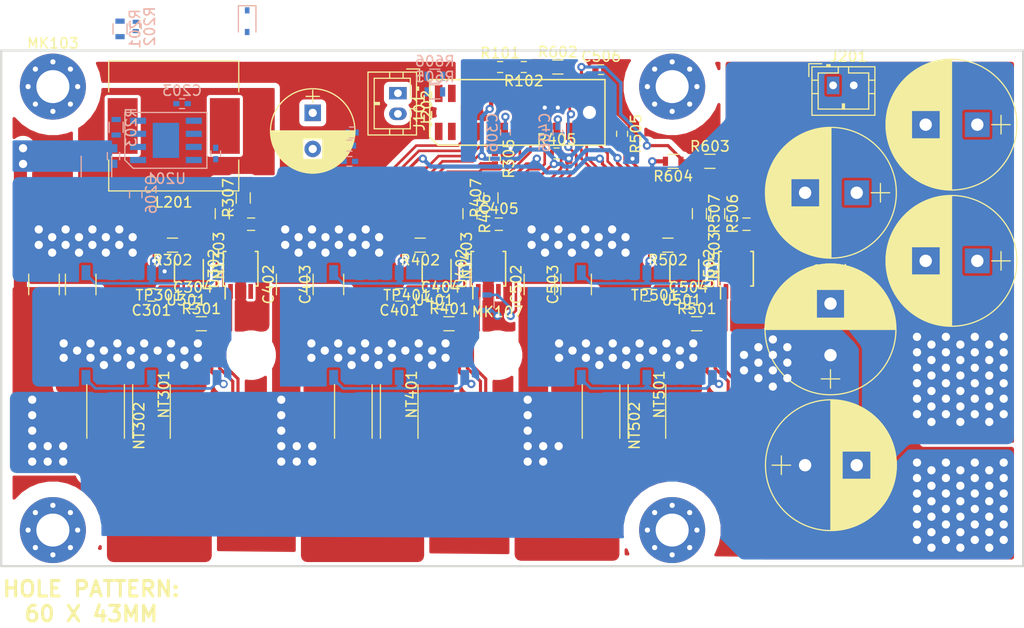
<source format=kicad_pcb>
(kicad_pcb (version 20171130) (host pcbnew "(5.1.2)-1")
  (title_block (title "Moxie Drive power board") (date 2018-07-04) (rev 1.0))
  (layers (0 F.Cu signal) (31 B.Cu signal) (34 B.Paste user hide) (35 F.Paste user hide) (36 B.SilkS user) (37 F.SilkS user) (38 B.Mask user hide) (39 F.Mask user hide) (44 Edge.Cuts user))
  (net 0 "")
  (net 1 VBUS)
  (net 2 GND)
  (net 3 /FAULT_RESET)
  (net 4 /PHASE_V_1_ADC)
  (net 5 /PHASE_CURRENT_1_ADC)
  (net 6 /PHASE_V_2_ADC)
  (net 7 /PHASE_CURRENT_2_ADC)
  (net 8 /PHASE_V_3_ADC)
  (net 9 /PHASE_CURRENT_3_ADC)
  (net 10 /EN_GATE)
  (net 11 /FAULT)
  (net 12 /L1)
  (net 13 /H1)
  (net 14 /H2)
  (net 15 /L2)
  (net 16 /L3)
  (net 17 /H3)
  (net 18 /12vbuck_SENSE)
  (net 19 /ADC_VBUS)
  (net 20 /FET_TEMP_SENSE)
  (net 21 /Vbus_to_12v/buck_sw)
  (net 22 /Vbus_to_12v/buck_fb)
  (net 23 "Net-(C304-Pad1)")
  (net 24 /phaseA/PHASE_R)
  (net 25 /phaseB/PHASE_R)
  (net 26 "Net-(C404-Pad1)")
  (net 27 "Net-(C504-Pad1)")
  (net 28 /phaseC/PHASE_R)
  (net 29 /phaseA/PHASE_OUT)
  (net 30 /phaseB/PHASE_OUT)
  (net 31 /phaseC/PHASE_OUT)
  (net 32 /Vbus_to_12v/enable)
  (net 33 /phaseA/HG)
  (net 34 /phaseA/LG)
  (net 35 /phaseB/HG)
  (net 36 /phaseB/LG)
  (net 37 /phaseC/HG)
  (net 38 /phaseC/LG)
  (net 39 12v_buck_vout)
  (net 40 "Net-(NT301-Pad2)")
  (net 41 "Net-(NT302-Pad2)")
  (net 42 "Net-(NT401-Pad2)")
  (net 43 "Net-(NT402-Pad2)")
  (net 44 "Net-(NT502-Pad2)")
  (net 45 "Net-(NT501-Pad2)")
  (net 46 /phaseA/HG_R)
  (net 47 /phaseA/LG_R)
  (net 48 /phaseB/HG_R)
  (net 49 /phaseB/LG_R)
  (net 50 /phaseC/HG_R)
  (net 51 /phaseC/LG_R)
  (net 52 /phaseA/PHASE_I_R)
  (net 53 /phaseB/PHASE_I_R)
  (net 54 /phaseC/PHASE_I_R)
  (net 55 /12v_buck_trim)
  (net 56 GNDPWR)
  (net 57 GNDA)
  (net 58 "Net-(J101-Pad19)")
  (net 59 "Net-(C203-Pad1)")
  (net 60 "Net-(R203-Pad2)")
  (net 61 /Vbus_to_12v/BK_BST)
  (module Resistors_SMD:R_0603 (layer B.Cu) (at 111.506 97.905 90)
    (fp_text reference R201 (at 0 1.45 90) (layer B.SilkS) (effects (justify mirror)))
    (fp_text value 100k)
    (pad 1 smd rect (at -0.75 0 90) (size 0.5 0.9) (layers B.Cu B.Paste B.Mask) (net 1 VBUS))
    (pad 2 smd rect (at 0.75 0 90) (size 0.5 0.9) (layers B.Cu B.Paste B.Mask) (net 32 /Vbus_to_12v/enable))
  )
  (module Measurement_Points:Measurement_Point_Round-SMD-Pad_Small (layer F.Cu) (at 115.316 125.73)
    (fp_text reference TP301 (at 0 -2) (layer F.SilkS))
    (fp_text value Test_Point)
    (pad 1 smd circle (at 0 0) (size 1.5 1.5) (layers F.Cu F.Mask) (net 39 12v_buck_vout))
  )
  (module Measurement_Points:Measurement_Point_Round-SMD-Pad_Small (layer F.Cu) (at 163.316 125.73)
    (fp_text reference TP501 (at 0 -2) (layer F.SilkS))
    (fp_text value Test_Point)
    (pad 1 smd circle (at 0 0) (size 1.5 1.5) (layers F.Cu F.Mask) (net 39 12v_buck_vout))
  )
  (module Measurement_Points:Measurement_Point_Round-SMD-Pad_Small (layer F.Cu) (at 139.316 125.73)
    (fp_text reference TP401 (at 0 -2) (layer F.SilkS))
    (fp_text value Test_Point)
    (pad 1 smd circle (at 0 0) (size 1.5 1.5) (layers F.Cu F.Mask) (net 39 12v_buck_vout))
  )
  (module Capacitors_SMD:C_0603 (layer B.Cu) (at 110.871 110.236 270)
    (fp_text reference C202)
    (fp_text value 0.1uf_100V)
    (pad 2 smd rect (at 0.75 0 270) (size 0.8 0.75) (layers B.Cu B.Paste B.Mask) (net 56 GNDPWR))
    (pad 1 smd rect (at -0.75 0 270) (size 0.8 0.75) (layers B.Cu B.Paste B.Mask) (net 1 VBUS))
  )
  (module Capacitors_SMD:C_0402 (layer B.Cu) (at 120.777 109.982 270)
    (fp_text reference C204)
    (fp_text value 0.1uf)
    (pad 2 smd rect (at 0.55 0 270) (size 0.6 0.5) (layers B.Cu B.Paste B.Mask) (net 21 /Vbus_to_12v/buck_sw))
    (pad 1 smd rect (at -0.55 0 270) (size 0.6 0.5) (layers B.Cu B.Paste B.Mask) (net 61 /Vbus_to_12v/BK_BST))
  )
  (module Capacitors_SMD:C_1210 (layer B.Cu) (at 109.22 111.252 270)
    (fp_text reference C201)
    (fp_text value 2.2uF_100V)
    (pad 2 smd rect (at 1.5 0 270) (size 1 2.5) (layers B.Cu B.Paste B.Mask) (net 56 GNDPWR))
    (pad 1 smd rect (at -1.5 0 270) (size 1 2.5) (layers B.Cu B.Paste B.Mask) (net 1 VBUS))
  )
  (module Capacitors_SMD:C_0402 (layer B.Cu) (at 133.731 110.744 180)
    (fp_text reference C205)
    (fp_text value 4.7nf)
    (pad 1 smd rect (at -0.55 0 180) (size 0.6 0.5) (layers B.Cu B.Paste B.Mask) (net 39 12v_buck_vout))
    (pad 2 smd rect (at 0.55 0 180) (size 0.6 0.5) (layers B.Cu B.Paste B.Mask) (net 22 /Vbus_to_12v/buck_fb))
  )
  (module Capacitors_THT:CP_Radial_D8.0mm_P3.50mm (layer F.Cu) (at 130.175 106.045 270)
    (fp_text reference C207)
    (fp_text value "100uf 25v")
    (pad 2 thru_hole circle (at 3.5 0 270) (size 1.6 1.6) (drill 0.8) (layers *.Cu *.Mask) (net 56 GNDPWR))
    (pad 1 thru_hole rect (at 0 0 270) (size 1.6 1.6) (drill 0.8) (layers *.Cu *.Mask) (net 39 12v_buck_vout))
  )
  (module Capacitors_SMD:C_0603 (layer F.Cu) (at 114.554 123.698 180)
    (fp_text reference C301 (at 0 -1.5 180) (layer F.SilkS))
    (fp_text value 1uf)
    (pad 2 smd rect (at 0.75 0 180) (size 0.8 0.75) (layers F.Cu F.Paste F.Mask) (net 56 GNDPWR))
    (pad 1 smd rect (at -0.75 0 180) (size 0.8 0.75) (layers F.Cu F.Paste F.Mask) (net 39 12v_buck_vout))
  )
  (module Capacitors_SMD:C_1210 (layer F.Cu) (at 104.14 122.682 90)
    (fp_text reference C302)
    (fp_text value 100v_2.2uF)
    (pad 1 smd rect (at -1.5 0 90) (size 1 2.5) (layers F.Cu F.Paste F.Mask) (net 1 VBUS))
    (pad 2 smd rect (at 1.5 0 90) (size 1 2.5) (layers F.Cu F.Paste F.Mask) (net 56 GNDPWR))
  )
  (module Capacitors_SMD:C_1210 (layer F.Cu) (at 107.696 122.682 90)
    (fp_text reference C303)
    (fp_text value 100v_2.2uF)
    (pad 2 smd rect (at 1.5 0 90) (size 1 2.5) (layers F.Cu F.Paste F.Mask) (net 56 GNDPWR))
    (pad 1 smd rect (at -1.5 0 90) (size 1 2.5) (layers F.Cu F.Paste F.Mask) (net 1 VBUS))
  )
  (module Capacitors_SMD:C_0603 (layer F.Cu) (at 118.565098 124.463076)
    (fp_text reference C304 (at 0 -1.5) (layer F.SilkS))
    (fp_text value 1uf)
    (pad 2 smd rect (at 0.75 0) (size 0.8 0.75) (layers F.Cu F.Paste F.Mask) (net 24 /phaseA/PHASE_R))
    (pad 1 smd rect (at -0.75 0) (size 0.8 0.75) (layers F.Cu F.Paste F.Mask) (net 23 "Net-(C304-Pad1)"))
  )
  (module Capacitors_SMD:C_0603 (layer F.Cu) (at 124.206 116.84)
    (fp_text reference C305)
    (fp_text value 2.2uf)
    (pad 2 smd rect (at 0.75 0) (size 0.8 0.75) (layers F.Cu F.Paste F.Mask) (net 57 GNDA))
    (pad 1 smd rect (at -0.75 0) (size 0.8 0.75) (layers F.Cu F.Paste F.Mask) (net 3 /FAULT_RESET))
  )
  (module Capacitors_SMD:C_0402 (layer B.Cu) (at 148.844 107.95 270)
    (fp_text reference C306 (at 0 1.27 270) (layer B.SilkS) (effects (justify mirror)))
    (fp_text value C)
    (pad 1 smd rect (at -0.55 0 270) (size 0.6 0.5) (layers B.Cu B.Paste B.Mask) (net 5 /PHASE_CURRENT_1_ADC))
    (pad 2 smd rect (at 0.55 0 270) (size 0.6 0.5) (layers B.Cu B.Paste B.Mask) (net 57 GNDA))
  )
  (module Capacitors_SMD:C_0603 (layer F.Cu) (at 138.554 123.698 180)
    (fp_text reference C401 (at 0 -1.5 180) (layer F.SilkS))
    (fp_text value 1uf)
    (pad 1 smd rect (at -0.75 0 180) (size 0.8 0.75) (layers F.Cu F.Paste F.Mask) (net 39 12v_buck_vout))
    (pad 2 smd rect (at 0.75 0 180) (size 0.8 0.75) (layers F.Cu F.Paste F.Mask) (net 56 GNDPWR))
  )
  (module Capacitors_SMD:C_1210 (layer F.Cu) (at 128.14 122.682 90)
    (fp_text reference C402 (at 0 -2.25 90) (layer F.SilkS))
    (fp_text value 100v_2.2uF)
    (pad 2 smd rect (at 1.5 0 90) (size 1 2.5) (layers F.Cu F.Paste F.Mask) (net 56 GNDPWR))
    (pad 1 smd rect (at -1.5 0 90) (size 1 2.5) (layers F.Cu F.Paste F.Mask) (net 1 VBUS))
  )
  (module Capacitors_SMD:C_1210 (layer F.Cu) (at 131.696 122.682 90)
    (fp_text reference C403 (at 0 -2.25 90) (layer F.SilkS))
    (fp_text value 100v_2.2uF)
    (pad 1 smd rect (at -1.5 0 90) (size 1 2.5) (layers F.Cu F.Paste F.Mask) (net 1 VBUS))
    (pad 2 smd rect (at 1.5 0 90) (size 1 2.5) (layers F.Cu F.Paste F.Mask) (net 56 GNDPWR))
  )
  (module Capacitors_SMD:C_0603 (layer F.Cu) (at 142.565098 124.463076)
    (fp_text reference C404 (at 0 -1.5) (layer F.SilkS))
    (fp_text value 1uf)
    (pad 1 smd rect (at -0.75 0) (size 0.8 0.75) (layers F.Cu F.Paste F.Mask) (net 26 "Net-(C404-Pad1)"))
    (pad 2 smd rect (at 0.75 0) (size 0.8 0.75) (layers F.Cu F.Paste F.Mask) (net 25 /phaseB/PHASE_R))
  )
  (module Capacitors_SMD:C_0603 (layer F.Cu) (at 148.206 116.84)
    (fp_text reference C405 (at 0 -1.5) (layer F.SilkS))
    (fp_text value 2.2uf)
    (pad 2 smd rect (at 0.75 0) (size 0.8 0.75) (layers F.Cu F.Paste F.Mask) (net 57 GNDA))
    (pad 1 smd rect (at -0.75 0) (size 0.8 0.75) (layers F.Cu F.Paste F.Mask) (net 3 /FAULT_RESET))
  )
  (module Capacitors_SMD:C_0402 (layer B.Cu) (at 153.924 107.95 270)
    (fp_text reference C406 (at 0 1.27 270) (layer B.SilkS) (effects (justify mirror)))
    (fp_text value C)
    (pad 2 smd rect (at 0.55 0 270) (size 0.6 0.5) (layers B.Cu B.Paste B.Mask) (net 57 GNDA))
    (pad 1 smd rect (at -0.55 0 270) (size 0.6 0.5) (layers B.Cu B.Paste B.Mask) (net 7 /PHASE_CURRENT_2_ADC))
  )
  (module Capacitors_SMD:C_0603 (layer F.Cu) (at 162.554 123.698 180)
    (fp_text reference C501)
    (fp_text value 1uf)
    (pad 1 smd rect (at -0.75 0 180) (size 0.8 0.75) (layers F.Cu F.Paste F.Mask) (net 39 12v_buck_vout))
    (pad 2 smd rect (at 0.75 0 180) (size 0.8 0.75) (layers F.Cu F.Paste F.Mask) (net 56 GNDPWR))
  )
  (module Capacitors_SMD:C_1210 (layer F.Cu) (at 152.14 122.682 90)
    (fp_text reference C502 (at 0 -2.25 90) (layer F.SilkS))
    (fp_text value 100v_2.2uF)
    (pad 2 smd rect (at 1.5 0 90) (size 1 2.5) (layers F.Cu F.Paste F.Mask) (net 56 GNDPWR))
    (pad 1 smd rect (at -1.5 0 90) (size 1 2.5) (layers F.Cu F.Paste F.Mask) (net 1 VBUS))
  )
  (module Capacitors_SMD:C_1210 (layer F.Cu) (at 155.696 122.682 90)
    (fp_text reference C503 (at 0 -2.25 90) (layer F.SilkS))
    (fp_text value 100v_2.2uF)
    (pad 1 smd rect (at -1.5 0 90) (size 1 2.5) (layers F.Cu F.Paste F.Mask) (net 1 VBUS))
    (pad 2 smd rect (at 1.5 0 90) (size 1 2.5) (layers F.Cu F.Paste F.Mask) (net 56 GNDPWR))
  )
  (module Capacitors_SMD:C_0603 (layer F.Cu) (at 166.565098 124.463076)
    (fp_text reference C504 (at 0 -1.5) (layer F.SilkS))
    (fp_text value 1uf)
    (pad 1 smd rect (at -0.75 0) (size 0.8 0.75) (layers F.Cu F.Paste F.Mask) (net 27 "Net-(C504-Pad1)"))
    (pad 2 smd rect (at 0.75 0) (size 0.8 0.75) (layers F.Cu F.Paste F.Mask) (net 28 /phaseC/PHASE_R))
  )
  (module Capacitors_SMD:C_0603 (layer F.Cu) (at 172.206 116.84)
    (fp_text reference C505)
    (fp_text value 2.2uf)
    (pad 1 smd rect (at -0.75 0) (size 0.8 0.75) (layers F.Cu F.Paste F.Mask) (net 3 /FAULT_RESET))
    (pad 2 smd rect (at 0.75 0) (size 0.8 0.75) (layers F.Cu F.Paste F.Mask) (net 57 GNDA))
  )
  (module Capacitors_SMD:C_0402 (layer F.Cu) (at 158.115 101.854)
    (fp_text reference C506 (at 0 -1.27) (layer F.SilkS))
    (fp_text value C)
    (pad 2 smd rect (at 0.55 0) (size 0.6 0.5) (layers F.Cu F.Paste F.Mask) (net 57 GNDA))
    (pad 1 smd rect (at -0.55 0) (size 0.6 0.5) (layers F.Cu F.Paste F.Mask) (net 9 /PHASE_CURRENT_3_ADC))
  )
  (module Diodes_SMD:D_SOD-323 (layer B.Cu) (at 123.825 97.155 270)
    (fp_text reference D201)
    (fp_text value "100v 200ma")
    (pad 2 smd rect (at 1.05 0 270) (size 0.6 0.45) (layers B.Cu B.Paste B.Mask) (net 39 12v_buck_vout))
    (pad 1 smd rect (at -1.05 0 270) (size 0.6 0.45) (layers B.Cu B.Paste B.Mask) (net 59 "Net-(C203-Pad1)"))
  )
  (module Mounting_Holes:MountingHole_3.2mm_M3_Pad_Via (layer F.Cu) (at 105 146.5)
    (fp_text reference MK101)
    (fp_text value Mounting_Hole)
    (pad 1 thru_hole circle (at 1.697056 -1.697056) (size 0.8 0.8) (drill 0.5) (layers *.Cu *.Mask))
    (pad 1 thru_hole circle (at 0 -2.4) (size 0.8 0.8) (drill 0.5) (layers *.Cu *.Mask))
    (pad 1 thru_hole circle (at -1.697056 -1.697056) (size 0.8 0.8) (drill 0.5) (layers *.Cu *.Mask))
    (pad 1 thru_hole circle (at -2.4 0) (size 0.8 0.8) (drill 0.5) (layers *.Cu *.Mask))
    (pad 1 thru_hole circle (at -1.697056 1.697056) (size 0.8 0.8) (drill 0.5) (layers *.Cu *.Mask))
    (pad 1 thru_hole circle (at 0 2.4) (size 0.8 0.8) (drill 0.5) (layers *.Cu *.Mask))
    (pad 1 thru_hole circle (at 1.697056 1.697056) (size 0.8 0.8) (drill 0.5) (layers *.Cu *.Mask))
    (pad 1 thru_hole circle (at 2.4 0) (size 0.8 0.8) (drill 0.5) (layers *.Cu *.Mask))
    (pad 1 thru_hole circle (at 0 0) (size 6.4 6.4) (drill 3.2) (layers *.Cu *.Mask))
  )
  (module Mounting_Holes:MountingHole_3.2mm_M3_Pad_Via (layer F.Cu) (at 165 103.5)
    (fp_text reference MK104)
    (fp_text value Mounting_Hole)
    (pad 1 thru_hole circle (at 0 0) (size 6.4 6.4) (drill 3.2) (layers *.Cu *.Mask))
    (pad 1 thru_hole circle (at 2.4 0) (size 0.8 0.8) (drill 0.5) (layers *.Cu *.Mask))
    (pad 1 thru_hole circle (at 1.697056 1.697056) (size 0.8 0.8) (drill 0.5) (layers *.Cu *.Mask))
    (pad 1 thru_hole circle (at 0 2.4) (size 0.8 0.8) (drill 0.5) (layers *.Cu *.Mask))
    (pad 1 thru_hole circle (at -1.697056 1.697056) (size 0.8 0.8) (drill 0.5) (layers *.Cu *.Mask))
    (pad 1 thru_hole circle (at -2.4 0) (size 0.8 0.8) (drill 0.5) (layers *.Cu *.Mask))
    (pad 1 thru_hole circle (at -1.697056 -1.697056) (size 0.8 0.8) (drill 0.5) (layers *.Cu *.Mask))
    (pad 1 thru_hole circle (at 0 -2.4) (size 0.8 0.8) (drill 0.5) (layers *.Cu *.Mask))
    (pad 1 thru_hole circle (at 1.697056 -1.697056) (size 0.8 0.8) (drill 0.5) (layers *.Cu *.Mask))
  )
  (module Mas_custom_parts:large_wire_pad (layer F.Cu) (at 193.589 144.953 90)
    (fp_text reference P101)
    (fp_text value PHASE_3 hide)
    (pad 1 smd rect (at 0 0 90) (size 7 8) (layers F.Cu F.Paste F.Mask) (net 1 VBUS))
  )
  (module Mas_custom_parts:large_wire_pad (layer F.Cu) (at 193.589 131.953 90)
    (fp_text reference P102)
    (fp_text value PHASE_3 hide)
    (pad 1 smd rect (at 0 0 90) (size 7 8) (layers F.Cu F.Paste F.Mask) (net 56 GNDPWR))
  )
  (module Mas_custom_parts:large_wire_pad (layer F.Cu) (at 114.808 145.034 180)
    (fp_text reference P103)
    (fp_text value PHASE_1 hide)
    (pad 1 smd rect (at -0.192 0.034 180) (size 7 8) (layers F.Cu F.Paste F.Mask) (net 29 /phaseA/PHASE_OUT))
  )
  (module Mas_custom_parts:large_wire_pad (layer F.Cu) (at 136.144 145.034)
    (fp_text reference P104)
    (fp_text value PHASE_2 hide)
    (pad 1 smd rect (at -1.144 -0.034) (size 7 8) (layers F.Cu F.Paste F.Mask) (net 30 /phaseB/PHASE_OUT))
  )
  (module Mas_custom_parts:large_wire_pad (layer F.Cu) (at 156.464 145.034)
    (fp_text reference P105)
    (fp_text value PHASE_3 hide)
    (pad 1 smd rect (at -1.464 -0.034) (size 7 8) (layers F.Cu F.Paste F.Mask) (net 31 /phaseC/PHASE_OUT))
  )
  (module moxie-drive-custom:SOP8_Advance (layer B.Cu) (at 106.299 135.001)
    (fp_text reference Q301)
    (fp_text value "TPH2R608NH,L1Q ")
    (pad 1 smd rect (at 0 0 90) (size 3.75 4.7) (layers B.Cu B.Paste B.Mask) (net 1 VBUS))
    (pad 3 smd rect (at -1.905 -3.3 90) (size 1.45 0.85) (layers B.Cu B.Paste B.Mask) (net 24 /phaseA/PHASE_R))
    (pad 3 smd rect (at -0.635 -3.3 90) (size 1.45 0.85) (layers B.Cu B.Paste B.Mask) (net 24 /phaseA/PHASE_R))
    (pad 3 smd rect (at 0.635 -3.3 90) (size 1.45 0.85) (layers B.Cu B.Paste B.Mask) (net 24 /phaseA/PHASE_R))
    (pad 2 smd rect (at 1.905 -3.3 90) (size 1.45 0.85) (layers B.Cu B.Paste B.Mask) (net 46 /phaseA/HG_R))
    (pad 1 smd rect (at 1.905 2.4 90) (size 1.05 0.89) (layers B.Cu B.Paste B.Mask) (net 1 VBUS))
    (pad 1 smd rect (at 0.635 2.4 90) (size 1.05 0.85) (layers B.Cu B.Paste B.Mask) (net 1 VBUS))
    (pad 1 smd rect (at -0.635 2.4 90) (size 1.05 0.85) (layers B.Cu B.Paste B.Mask) (net 1 VBUS))
    (pad 1 smd rect (at -1.905 2.4 90) (size 1.05 0.89) (layers B.Cu B.Paste B.Mask) (net 1 VBUS))
  )
  (module moxie-drive-custom:SOP8_Advance (layer B.Cu) (at 106.299 124.841)
    (fp_text reference Q302)
    (fp_text value "TPH2R608NH,L1Q ")
    (pad 1 smd rect (at -1.905 2.4 90) (size 1.05 0.89) (layers B.Cu B.Paste B.Mask) (net 24 /phaseA/PHASE_R))
    (pad 1 smd rect (at -0.635 2.4 90) (size 1.05 0.85) (layers B.Cu B.Paste B.Mask) (net 24 /phaseA/PHASE_R))
    (pad 1 smd rect (at 0.635 2.4 90) (size 1.05 0.85) (layers B.Cu B.Paste B.Mask) (net 24 /phaseA/PHASE_R))
    (pad 1 smd rect (at 1.905 2.4 90) (size 1.05 0.89) (layers B.Cu B.Paste B.Mask) (net 24 /phaseA/PHASE_R))
    (pad 2 smd rect (at 1.905 -3.3 90) (size 1.45 0.85) (layers B.Cu B.Paste B.Mask) (net 47 /phaseA/LG_R))
    (pad 3 smd rect (at 0.635 -3.3 90) (size 1.45 0.85) (layers B.Cu B.Paste B.Mask) (net 56 GNDPWR))
    (pad 3 smd rect (at -0.635 -3.3 90) (size 1.45 0.85) (layers B.Cu B.Paste B.Mask) (net 56 GNDPWR))
    (pad 3 smd rect (at -1.905 -3.3 90) (size 1.45 0.85) (layers B.Cu B.Paste B.Mask) (net 56 GNDPWR))
    (pad 1 smd rect (at 0 0 90) (size 3.75 4.7) (layers B.Cu B.Paste B.Mask) (net 24 /phaseA/PHASE_R))
  )
  (module moxie-drive-custom:SOP8_Advance (layer B.Cu) (at 118.999 135.001)
    (fp_text reference Q303)
    (fp_text value "TPH2R608NH,L1Q ")
    (pad 1 smd rect (at 0 0 90) (size 3.75 4.7) (layers B.Cu B.Paste B.Mask) (net 1 VBUS))
    (pad 3 smd rect (at -1.905 -3.3 90) (size 1.45 0.85) (layers B.Cu B.Paste B.Mask) (net 24 /phaseA/PHASE_R))
    (pad 3 smd rect (at -0.635 -3.3 90) (size 1.45 0.85) (layers B.Cu B.Paste B.Mask) (net 24 /phaseA/PHASE_R))
    (pad 3 smd rect (at 0.635 -3.3 90) (size 1.45 0.85) (layers B.Cu B.Paste B.Mask) (net 24 /phaseA/PHASE_R))
    (pad 2 smd rect (at 1.905 -3.3 90) (size 1.45 0.85) (layers B.Cu B.Paste B.Mask) (net 46 /phaseA/HG_R))
    (pad 1 smd rect (at 1.905 2.4 90) (size 1.05 0.89) (layers B.Cu B.Paste B.Mask) (net 1 VBUS))
    (pad 1 smd rect (at 0.635 2.4 90) (size 1.05 0.85) (layers B.Cu B.Paste B.Mask) (net 1 VBUS))
    (pad 1 smd rect (at -0.635 2.4 90) (size 1.05 0.85) (layers B.Cu B.Paste B.Mask) (net 1 VBUS))
    (pad 1 smd rect (at -1.905 2.4 90) (size 1.05 0.89) (layers B.Cu B.Paste B.Mask) (net 1 VBUS))
  )
  (module moxie-drive-custom:SOP8_Advance (layer B.Cu) (at 112.649 124.841)
    (fp_text reference Q304)
    (fp_text value "TPH2R608NH,L1Q ")
    (pad 1 smd rect (at -1.905 2.4 90) (size 1.05 0.89) (layers B.Cu B.Paste B.Mask) (net 24 /phaseA/PHASE_R))
    (pad 1 smd rect (at -0.635 2.4 90) (size 1.05 0.85) (layers B.Cu B.Paste B.Mask) (net 24 /phaseA/PHASE_R))
    (pad 1 smd rect (at 0.635 2.4 90) (size 1.05 0.85) (layers B.Cu B.Paste B.Mask) (net 24 /phaseA/PHASE_R))
    (pad 1 smd rect (at 1.905 2.4 90) (size 1.05 0.89) (layers B.Cu B.Paste B.Mask) (net 24 /phaseA/PHASE_R))
    (pad 2 smd rect (at 1.905 -3.3 90) (size 1.45 0.85) (layers B.Cu B.Paste B.Mask) (net 47 /phaseA/LG_R))
    (pad 3 smd rect (at 0.635 -3.3 90) (size 1.45 0.85) (layers B.Cu B.Paste B.Mask) (net 56 GNDPWR))
    (pad 3 smd rect (at -0.635 -3.3 90) (size 1.45 0.85) (layers B.Cu B.Paste B.Mask) (net 56 GNDPWR))
    (pad 3 smd rect (at -1.905 -3.3 90) (size 1.45 0.85) (layers B.Cu B.Paste B.Mask) (net 56 GNDPWR))
    (pad 1 smd rect (at 0 0 90) (size 3.75 4.7) (layers B.Cu B.Paste B.Mask) (net 24 /phaseA/PHASE_R))
  )
  (module moxie-drive-custom:SOP8_Advance (layer B.Cu) (at 112.649 135.001)
    (fp_text reference Q305)
    (fp_text value "TPH2R608NH,L1Q ")
    (pad 1 smd rect (at -1.905 2.4 90) (size 1.05 0.89) (layers B.Cu B.Paste B.Mask) (net 1 VBUS))
    (pad 1 smd rect (at -0.635 2.4 90) (size 1.05 0.85) (layers B.Cu B.Paste B.Mask) (net 1 VBUS))
    (pad 1 smd rect (at 0.635 2.4 90) (size 1.05 0.85) (layers B.Cu B.Paste B.Mask) (net 1 VBUS))
    (pad 1 smd rect (at 1.905 2.4 90) (size 1.05 0.89) (layers B.Cu B.Paste B.Mask) (net 1 VBUS))
    (pad 2 smd rect (at 1.905 -3.3 90) (size 1.45 0.85) (layers B.Cu B.Paste B.Mask) (net 46 /phaseA/HG_R))
    (pad 3 smd rect (at 0.635 -3.3 90) (size 1.45 0.85) (layers B.Cu B.Paste B.Mask) (net 24 /phaseA/PHASE_R))
    (pad 3 smd rect (at -0.635 -3.3 90) (size 1.45 0.85) (layers B.Cu B.Paste B.Mask) (net 24 /phaseA/PHASE_R))
    (pad 3 smd rect (at -1.905 -3.3 90) (size 1.45 0.85) (layers B.Cu B.Paste B.Mask) (net 24 /phaseA/PHASE_R))
    (pad 1 smd rect (at 0 0 90) (size 3.75 4.7) (layers B.Cu B.Paste B.Mask) (net 1 VBUS))
  )
  (module moxie-drive-custom:SOP8_Advance (layer B.Cu) (at 118.999 124.841)
    (fp_text reference Q306)
    (fp_text value "TPH2R608NH,L1Q ")
    (pad 1 smd rect (at 0 0 90) (size 3.75 4.7) (layers B.Cu B.Paste B.Mask) (net 24 /phaseA/PHASE_R))
    (pad 3 smd rect (at -1.905 -3.3 90) (size 1.45 0.85) (layers B.Cu B.Paste B.Mask) (net 56 GNDPWR))
    (pad 3 smd rect (at -0.635 -3.3 90) (size 1.45 0.85) (layers B.Cu B.Paste B.Mask) (net 56 GNDPWR))
    (pad 3 smd rect (at 0.635 -3.3 90) (size 1.45 0.85) (layers B.Cu B.Paste B.Mask) (net 56 GNDPWR))
    (pad 2 smd rect (at 1.905 -3.3 90) (size 1.45 0.85) (layers B.Cu B.Paste B.Mask) (net 47 /phaseA/LG_R))
    (pad 1 smd rect (at 1.905 2.4 90) (size 1.05 0.89) (layers B.Cu B.Paste B.Mask) (net 24 /phaseA/PHASE_R))
    (pad 1 smd rect (at 0.635 2.4 90) (size 1.05 0.85) (layers B.Cu B.Paste B.Mask) (net 24 /phaseA/PHASE_R))
    (pad 1 smd rect (at -0.635 2.4 90) (size 1.05 0.85) (layers B.Cu B.Paste B.Mask) (net 24 /phaseA/PHASE_R))
    (pad 1 smd rect (at -1.905 2.4 90) (size 1.05 0.89) (layers B.Cu B.Paste B.Mask) (net 24 /phaseA/PHASE_R))
  )
  (module moxie-drive-custom:SOP8_Advance (layer B.Cu) (at 130.299 135.001)
    (fp_text reference Q401)
    (fp_text value "TPH2R608NH,L1Q ")
    (pad 1 smd rect (at 0 0 90) (size 3.75 4.7) (layers B.Cu B.Paste B.Mask) (net 1 VBUS))
    (pad 3 smd rect (at -1.905 -3.3 90) (size 1.45 0.85) (layers B.Cu B.Paste B.Mask) (net 25 /phaseB/PHASE_R))
    (pad 3 smd rect (at -0.635 -3.3 90) (size 1.45 0.85) (layers B.Cu B.Paste B.Mask) (net 25 /phaseB/PHASE_R))
    (pad 3 smd rect (at 0.635 -3.3 90) (size 1.45 0.85) (layers B.Cu B.Paste B.Mask) (net 25 /phaseB/PHASE_R))
    (pad 2 smd rect (at 1.905 -3.3 90) (size 1.45 0.85) (layers B.Cu B.Paste B.Mask) (net 48 /phaseB/HG_R))
    (pad 1 smd rect (at 1.905 2.4 90) (size 1.05 0.89) (layers B.Cu B.Paste B.Mask) (net 1 VBUS))
    (pad 1 smd rect (at 0.635 2.4 90) (size 1.05 0.85) (layers B.Cu B.Paste B.Mask) (net 1 VBUS))
    (pad 1 smd rect (at -0.635 2.4 90) (size 1.05 0.85) (layers B.Cu B.Paste B.Mask) (net 1 VBUS))
    (pad 1 smd rect (at -1.905 2.4 90) (size 1.05 0.89) (layers B.Cu B.Paste B.Mask) (net 1 VBUS))
  )
  (module moxie-drive-custom:SOP8_Advance (layer B.Cu) (at 130.299 124.841)
    (fp_text reference Q402)
    (fp_text value "TPH2R608NH,L1Q ")
    (pad 1 smd rect (at -1.905 2.4 90) (size 1.05 0.89) (layers B.Cu B.Paste B.Mask) (net 25 /phaseB/PHASE_R))
    (pad 1 smd rect (at -0.635 2.4 90) (size 1.05 0.85) (layers B.Cu B.Paste B.Mask) (net 25 /phaseB/PHASE_R))
    (pad 1 smd rect (at 0.635 2.4 90) (size 1.05 0.85) (layers B.Cu B.Paste B.Mask) (net 25 /phaseB/PHASE_R))
    (pad 1 smd rect (at 1.905 2.4 90) (size 1.05 0.89) (layers B.Cu B.Paste B.Mask) (net 25 /phaseB/PHASE_R))
    (pad 2 smd rect (at 1.905 -3.3 90) (size 1.45 0.85) (layers B.Cu B.Paste B.Mask) (net 49 /phaseB/LG_R))
    (pad 3 smd rect (at 0.635 -3.3 90) (size 1.45 0.85) (layers B.Cu B.Paste B.Mask) (net 56 GNDPWR))
    (pad 3 smd rect (at -0.635 -3.3 90) (size 1.45 0.85) (layers B.Cu B.Paste B.Mask) (net 56 GNDPWR))
    (pad 3 smd rect (at -1.905 -3.3 90) (size 1.45 0.85) (layers B.Cu B.Paste B.Mask) (net 56 GNDPWR))
    (pad 1 smd rect (at 0 0 90) (size 3.75 4.7) (layers B.Cu B.Paste B.Mask) (net 25 /phaseB/PHASE_R))
  )
  (module moxie-drive-custom:SOP8_Advance (layer B.Cu) (at 142.999 135.001)
    (fp_text reference Q403)
    (fp_text value "TPH2R608NH,L1Q ")
    (pad 1 smd rect (at 0 0 90) (size 3.75 4.7) (layers B.Cu B.Paste B.Mask) (net 1 VBUS))
    (pad 3 smd rect (at -1.905 -3.3 90) (size 1.45 0.85) (layers B.Cu B.Paste B.Mask) (net 25 /phaseB/PHASE_R))
    (pad 3 smd rect (at -0.635 -3.3 90) (size 1.45 0.85) (layers B.Cu B.Paste B.Mask) (net 25 /phaseB/PHASE_R))
    (pad 3 smd rect (at 0.635 -3.3 90) (size 1.45 0.85) (layers B.Cu B.Paste B.Mask) (net 25 /phaseB/PHASE_R))
    (pad 2 smd rect (at 1.905 -3.3 90) (size 1.45 0.85) (layers B.Cu B.Paste B.Mask) (net 48 /phaseB/HG_R))
    (pad 1 smd rect (at 1.905 2.4 90) (size 1.05 0.89) (layers B.Cu B.Paste B.Mask) (net 1 VBUS))
    (pad 1 smd rect (at 0.635 2.4 90) (size 1.05 0.85) (layers B.Cu B.Paste B.Mask) (net 1 VBUS))
    (pad 1 smd rect (at -0.635 2.4 90) (size 1.05 0.85) (layers B.Cu B.Paste B.Mask) (net 1 VBUS))
    (pad 1 smd rect (at -1.905 2.4 90) (size 1.05 0.89) (layers B.Cu B.Paste B.Mask) (net 1 VBUS))
  )
  (module moxie-drive-custom:SOP8_Advance (layer B.Cu) (at 136.649 124.841)
    (fp_text reference Q404)
    (fp_text value "TPH2R608NH,L1Q ")
    (pad 1 smd rect (at -1.905 2.4 90) (size 1.05 0.89) (layers B.Cu B.Paste B.Mask) (net 25 /phaseB/PHASE_R))
    (pad 1 smd rect (at -0.635 2.4 90) (size 1.05 0.85) (layers B.Cu B.Paste B.Mask) (net 25 /phaseB/PHASE_R))
    (pad 1 smd rect (at 0.635 2.4 90) (size 1.05 0.85) (layers B.Cu B.Paste B.Mask) (net 25 /phaseB/PHASE_R))
    (pad 1 smd rect (at 1.905 2.4 90) (size 1.05 0.89) (layers B.Cu B.Paste B.Mask) (net 25 /phaseB/PHASE_R))
    (pad 2 smd rect (at 1.905 -3.3 90) (size 1.45 0.85) (layers B.Cu B.Paste B.Mask) (net 49 /phaseB/LG_R))
    (pad 3 smd rect (at 0.635 -3.3 90) (size 1.45 0.85) (layers B.Cu B.Paste B.Mask) (net 56 GNDPWR))
    (pad 3 smd rect (at -0.635 -3.3 90) (size 1.45 0.85) (layers B.Cu B.Paste B.Mask) (net 56 GNDPWR))
    (pad 3 smd rect (at -1.905 -3.3 90) (size 1.45 0.85) (layers B.Cu B.Paste B.Mask) (net 56 GNDPWR))
    (pad 1 smd rect (at 0 0 90) (size 3.75 4.7) (layers B.Cu B.Paste B.Mask) (net 25 /phaseB/PHASE_R))
  )
  (module moxie-drive-custom:SOP8_Advance (layer B.Cu) (at 136.649 135.001)
    (fp_text reference Q405)
    (fp_text value "TPH2R608NH,L1Q ")
    (pad 1 smd rect (at -1.905 2.4 90) (size 1.05 0.89) (layers B.Cu B.Paste B.Mask) (net 1 VBUS))
    (pad 1 smd rect (at -0.635 2.4 90) (size 1.05 0.85) (layers B.Cu B.Paste B.Mask) (net 1 VBUS))
    (pad 1 smd rect (at 0.635 2.4 90) (size 1.05 0.85) (layers B.Cu B.Paste B.Mask) (net 1 VBUS))
    (pad 1 smd rect (at 1.905 2.4 90) (size 1.05 0.89) (layers B.Cu B.Paste B.Mask) (net 1 VBUS))
    (pad 2 smd rect (at 1.905 -3.3 90) (size 1.45 0.85) (layers B.Cu B.Paste B.Mask) (net 48 /phaseB/HG_R))
    (pad 3 smd rect (at 0.635 -3.3 90) (size 1.45 0.85) (layers B.Cu B.Paste B.Mask) (net 25 /phaseB/PHASE_R))
    (pad 3 smd rect (at -0.635 -3.3 90) (size 1.45 0.85) (layers B.Cu B.Paste B.Mask) (net 25 /phaseB/PHASE_R))
    (pad 3 smd rect (at -1.905 -3.3 90) (size 1.45 0.85) (layers B.Cu B.Paste B.Mask) (net 25 /phaseB/PHASE_R))
    (pad 1 smd rect (at 0 0 90) (size 3.75 4.7) (layers B.Cu B.Paste B.Mask) (net 1 VBUS))
  )
  (module moxie-drive-custom:SOP8_Advance (layer B.Cu) (at 142.999 124.841)
    (fp_text reference Q406)
    (fp_text value "TPH2R608NH,L1Q ")
    (pad 1 smd rect (at 0 0 90) (size 3.75 4.7) (layers B.Cu B.Paste B.Mask) (net 25 /phaseB/PHASE_R))
    (pad 3 smd rect (at -1.905 -3.3 90) (size 1.45 0.85) (layers B.Cu B.Paste B.Mask) (net 56 GNDPWR))
    (pad 3 smd rect (at -0.635 -3.3 90) (size 1.45 0.85) (layers B.Cu B.Paste B.Mask) (net 56 GNDPWR))
    (pad 3 smd rect (at 0.635 -3.3 90) (size 1.45 0.85) (layers B.Cu B.Paste B.Mask) (net 56 GNDPWR))
    (pad 2 smd rect (at 1.905 -3.3 90) (size 1.45 0.85) (layers B.Cu B.Paste B.Mask) (net 49 /phaseB/LG_R))
    (pad 1 smd rect (at 1.905 2.4 90) (size 1.05 0.89) (layers B.Cu B.Paste B.Mask) (net 25 /phaseB/PHASE_R))
    (pad 1 smd rect (at 0.635 2.4 90) (size 1.05 0.85) (layers B.Cu B.Paste B.Mask) (net 25 /phaseB/PHASE_R))
    (pad 1 smd rect (at -0.635 2.4 90) (size 1.05 0.85) (layers B.Cu B.Paste B.Mask) (net 25 /phaseB/PHASE_R))
    (pad 1 smd rect (at -1.905 2.4 90) (size 1.05 0.89) (layers B.Cu B.Paste B.Mask) (net 25 /phaseB/PHASE_R))
  )
  (module moxie-drive-custom:SOP8_Advance (layer B.Cu) (at 154.299 135.001)
    (fp_text reference Q501)
    (fp_text value "TPH2R608NH,L1Q ")
    (pad 1 smd rect (at -1.905 2.4 90) (size 1.05 0.89) (layers B.Cu B.Paste B.Mask) (net 1 VBUS))
    (pad 1 smd rect (at -0.635 2.4 90) (size 1.05 0.85) (layers B.Cu B.Paste B.Mask) (net 1 VBUS))
    (pad 1 smd rect (at 0.635 2.4 90) (size 1.05 0.85) (layers B.Cu B.Paste B.Mask) (net 1 VBUS))
    (pad 1 smd rect (at 1.905 2.4 90) (size 1.05 0.89) (layers B.Cu B.Paste B.Mask) (net 1 VBUS))
    (pad 2 smd rect (at 1.905 -3.3 90) (size 1.45 0.85) (layers B.Cu B.Paste B.Mask) (net 50 /phaseC/HG_R))
    (pad 3 smd rect (at 0.635 -3.3 90) (size 1.45 0.85) (layers B.Cu B.Paste B.Mask) (net 28 /phaseC/PHASE_R))
    (pad 3 smd rect (at -0.635 -3.3 90) (size 1.45 0.85) (layers B.Cu B.Paste B.Mask) (net 28 /phaseC/PHASE_R))
    (pad 3 smd rect (at -1.905 -3.3 90) (size 1.45 0.85) (layers B.Cu B.Paste B.Mask) (net 28 /phaseC/PHASE_R))
    (pad 1 smd rect (at 0 0 90) (size 3.75 4.7) (layers B.Cu B.Paste B.Mask) (net 1 VBUS))
  )
  (module moxie-drive-custom:SOP8_Advance (layer B.Cu) (at 154.299 124.841)
    (fp_text reference Q502)
    (fp_text value "TPH2R608NH,L1Q ")
    (pad 1 smd rect (at 0 0 90) (size 3.75 4.7) (layers B.Cu B.Paste B.Mask) (net 28 /phaseC/PHASE_R))
    (pad 3 smd rect (at -1.905 -3.3 90) (size 1.45 0.85) (layers B.Cu B.Paste B.Mask) (net 56 GNDPWR))
    (pad 3 smd rect (at -0.635 -3.3 90) (size 1.45 0.85) (layers B.Cu B.Paste B.Mask) (net 56 GNDPWR))
    (pad 3 smd rect (at 0.635 -3.3 90) (size 1.45 0.85) (layers B.Cu B.Paste B.Mask) (net 56 GNDPWR))
    (pad 2 smd rect (at 1.905 -3.3 90) (size 1.45 0.85) (layers B.Cu B.Paste B.Mask) (net 51 /phaseC/LG_R))
    (pad 1 smd rect (at 1.905 2.4 90) (size 1.05 0.89) (layers B.Cu B.Paste B.Mask) (net 28 /phaseC/PHASE_R))
    (pad 1 smd rect (at 0.635 2.4 90) (size 1.05 0.85) (layers B.Cu B.Paste B.Mask) (net 28 /phaseC/PHASE_R))
    (pad 1 smd rect (at -0.635 2.4 90) (size 1.05 0.85) (layers B.Cu B.Paste B.Mask) (net 28 /phaseC/PHASE_R))
    (pad 1 smd rect (at -1.905 2.4 90) (size 1.05 0.89) (layers B.Cu B.Paste B.Mask) (net 28 /phaseC/PHASE_R))
  )
  (module moxie-drive-custom:SOP8_Advance (layer B.Cu) (at 166.999 135.001)
    (fp_text reference Q503)
    (fp_text value "TPH2R608NH,L1Q ")
    (pad 1 smd rect (at -1.905 2.4 90) (size 1.05 0.89) (layers B.Cu B.Paste B.Mask) (net 1 VBUS))
    (pad 1 smd rect (at -0.635 2.4 90) (size 1.05 0.85) (layers B.Cu B.Paste B.Mask) (net 1 VBUS))
    (pad 1 smd rect (at 0.635 2.4 90) (size 1.05 0.85) (layers B.Cu B.Paste B.Mask) (net 1 VBUS))
    (pad 1 smd rect (at 1.905 2.4 90) (size 1.05 0.89) (layers B.Cu B.Paste B.Mask) (net 1 VBUS))
    (pad 2 smd rect (at 1.905 -3.3 90) (size 1.45 0.85) (layers B.Cu B.Paste B.Mask) (net 50 /phaseC/HG_R))
    (pad 3 smd rect (at 0.635 -3.3 90) (size 1.45 0.85) (layers B.Cu B.Paste B.Mask) (net 28 /phaseC/PHASE_R))
    (pad 3 smd rect (at -0.635 -3.3 90) (size 1.45 0.85) (layers B.Cu B.Paste B.Mask) (net 28 /phaseC/PHASE_R))
    (pad 3 smd rect (at -1.905 -3.3 90) (size 1.45 0.85) (layers B.Cu B.Paste B.Mask) (net 28 /phaseC/PHASE_R))
    (pad 1 smd rect (at 0 0 90) (size 3.75 4.7) (layers B.Cu B.Paste B.Mask) (net 1 VBUS))
  )
  (module moxie-drive-custom:SOP8_Advance (layer B.Cu) (at 160.649 124.841)
    (fp_text reference Q504)
    (fp_text value "TPH2R608NH,L1Q ")
    (pad 1 smd rect (at 0 0 90) (size 3.75 4.7) (layers B.Cu B.Paste B.Mask) (net 28 /phaseC/PHASE_R))
    (pad 3 smd rect (at -1.905 -3.3 90) (size 1.45 0.85) (layers B.Cu B.Paste B.Mask) (net 56 GNDPWR))
    (pad 3 smd rect (at -0.635 -3.3 90) (size 1.45 0.85) (layers B.Cu B.Paste B.Mask) (net 56 GNDPWR))
    (pad 3 smd rect (at 0.635 -3.3 90) (size 1.45 0.85) (layers B.Cu B.Paste B.Mask) (net 56 GNDPWR))
    (pad 2 smd rect (at 1.905 -3.3 90) (size 1.45 0.85) (layers B.Cu B.Paste B.Mask) (net 51 /phaseC/LG_R))
    (pad 1 smd rect (at 1.905 2.4 90) (size 1.05 0.89) (layers B.Cu B.Paste B.Mask) (net 28 /phaseC/PHASE_R))
    (pad 1 smd rect (at 0.635 2.4 90) (size 1.05 0.85) (layers B.Cu B.Paste B.Mask) (net 28 /phaseC/PHASE_R))
    (pad 1 smd rect (at -0.635 2.4 90) (size 1.05 0.85) (layers B.Cu B.Paste B.Mask) (net 28 /phaseC/PHASE_R))
    (pad 1 smd rect (at -1.905 2.4 90) (size 1.05 0.89) (layers B.Cu B.Paste B.Mask) (net 28 /phaseC/PHASE_R))
  )
  (module moxie-drive-custom:SOP8_Advance (layer B.Cu) (at 160.649 135.001)
    (fp_text reference Q505)
    (fp_text value "TPH2R608NH,L1Q ")
    (pad 1 smd rect (at 0 0 90) (size 3.75 4.7) (layers B.Cu B.Paste B.Mask) (net 1 VBUS))
    (pad 3 smd rect (at -1.905 -3.3 90) (size 1.45 0.85) (layers B.Cu B.Paste B.Mask) (net 28 /phaseC/PHASE_R))
    (pad 3 smd rect (at -0.635 -3.3 90) (size 1.45 0.85) (layers B.Cu B.Paste B.Mask) (net 28 /phaseC/PHASE_R))
    (pad 3 smd rect (at 0.635 -3.3 90) (size 1.45 0.85) (layers B.Cu B.Paste B.Mask) (net 28 /phaseC/PHASE_R))
    (pad 2 smd rect (at 1.905 -3.3 90) (size 1.45 0.85) (layers B.Cu B.Paste B.Mask) (net 50 /phaseC/HG_R))
    (pad 1 smd rect (at 1.905 2.4 90) (size 1.05 0.89) (layers B.Cu B.Paste B.Mask) (net 1 VBUS))
    (pad 1 smd rect (at 0.635 2.4 90) (size 1.05 0.85) (layers B.Cu B.Paste B.Mask) (net 1 VBUS))
    (pad 1 smd rect (at -0.635 2.4 90) (size 1.05 0.85) (layers B.Cu B.Paste B.Mask) (net 1 VBUS))
    (pad 1 smd rect (at -1.905 2.4 90) (size 1.05 0.89) (layers B.Cu B.Paste B.Mask) (net 1 VBUS))
  )
  (module moxie-drive-custom:SOP8_Advance (layer B.Cu) (at 166.999 124.841)
    (fp_text reference Q506)
    (fp_text value "TPH2R608NH,L1Q ")
    (pad 1 smd rect (at -1.905 2.4 90) (size 1.05 0.89) (layers B.Cu B.Paste B.Mask) (net 28 /phaseC/PHASE_R))
    (pad 1 smd rect (at -0.635 2.4 90) (size 1.05 0.85) (layers B.Cu B.Paste B.Mask) (net 28 /phaseC/PHASE_R))
    (pad 1 smd rect (at 0.635 2.4 90) (size 1.05 0.85) (layers B.Cu B.Paste B.Mask) (net 28 /phaseC/PHASE_R))
    (pad 1 smd rect (at 1.905 2.4 90) (size 1.05 0.89) (layers B.Cu B.Paste B.Mask) (net 28 /phaseC/PHASE_R))
    (pad 2 smd rect (at 1.905 -3.3 90) (size 1.45 0.85) (layers B.Cu B.Paste B.Mask) (net 51 /phaseC/LG_R))
    (pad 3 smd rect (at 0.635 -3.3 90) (size 1.45 0.85) (layers B.Cu B.Paste B.Mask) (net 56 GNDPWR))
    (pad 3 smd rect (at -0.635 -3.3 90) (size 1.45 0.85) (layers B.Cu B.Paste B.Mask) (net 56 GNDPWR))
    (pad 3 smd rect (at -1.905 -3.3 90) (size 1.45 0.85) (layers B.Cu B.Paste B.Mask) (net 56 GNDPWR))
    (pad 1 smd rect (at 0 0 90) (size 3.75 4.7) (layers B.Cu B.Paste B.Mask) (net 28 /phaseC/PHASE_R))
  )
  (module Resistors_SMD:R_0402 (layer F.Cu) (at 148.336 101.6)
    (fp_text reference R101 (at 0 -1.35) (layer F.SilkS))
    (fp_text value 100k)
    (pad 2 smd rect (at 0.45 0) (size 0.4 0.6) (layers F.Cu F.Paste F.Mask) (net 10 /EN_GATE))
    (pad 1 smd rect (at -0.45 0) (size 0.4 0.6) (layers F.Cu F.Paste F.Mask) (net 2 GND))
  )
  (module Resistors_SMD:R_0402 (layer F.Cu) (at 150.622 101.6 180)
    (fp_text reference R102 (at 0 -1.35 180) (layer F.SilkS))
    (fp_text value 1k)
    (pad 1 smd rect (at -0.45 0 180) (size 0.4 0.6) (layers F.Cu F.Paste F.Mask) (net 11 /FAULT))
    (pad 2 smd rect (at 0.45 0 180) (size 0.4 0.6) (layers F.Cu F.Paste F.Mask) (net 10 /EN_GATE))
  )
  (module Resistors_SMD:R_0402 (layer B.Cu) (at 113.03 97.663 90)
    (fp_text reference R202 (at 0 1.35 90) (layer B.SilkS) (effects (justify mirror)))
    (fp_text value 10k)
    (pad 1 smd rect (at -0.45 0 90) (size 0.4 0.6) (layers B.Cu B.Paste B.Mask) (net 32 /Vbus_to_12v/enable))
    (pad 2 smd rect (at 0.45 0 90) (size 0.4 0.6) (layers B.Cu B.Paste B.Mask) (net 56 GNDPWR))
  )
  (module Resistors_SMD:R_0402 (layer B.Cu) (at 133.731 109.22 180)
    (fp_text reference R204)
    (fp_text value 20k)
    (pad 1 smd rect (at -0.45 0 180) (size 0.4 0.6) (layers B.Cu B.Paste B.Mask) (net 39 12v_buck_vout))
    (pad 2 smd rect (at 0.45 0 180) (size 0.4 0.6) (layers B.Cu B.Paste B.Mask) (net 22 /Vbus_to_12v/buck_fb))
  )
  (module Resistors_SMD:R_0402 (layer B.Cu) (at 133.985 107.95)
    (fp_text reference R205)
    (fp_text value 2.2k)
    (pad 2 smd rect (at 0.45 0) (size 0.4 0.6) (layers B.Cu B.Paste B.Mask) (net 56 GNDPWR))
    (pad 1 smd rect (at -0.45 0) (size 0.4 0.6) (layers B.Cu B.Paste B.Mask) (net 22 /Vbus_to_12v/buck_fb))
  )
  (module Resistors_SMD:R_0603 (layer F.Cu) (at 119.38 126.492)
    (fp_text reference R301 (at 0 -1.45) (layer F.SilkS))
    (fp_text value 10R)
    (pad 2 smd rect (at 0.75 0) (size 0.5 0.9) (layers F.Cu F.Paste F.Mask) (net 46 /phaseA/HG_R) (clearance 0.4))
    (pad 1 smd rect (at -0.75 0) (size 0.5 0.9) (layers F.Cu F.Paste F.Mask) (net 33 /phaseA/HG))
  )
  (module Resistors_SMD:R_0603 (layer F.Cu) (at 116.586 118.872 180)
    (fp_text reference R302 (at 0 -1.45 180) (layer F.SilkS))
    (fp_text value 10R)
    (pad 1 smd rect (at -0.75 0 180) (size 0.5 0.9) (layers F.Cu F.Paste F.Mask) (net 34 /phaseA/LG))
    (pad 2 smd rect (at 0.75 0 180) (size 0.5 0.9) (layers F.Cu F.Paste F.Mask) (net 47 /phaseA/LG_R))
  )
  (module Resistors_SMD:R_0402 (layer F.Cu) (at 147.828 110.49 270)
    (fp_text reference R305 (at 0 -1.35 270) (layer F.SilkS))
    (fp_text value 0)
    (pad 2 smd rect (at 0.45 0 270) (size 0.4 0.6) (layers F.Cu F.Paste F.Mask) (net 52 /phaseA/PHASE_I_R))
    (pad 1 smd rect (at -0.45 0 270) (size 0.4 0.6) (layers F.Cu F.Paste F.Mask) (net 5 /PHASE_CURRENT_1_ADC))
  )
  (module Resistors_SMD:R_0603 (layer F.Cu) (at 121.412 115.824 270)
    (fp_text reference R306)
    (fp_text value 39k)
    (pad 1 smd rect (at -0.75 0 270) (size 0.5 0.9) (layers F.Cu F.Paste F.Mask) (net 4 /PHASE_V_1_ADC))
    (pad 2 smd rect (at 0.75 0 270) (size 0.5 0.9) (layers F.Cu F.Paste F.Mask) (net 24 /phaseA/PHASE_R))
  )
  (module Resistors_SMD:R_0603 (layer F.Cu) (at 123.444 114.3 90)
    (fp_text reference R307 (at 0 -1.45 90) (layer F.SilkS))
    (fp_text value 2k2)
    (pad 2 smd rect (at 0.75 0 90) (size 0.5 0.9) (layers F.Cu F.Paste F.Mask) (net 2 GND))
    (pad 1 smd rect (at -0.75 0 90) (size 0.5 0.9) (layers F.Cu F.Paste F.Mask) (net 4 /PHASE_V_1_ADC))
  )
  (module Resistors_SMD:R_0603 (layer F.Cu) (at 143.38 126.492)
    (fp_text reference R401 (at 0 -1.45) (layer F.SilkS))
    (fp_text value 10R)
    (pad 1 smd rect (at -0.75 0) (size 0.5 0.9) (layers F.Cu F.Paste F.Mask) (net 35 /phaseB/HG))
    (pad 2 smd rect (at 0.75 0) (size 0.5 0.9) (layers F.Cu F.Paste F.Mask) (net 48 /phaseB/HG_R))
  )
  (module Resistors_SMD:R_0603 (layer F.Cu) (at 140.586 118.872 180)
    (fp_text reference R402 (at 0 -1.45 180) (layer F.SilkS))
    (fp_text value 10R)
    (pad 2 smd rect (at 0.75 0 180) (size 0.5 0.9) (layers F.Cu F.Paste F.Mask) (net 49 /phaseB/LG_R))
    (pad 1 smd rect (at -0.75 0 180) (size 0.5 0.9) (layers F.Cu F.Paste F.Mask) (net 36 /phaseB/LG))
  )
  (module Resistors_SMD:R_0402 (layer F.Cu) (at 153.797 109.982)
    (fp_text reference R405 (at 0 -1.35) (layer F.SilkS))
    (fp_text value 0)
    (pad 2 smd rect (at 0.45 0) (size 0.4 0.6) (layers F.Cu F.Paste F.Mask) (net 53 /phaseB/PHASE_I_R))
    (pad 1 smd rect (at -0.45 0) (size 0.4 0.6) (layers F.Cu F.Paste F.Mask) (net 7 /PHASE_CURRENT_2_ADC))
  )
  (module Resistors_SMD:R_0603 (layer F.Cu) (at 145.412 115.824 270)
    (fp_text reference R406 (at 0 -1.45 270) (layer F.SilkS))
    (fp_text value 39k)
    (pad 1 smd rect (at -0.75 0 270) (size 0.5 0.9) (layers F.Cu F.Paste F.Mask) (net 6 /PHASE_V_2_ADC))
    (pad 2 smd rect (at 0.75 0 270) (size 0.5 0.9) (layers F.Cu F.Paste F.Mask) (net 25 /phaseB/PHASE_R))
  )
  (module Resistors_SMD:R_0603 (layer F.Cu) (at 147.444 114.3 90)
    (fp_text reference R407 (at 0 -1.45 90) (layer F.SilkS))
    (fp_text value 2k2)
    (pad 2 smd rect (at 0.75 0 90) (size 0.5 0.9) (layers F.Cu F.Paste F.Mask) (net 2 GND))
    (pad 1 smd rect (at -0.75 0 90) (size 0.5 0.9) (layers F.Cu F.Paste F.Mask) (net 6 /PHASE_V_2_ADC))
  )
  (module Resistors_SMD:R_0603 (layer F.Cu) (at 167.38 126.492)
    (fp_text reference R501 (at 0 -1.45) (layer F.SilkS))
    (fp_text value 10R)
    (pad 2 smd rect (at 0.75 0) (size 0.5 0.9) (layers F.Cu F.Paste F.Mask) (net 50 /phaseC/HG_R))
    (pad 1 smd rect (at -0.75 0) (size 0.5 0.9) (layers F.Cu F.Paste F.Mask) (net 37 /phaseC/HG))
  )
  (module Resistors_SMD:R_0603 (layer F.Cu) (at 164.586 118.872 180)
    (fp_text reference R502 (at 0 -1.45 180) (layer F.SilkS))
    (fp_text value 10R)
    (pad 2 smd rect (at 0.75 0 180) (size 0.5 0.9) (layers F.Cu F.Paste F.Mask) (net 51 /phaseC/LG_R))
    (pad 1 smd rect (at -0.75 0 180) (size 0.5 0.9) (layers F.Cu F.Paste F.Mask) (net 38 /phaseC/LG))
  )
  (module Resistors_SMD:R_0402 (layer F.Cu) (at 160.147 108.077 270)
    (fp_text reference R505 (at 0 -1.35 270) (layer F.SilkS))
    (fp_text value 0)
    (pad 1 smd rect (at -0.45 0 270) (size 0.4 0.6) (layers F.Cu F.Paste F.Mask) (net 9 /PHASE_CURRENT_3_ADC))
    (pad 2 smd rect (at 0.45 0 270) (size 0.4 0.6) (layers F.Cu F.Paste F.Mask) (net 54 /phaseC/PHASE_I_R))
  )
  (module Resistors_SMD:R_0603 (layer F.Cu) (at 169.412 115.824 270)
    (fp_text reference R506 (at 0 -1.45 270) (layer F.SilkS))
    (fp_text value 39k)
    (pad 2 smd rect (at 0.75 0 270) (size 0.5 0.9) (layers F.Cu F.Paste F.Mask) (net 28 /phaseC/PHASE_R))
    (pad 1 smd rect (at -0.75 0 270) (size 0.5 0.9) (layers F.Cu F.Paste F.Mask) (net 8 /PHASE_V_3_ADC))
  )
  (module Resistors_SMD:R_0603 (layer F.Cu) (at 167.64 115.824 270)
    (fp_text reference R507 (at 0 -1.45 270) (layer F.SilkS))
    (fp_text value 2k2)
    (pad 1 smd rect (at -0.75 0 270) (size 0.5 0.9) (layers F.Cu F.Paste F.Mask) (net 8 /PHASE_V_3_ADC))
    (pad 2 smd rect (at 0.75 0 270) (size 0.5 0.9) (layers F.Cu F.Paste F.Mask) (net 2 GND))
  )
  (module Resistors_SMD:R_0603 (layer B.Cu) (at 147.066 124.448 90)
    (fp_text reference R601)
    (fp_text value "10k ntc")
    (pad 1 smd rect (at -0.75 0 90) (size 0.5 0.9) (layers B.Cu B.Paste B.Mask) (net 57 GNDA) (clearance 0.4))
    (pad 2 smd rect (at 0.75 0 90) (size 0.5 0.9) (layers B.Cu B.Paste B.Mask) (net 20 /FET_TEMP_SENSE) (clearance 0.4))
  )
  (module Resistors_SMD:R_0603 (layer F.Cu) (at 153.924 101.6)
    (fp_text reference R602 (at 0 -1.45) (layer F.SilkS))
    (fp_text value 10k)
    (pad 2 smd rect (at 0.75 0) (size 0.5 0.9) (layers F.Cu F.Paste F.Mask) (net 20 /FET_TEMP_SENSE))
    (pad 1 smd rect (at -0.75 0) (size 0.5 0.9) (layers F.Cu F.Paste F.Mask) (net 3 /FAULT_RESET))
  )
  (module Resistors_SMD:R_0603 (layer F.Cu) (at 168.656 110.744)
    (fp_text reference R603 (at 0 -1.45) (layer F.SilkS))
    (fp_text value 39k)
    (pad 1 smd rect (at -0.75 0) (size 0.5 0.9) (layers F.Cu F.Paste F.Mask) (net 19 /ADC_VBUS))
    (pad 2 smd rect (at 0.75 0) (size 0.5 0.9) (layers F.Cu F.Paste F.Mask) (net 1 VBUS))
  )
  (module Resistors_SMD:R_0603 (layer F.Cu) (at 165.1 110.744 180)
    (fp_text reference R604 (at 0 -1.45 180) (layer F.SilkS))
    (fp_text value 2k2)
    (pad 2 smd rect (at 0.75 0 180) (size 0.5 0.9) (layers F.Cu F.Paste F.Mask) (net 56 GNDPWR))
    (pad 1 smd rect (at -0.75 0 180) (size 0.5 0.9) (layers F.Cu F.Paste F.Mask) (net 19 /ADC_VBUS))
  )
  (module Resistors_SMD:R_0603 (layer B.Cu) (at 142.007999 104.013 180)
    (fp_text reference R605 (at 0 1.45 180) (layer B.SilkS) (effects (justify mirror)))
    (fp_text value 39k)
    (pad 1 smd rect (at -0.75 0 180) (size 0.5 0.9) (layers B.Cu B.Paste B.Mask) (net 18 /12vbuck_SENSE))
    (pad 2 smd rect (at 0.75 0 180) (size 0.5 0.9) (layers B.Cu B.Paste B.Mask) (net 39 12v_buck_vout))
  )
  (module Resistors_SMD:R_0603 (layer B.Cu) (at 142.007999 102.489 180)
    (fp_text reference R606 (at 0 1.45 180) (layer B.SilkS) (effects (justify mirror)))
    (fp_text value 2k2)
    (pad 1 smd rect (at -0.75 0 180) (size 0.5 0.9) (layers B.Cu B.Paste B.Mask) (net 18 /12vbuck_SENSE))
    (pad 2 smd rect (at 0.75 0 180) (size 0.5 0.9) (layers B.Cu B.Paste B.Mask) (net 2 GND))
  )
  (module moxie-drive-custom:TDFN2525-10ld (layer F.Cu) (at 118.178099 121.669076)
    (fp_text reference U301 (at -0.254 2.54) (layer F.SilkS))
    (fp_text value MIC4605-1YMT)
    (pad 10 smd rect (at -1 -1.2) (size 0.25 0.3) (layers F.Cu F.Paste F.Mask))
    (pad 1 smd rect (at -1 1.2) (size 0.25 0.3) (layers F.Cu F.Paste F.Mask) (net 39 12v_buck_vout))
    (pad 9 smd rect (at -0.5 -1.2) (size 0.25 0.3) (layers F.Cu F.Paste F.Mask) (net 34 /phaseA/LG))
    (pad 2 smd rect (at -0.5 1.2) (size 0.25 0.3) (layers F.Cu F.Paste F.Mask) (net 39 12v_buck_vout))
    (pad 8 smd rect (at 0 -1.2) (size 0.25 0.3) (layers F.Cu F.Paste F.Mask) (net 56 GNDPWR))
    (pad 3 smd rect (at 0 1.2) (size 0.25 0.3) (layers F.Cu F.Paste F.Mask) (net 23 "Net-(C304-Pad1)"))
    (pad 7 smd rect (at 0.5 -1.2) (size 0.25 0.3) (layers F.Cu F.Paste F.Mask) (net 12 /L1))
    (pad 4 smd rect (at 0.5 1.2) (size 0.25 0.3) (layers F.Cu F.Paste F.Mask) (net 33 /phaseA/HG))
    (pad 6 smd rect (at 1 -1.2) (size 0.25 0.3) (layers F.Cu F.Paste F.Mask) (net 13 /H1))
    (pad 5 smd rect (at 1 1.2) (size 0.25 0.3) (layers F.Cu F.Paste F.Mask) (net 24 /phaseA/PHASE_R))
    (pad 11 smd rect (at 0 0 90) (size 1.6 2.1) (layers F.Cu F.Mask) (net 56 GNDPWR))
  )
  (module moxie-drive-custom:TDFN2525-10ld (layer F.Cu) (at 142.178099 121.669076)
    (fp_text reference U401 (at -0.254 2.54) (layer F.SilkS))
    (fp_text value MIC4605-1YMT)
    (pad 10 smd rect (at -1 -1.2) (size 0.25 0.3) (layers F.Cu F.Paste F.Mask))
    (pad 1 smd rect (at -1 1.2) (size 0.25 0.3) (layers F.Cu F.Paste F.Mask) (net 39 12v_buck_vout))
    (pad 9 smd rect (at -0.5 -1.2) (size 0.25 0.3) (layers F.Cu F.Paste F.Mask) (net 36 /phaseB/LG))
    (pad 2 smd rect (at -0.5 1.2) (size 0.25 0.3) (layers F.Cu F.Paste F.Mask) (net 39 12v_buck_vout))
    (pad 8 smd rect (at 0 -1.2) (size 0.25 0.3) (layers F.Cu F.Paste F.Mask) (net 56 GNDPWR))
    (pad 3 smd rect (at 0 1.2) (size 0.25 0.3) (layers F.Cu F.Paste F.Mask) (net 26 "Net-(C404-Pad1)"))
    (pad 7 smd rect (at 0.5 -1.2) (size 0.25 0.3) (layers F.Cu F.Paste F.Mask) (net 15 /L2))
    (pad 4 smd rect (at 0.5 1.2) (size 0.25 0.3) (layers F.Cu F.Paste F.Mask) (net 35 /phaseB/HG))
    (pad 6 smd rect (at 1 -1.2) (size 0.25 0.3) (layers F.Cu F.Paste F.Mask) (net 14 /H2))
    (pad 5 smd rect (at 1 1.2) (size 0.25 0.3) (layers F.Cu F.Paste F.Mask) (net 25 /phaseB/PHASE_R))
    (pad 11 smd rect (at 0 0 90) (size 1.6 2.1) (layers F.Cu F.Mask) (net 56 GNDPWR))
  )
  (module moxie-drive-custom:TDFN2525-10ld (layer F.Cu) (at 166.178099 121.669076)
    (fp_text reference U501 (at -0.254 2.54) (layer F.SilkS))
    (fp_text value MIC4605-1YMT)
    (pad 11 smd rect (at 0 0 90) (size 1.6 2.1) (layers F.Cu F.Mask) (net 56 GNDPWR))
    (pad 5 smd rect (at 1 1.2) (size 0.25 0.3) (layers F.Cu F.Paste F.Mask) (net 28 /phaseC/PHASE_R))
    (pad 6 smd rect (at 1 -1.2) (size 0.25 0.3) (layers F.Cu F.Paste F.Mask) (net 17 /H3))
    (pad 4 smd rect (at 0.5 1.2) (size 0.25 0.3) (layers F.Cu F.Paste F.Mask) (net 37 /phaseC/HG))
    (pad 7 smd rect (at 0.5 -1.2) (size 0.25 0.3) (layers F.Cu F.Paste F.Mask) (net 16 /L3))
    (pad 3 smd rect (at 0 1.2) (size 0.25 0.3) (layers F.Cu F.Paste F.Mask) (net 27 "Net-(C504-Pad1)"))
    (pad 8 smd rect (at 0 -1.2) (size 0.25 0.3) (layers F.Cu F.Paste F.Mask) (net 56 GNDPWR))
    (pad 2 smd rect (at -0.5 1.2) (size 0.25 0.3) (layers F.Cu F.Paste F.Mask) (net 39 12v_buck_vout))
    (pad 9 smd rect (at -0.5 -1.2) (size 0.25 0.3) (layers F.Cu F.Paste F.Mask) (net 38 /phaseC/LG))
    (pad 1 smd rect (at -1 1.2) (size 0.25 0.3) (layers F.Cu F.Paste F.Mask) (net 39 12v_buck_vout))
    (pad 10 smd rect (at -1 -1.2) (size 0.25 0.3) (layers F.Cu F.Paste F.Mask))
  )
  (module moxie-drive-custom:R_2512_shunt_vishay (layer F.Cu) (at 114.554 135.001 90)
    (fp_text reference R303)
    (fp_text value 300u-Ohm)
    (pad 2 smd rect (at 2.6 0 90) (size 1.8 3.4) (layers F.Cu F.Paste F.Mask) (net 24 /phaseA/PHASE_R))
    (pad 1 smd rect (at -2.6 0 90) (size 1.8 3.4) (layers F.Cu F.Paste F.Mask) (net 29 /phaseA/PHASE_OUT))
  )
  (module moxie-drive-custom:R_2512_shunt_vishay (layer F.Cu) (at 110.109 135.001 90)
    (fp_text reference R304)
    (fp_text value 300u-Ohm)
    (pad 1 smd rect (at -2.6 0 90) (size 1.8 3.4) (layers F.Cu F.Paste F.Mask) (net 29 /phaseA/PHASE_OUT))
    (pad 2 smd rect (at 2.6 0 90) (size 1.8 3.4) (layers F.Cu F.Paste F.Mask) (net 24 /phaseA/PHASE_R))
  )
  (module moxie-drive-custom:R_2512_shunt_vishay (layer F.Cu) (at 138.554 135.001 90)
    (fp_text reference R403)
    (fp_text value 300u-Ohm)
    (pad 1 smd rect (at -2.6 0 90) (size 1.8 3.4) (layers F.Cu F.Paste F.Mask) (net 30 /phaseB/PHASE_OUT))
    (pad 2 smd rect (at 2.6 0 90) (size 1.8 3.4) (layers F.Cu F.Paste F.Mask) (net 25 /phaseB/PHASE_R))
  )
  (module moxie-drive-custom:R_2512_shunt_vishay (layer F.Cu) (at 134.109 135.001 90)
    (fp_text reference R404)
    (fp_text value 300u-Ohm)
    (pad 2 smd rect (at 2.6 0 90) (size 1.8 3.4) (layers F.Cu F.Paste F.Mask) (net 25 /phaseB/PHASE_R))
    (pad 1 smd rect (at -2.6 0 90) (size 1.8 3.4) (layers F.Cu F.Paste F.Mask) (net 30 /phaseB/PHASE_OUT))
  )
  (module moxie-drive-custom:R_2512_shunt_vishay (layer F.Cu) (at 162.554 135.001 90)
    (fp_text reference R503)
    (fp_text value 300u-Ohm)
    (pad 2 smd rect (at 2.6 0 90) (size 1.8 3.4) (layers F.Cu F.Paste F.Mask) (net 28 /phaseC/PHASE_R))
    (pad 1 smd rect (at -2.6 0 90) (size 1.8 3.4) (layers F.Cu F.Paste F.Mask) (net 31 /phaseC/PHASE_OUT))
  )
  (module moxie-drive-custom:R_2512_shunt_vishay (layer F.Cu) (at 158.109 135.001 90)
    (fp_text reference R504)
    (fp_text value 300u-Ohm)
    (pad 1 smd rect (at -2.6 0 90) (size 1.8 3.4) (layers F.Cu F.Paste F.Mask) (net 31 /phaseC/PHASE_OUT))
    (pad 2 smd rect (at 2.6 0 90) (size 1.8 3.4) (layers F.Cu F.Paste F.Mask) (net 28 /phaseC/PHASE_R))
  )
  (module Housings_SSOP:MSOP-8_3x3mm_Pitch0.65mm (layer F.Cu) (at 123.19 121.158 90)
    (fp_text reference U302 (at 0 -2.6 90) (layer F.SilkS))
    (fp_text value AD8418)
    (pad 8 smd rect (at 2.2 -0.975 90) (size 1.45 0.45) (layers F.Cu F.Paste F.Mask) (net 40 "Net-(NT301-Pad2)"))
    (pad 7 smd rect (at 2.2 -0.325 90) (size 1.45 0.45) (layers F.Cu F.Paste F.Mask) (net 3 /FAULT_RESET))
    (pad 6 smd rect (at 2.2 0.325 90) (size 1.45 0.45) (layers F.Cu F.Paste F.Mask) (net 3 /FAULT_RESET))
    (pad 5 smd rect (at 2.2 0.975 90) (size 1.45 0.45) (layers F.Cu F.Paste F.Mask) (net 52 /phaseA/PHASE_I_R))
    (pad 4 smd rect (at -2.2 0.975 90) (size 1.45 0.45) (layers F.Cu F.Paste F.Mask))
    (pad 3 smd rect (at -2.2 0.325 90) (size 1.45 0.45) (layers F.Cu F.Paste F.Mask) (net 57 GNDA))
    (pad 2 smd rect (at -2.2 -0.325 90) (size 1.45 0.45) (layers F.Cu F.Paste F.Mask) (net 57 GNDA))
    (pad 1 smd rect (at -2.2 -0.975 90) (size 1.45 0.45) (layers F.Cu F.Paste F.Mask) (net 41 "Net-(NT302-Pad2)"))
  )
  (module Housings_SSOP:MSOP-8_3x3mm_Pitch0.65mm (layer F.Cu) (at 147.19 121.158 90)
    (fp_text reference U402 (at 0 -2.6 90) (layer F.SilkS))
    (fp_text value AD8418)
    (pad 8 smd rect (at 2.2 -0.975 90) (size 1.45 0.45) (layers F.Cu F.Paste F.Mask) (net 42 "Net-(NT401-Pad2)"))
    (pad 7 smd rect (at 2.2 -0.325 90) (size 1.45 0.45) (layers F.Cu F.Paste F.Mask) (net 3 /FAULT_RESET))
    (pad 6 smd rect (at 2.2 0.325 90) (size 1.45 0.45) (layers F.Cu F.Paste F.Mask) (net 3 /FAULT_RESET))
    (pad 5 smd rect (at 2.2 0.975 90) (size 1.45 0.45) (layers F.Cu F.Paste F.Mask) (net 53 /phaseB/PHASE_I_R))
    (pad 4 smd rect (at -2.2 0.975 90) (size 1.45 0.45) (layers F.Cu F.Paste F.Mask))
    (pad 3 smd rect (at -2.2 0.325 90) (size 1.45 0.45) (layers F.Cu F.Paste F.Mask) (net 57 GNDA))
    (pad 2 smd rect (at -2.2 -0.325 90) (size 1.45 0.45) (layers F.Cu F.Paste F.Mask) (net 57 GNDA))
    (pad 1 smd rect (at -2.2 -0.975 90) (size 1.45 0.45) (layers F.Cu F.Paste F.Mask) (net 43 "Net-(NT402-Pad2)"))
  )
  (module Housings_SSOP:MSOP-8_3x3mm_Pitch0.65mm (layer F.Cu) (at 171.19 121.158 90)
    (fp_text reference U502 (at 0 -2.6 90) (layer F.SilkS))
    (fp_text value AD8418)
    (pad 1 smd rect (at -2.2 -0.975 90) (size 1.45 0.45) (layers F.Cu F.Paste F.Mask) (net 44 "Net-(NT502-Pad2)"))
    (pad 2 smd rect (at -2.2 -0.325 90) (size 1.45 0.45) (layers F.Cu F.Paste F.Mask) (net 57 GNDA))
    (pad 3 smd rect (at -2.2 0.325 90) (size 1.45 0.45) (layers F.Cu F.Paste F.Mask) (net 57 GNDA))
    (pad 4 smd rect (at -2.2 0.975 90) (size 1.45 0.45) (layers F.Cu F.Paste F.Mask))
    (pad 5 smd rect (at 2.2 0.975 90) (size 1.45 0.45) (layers F.Cu F.Paste F.Mask) (net 54 /phaseC/PHASE_I_R))
    (pad 6 smd rect (at 2.2 0.325 90) (size 1.45 0.45) (layers F.Cu F.Paste F.Mask) (net 3 /FAULT_RESET))
    (pad 7 smd rect (at 2.2 -0.325 90) (size 1.45 0.45) (layers F.Cu F.Paste F.Mask) (net 3 /FAULT_RESET))
    (pad 8 smd rect (at 2.2 -0.975 90) (size 1.45 0.45) (layers F.Cu F.Paste F.Mask) (net 45 "Net-(NT501-Pad2)"))
  )
  (module Mas_custom_parts:CP_Radial_D12.5mm_P5.00mm (layer F.Cu) (at 180.34 129.54 90)
    (fp_text reference C101)
    (fp_text value "470uf 80v ")
    (pad 2 thru_hole circle (at 5 0 90) (size 2.4 2.4) (drill 1.2) (layers *.Cu *.Mask) (net 56 GNDPWR))
    (pad 1 thru_hole rect (at 0 0 90) (size 2.4 2.4) (drill 1.2) (layers *.Cu *.Mask) (net 1 VBUS))
  )
  (module Mas_custom_parts:CP_Radial_D12.5mm_P5.00mm (layer F.Cu) (at 177.88 140.208)
    (fp_text reference C102)
    (fp_text value "470uf 80v ")
    (pad 1 thru_hole rect (at 0 0) (size 2.4 2.4) (drill 1.2) (layers *.Cu *.Mask) (net 1 VBUS))
    (pad 2 thru_hole circle (at 5 0) (size 2.4 2.4) (drill 1.2) (layers *.Cu *.Mask) (net 56 GNDPWR))
  )
  (module Mas_custom_parts:CP_Radial_D12.5mm_P5.00mm (layer F.Cu) (at 194.564 120.396 180)
    (fp_text reference C103)
    (fp_text value "470uf 80v ")
    (pad 1 thru_hole rect (at 0 0 180) (size 2.4 2.4) (drill 1.2) (layers *.Cu *.Mask) (net 1 VBUS))
    (pad 2 thru_hole circle (at 5 0 180) (size 2.4 2.4) (drill 1.2) (layers *.Cu *.Mask) (net 56 GNDPWR))
  )
  (module Mas_custom_parts:CP_Radial_D12.5mm_P5.00mm (layer F.Cu) (at 182.88 113.792 180)
    (fp_text reference C104 (at 2.5 -7.56 180) (layer F.SilkS))
    (fp_text value "470uf 80v ")
    (pad 2 thru_hole circle (at 5 0 180) (size 2.4 2.4) (drill 1.2) (layers *.Cu *.Mask) (net 56 GNDPWR))
    (pad 1 thru_hole rect (at 0 0 180) (size 2.4 2.4) (drill 1.2) (layers *.Cu *.Mask) (net 1 VBUS))
  )
  (module Mounting_Holes:MountingHole_3.2mm_M3 (layer F.Cu) (at 124.206 129.54)
    (fp_text reference MK106)
    (fp_text value Mounting_Hole)
    (pad "" np_thru_hole circle (at 0 0) (size 3.2 3.2) (drill 3.2) (layers *.Cu *.Mask))
  )
  (module Mounting_Holes:MountingHole_3.2mm_M3 (layer F.Cu) (at 148.082 129.54)
    (fp_text reference MK107 (at 0 -4.2) (layer F.SilkS))
    (fp_text value Mounting_Hole)
    (pad "" np_thru_hole circle (at 0 0) (size 3.2 3.2) (drill 3.2) (layers *.Cu *.Mask))
  )
  (module Mounting_Holes:MountingHole_3.2mm_M3_Pad_Via (layer F.Cu) (at 165 146.5)
    (fp_text reference MK102)
    (fp_text value Mounting_Hole)
    (pad 1 thru_hole circle (at 1.697056 -1.697056) (size 0.8 0.8) (drill 0.5) (layers *.Cu *.Mask))
    (pad 1 thru_hole circle (at 0 -2.4) (size 0.8 0.8) (drill 0.5) (layers *.Cu *.Mask))
    (pad 1 thru_hole circle (at -1.697056 -1.697056) (size 0.8 0.8) (drill 0.5) (layers *.Cu *.Mask))
    (pad 1 thru_hole circle (at -2.4 0) (size 0.8 0.8) (drill 0.5) (layers *.Cu *.Mask))
    (pad 1 thru_hole circle (at -1.697056 1.697056) (size 0.8 0.8) (drill 0.5) (layers *.Cu *.Mask))
    (pad 1 thru_hole circle (at 0 2.4) (size 0.8 0.8) (drill 0.5) (layers *.Cu *.Mask))
    (pad 1 thru_hole circle (at 1.697056 1.697056) (size 0.8 0.8) (drill 0.5) (layers *.Cu *.Mask))
    (pad 1 thru_hole circle (at 2.4 0) (size 0.8 0.8) (drill 0.5) (layers *.Cu *.Mask))
    (pad 1 thru_hole circle (at 0 0) (size 6.4 6.4) (drill 3.2) (layers *.Cu *.Mask))
  )
  (module NetTie:NetTie-2_SMD_Pad0.5mm (layer F.Cu) (at 114.554 133.35 270)
    (fp_text reference NT301 (at 0 -1.2 270) (layer F.SilkS))
    (fp_text value Net-Tie_2)
    (fp_poly (pts (xy -0.5 -0.25) (xy 0.5 -0.25) (xy 0.5 0.25) (xy -0.5 0.25)) (layer F.Cu) (width 0))
    (pad 2 smd circle (at 0.5 0 270) (size 0.5 0.5) (layers F.Cu) (net 40 "Net-(NT301-Pad2)"))
    (pad 1 smd circle (at -0.5 0 270) (size 0.5 0.5) (layers F.Cu) (net 24 /phaseA/PHASE_R))
  )
  (module NetTie:NetTie-2_SMD_Pad0.5mm (layer F.Cu) (at 114.554 136.39 90)
    (fp_text reference NT302 (at 0 -1.2 90) (layer F.SilkS))
    (fp_text value Net-Tie_2)
    (fp_poly (pts (xy -0.5 -0.25) (xy 0.5 -0.25) (xy 0.5 0.25) (xy -0.5 0.25)) (layer F.Cu) (width 0))
    (pad 1 smd circle (at -0.5 0 90) (size 0.5 0.5) (layers F.Cu) (net 29 /phaseA/PHASE_OUT))
    (pad 2 smd circle (at 0.5 0 90) (size 0.5 0.5) (layers F.Cu) (net 41 "Net-(NT302-Pad2)"))
  )
  (module NetTie:NetTie-2_SMD_Pad0.5mm (layer F.Cu) (at 138.554 133.35 270)
    (fp_text reference NT401 (at 0 -1.2 270) (layer F.SilkS))
    (fp_text value Net-Tie_2)
    (fp_poly (pts (xy -0.5 -0.25) (xy 0.5 -0.25) (xy 0.5 0.25) (xy -0.5 0.25)) (layer F.Cu) (width 0))
    (pad 2 smd circle (at 0.5 0 270) (size 0.5 0.5) (layers F.Cu) (net 42 "Net-(NT401-Pad2)"))
    (pad 1 smd circle (at -0.5 0 270) (size 0.5 0.5) (layers F.Cu) (net 25 /phaseB/PHASE_R))
  )
  (module NetTie:NetTie-2_SMD_Pad0.5mm (layer F.Cu) (at 138.554 136.39 90)
    (fp_text reference NT402)
    (fp_text value Net-Tie_2)
    (fp_poly (pts (xy -0.5 -0.25) (xy 0.5 -0.25) (xy 0.5 0.25) (xy -0.5 0.25)) (layer F.Cu) (width 0))
    (pad 1 smd circle (at -0.5 0 90) (size 0.5 0.5) (layers F.Cu) (net 30 /phaseB/PHASE_OUT))
    (pad 2 smd circle (at 0.5 0 90) (size 0.5 0.5) (layers F.Cu) (net 43 "Net-(NT402-Pad2)"))
  )
  (module NetTie:NetTie-2_SMD_Pad0.5mm (layer F.Cu) (at 162.554 133.35 270)
    (fp_text reference NT501 (at 0 -1.2 270) (layer F.SilkS))
    (fp_text value Net-Tie_2)
    (fp_poly (pts (xy -0.5 -0.25) (xy 0.5 -0.25) (xy 0.5 0.25) (xy -0.5 0.25)) (layer F.Cu) (width 0))
    (pad 1 smd circle (at -0.5 0 270) (size 0.5 0.5) (layers F.Cu) (net 28 /phaseC/PHASE_R))
    (pad 2 smd circle (at 0.5 0 270) (size 0.5 0.5) (layers F.Cu) (net 45 "Net-(NT501-Pad2)"))
  )
  (module NetTie:NetTie-2_SMD_Pad0.5mm (layer F.Cu) (at 162.554 136.39 90)
    (fp_text reference NT502 (at 0 -1.2 90) (layer F.SilkS))
    (fp_text value Net-Tie_2)
    (fp_poly (pts (xy -0.5 -0.25) (xy 0.5 -0.25) (xy 0.5 0.25) (xy -0.5 0.25)) (layer F.Cu) (width 0))
    (pad 2 smd circle (at 0.5 0 90) (size 0.5 0.5) (layers F.Cu) (net 44 "Net-(NT502-Pad2)"))
    (pad 1 smd circle (at -0.5 0 90) (size 0.5 0.5) (layers F.Cu) (net 31 /phaseC/PHASE_OUT))
  )
  (module Mas_custom_parts:CP_Radial_D12.5mm_P5.00mm (layer F.Cu) (at 194.564 107.188 180)
    (fp_text reference C105)
    (fp_text value "470uf 80v ")
    (pad 2 thru_hole circle (at 5 0 180) (size 2.4 2.4) (drill 1.2) (layers *.Cu *.Mask) (net 56 GNDPWR))
    (pad 1 thru_hole rect (at 0 0 180) (size 2.4 2.4) (drill 1.2) (layers *.Cu *.Mask) (net 1 VBUS))
  )
  (module Mounting_Holes:MountingHole_3.2mm_M3_Pad_Via (layer F.Cu) (at 105 103.5)
    (fp_text reference MK103 (at 0 -4.2) (layer F.SilkS))
    (fp_text value Mounting_Hole)
    (pad 1 thru_hole circle (at 1.697056 -1.697056) (size 0.8 0.8) (drill 0.5) (layers *.Cu *.Mask))
    (pad 1 thru_hole circle (at 0 -2.4) (size 0.8 0.8) (drill 0.5) (layers *.Cu *.Mask))
    (pad 1 thru_hole circle (at -1.697056 -1.697056) (size 0.8 0.8) (drill 0.5) (layers *.Cu *.Mask))
    (pad 1 thru_hole circle (at -2.4 0) (size 0.8 0.8) (drill 0.5) (layers *.Cu *.Mask))
    (pad 1 thru_hole circle (at -1.697056 1.697056) (size 0.8 0.8) (drill 0.5) (layers *.Cu *.Mask))
    (pad 1 thru_hole circle (at 0 2.4) (size 0.8 0.8) (drill 0.5) (layers *.Cu *.Mask))
    (pad 1 thru_hole circle (at 1.697056 1.697056) (size 0.8 0.8) (drill 0.5) (layers *.Cu *.Mask))
    (pad 1 thru_hole circle (at 2.4 0) (size 0.8 0.8) (drill 0.5) (layers *.Cu *.Mask))
    (pad 1 thru_hole circle (at 0 0) (size 6.4 6.4) (drill 3.2) (layers *.Cu *.Mask))
  )
  (module NetTie:NetTie-2_SMD_Pad0.5mm (layer F.Cu) (at 119.888 119.888 270)
    (fp_text reference NT303 (at 0 -1.2 270) (layer F.SilkS))
    (fp_text value Net-Tie_2)
    (fp_poly (pts (xy -0.5 -0.25) (xy 0.5 -0.25) (xy 0.5 0.25) (xy -0.5 0.25)) (layer F.Cu) (width 0))
    (pad 1 smd circle (at -0.5 0 270) (size 0.5 0.5) (layers F.Cu) (net 2 GND))
    (pad 2 smd circle (at 0.5 0 270) (size 0.5 0.5) (layers F.Cu) (net 56 GNDPWR))
  )
  (module NetTie:NetTie-2_SMD_Pad0.5mm (layer F.Cu) (at 143.888 119.888 270)
    (fp_text reference NT403 (at 0 -1.2 270) (layer F.SilkS))
    (fp_text value Net-Tie_2)
    (fp_poly (pts (xy -0.5 -0.25) (xy 0.5 -0.25) (xy 0.5 0.25) (xy -0.5 0.25)) (layer F.Cu) (width 0))
    (pad 1 smd circle (at -0.5 0 270) (size 0.5 0.5) (layers F.Cu) (net 2 GND))
    (pad 2 smd circle (at 0.5 0 270) (size 0.5 0.5) (layers F.Cu) (net 56 GNDPWR))
  )
  (module NetTie:NetTie-2_SMD_Pad0.5mm (layer F.Cu) (at 167.888 119.888 270)
    (fp_text reference NT503 (at 0 -1.2 270) (layer F.SilkS))
    (fp_text value Net-Tie_2)
    (fp_poly (pts (xy -0.5 -0.25) (xy 0.5 -0.25) (xy 0.5 0.25) (xy -0.5 0.25)) (layer F.Cu) (width 0))
    (pad 2 smd circle (at 0.5 0 270) (size 0.5 0.5) (layers F.Cu) (net 56 GNDPWR))
    (pad 1 smd circle (at -0.5 0 270) (size 0.5 0.5) (layers F.Cu) (net 2 GND))
  )
  (module moxie-drive-custom:FLE-113-01-G-DV (layer F.Cu) (at 150 106)
    (fp_text reference J101 (at -9.49 0 90) (layer F.SilkS))
    (fp_text value Conn_02x13_Counter_Clockwise)
    (pad 26 smd rect (at -7.62 -1.8425) (size 0.74 1.675) (layers F.Cu F.Paste F.Mask) (net 39 12v_buck_vout))
    (pad 1 smd rect (at -7.62 1.8425) (size 0.74 1.675) (layers F.Cu F.Paste F.Mask) (net 2 GND))
    (pad 25 smd rect (at -6.35 -1.8425) (size 0.74 1.675) (layers F.Cu F.Paste F.Mask) (net 39 12v_buck_vout))
    (pad 2 smd rect (at -6.35 1.8425) (size 0.74 1.675) (layers F.Cu F.Paste F.Mask) (net 2 GND))
    (pad 24 smd rect (at -5.08 -1.8425) (size 0.74 1.675) (layers F.Cu F.Paste F.Mask) (net 55 /12v_buck_trim))
    (pad 3 smd rect (at -5.08 1.8425) (size 0.74 1.675) (layers F.Cu F.Paste F.Mask) (net 12 /L1))
    (pad 23 smd rect (at -3.81 -1.8425) (size 0.74 1.675) (layers F.Cu F.Paste F.Mask) (net 18 /12vbuck_SENSE))
    (pad 4 smd rect (at -3.81 1.8425) (size 0.74 1.675) (layers F.Cu F.Paste F.Mask) (net 13 /H1))
    (pad 22 smd rect (at -2.54 -1.8425) (size 0.74 1.675) (layers F.Cu F.Paste F.Mask) (net 3 /FAULT_RESET))
    (pad 5 smd rect (at -2.54 1.8425) (size 0.74 1.675) (layers F.Cu F.Paste F.Mask) (net 4 /PHASE_V_1_ADC))
    (pad 21 smd rect (at -1.27 -1.8425) (size 0.74 1.675) (layers F.Cu F.Paste F.Mask) (net 10 /EN_GATE))
    (pad 6 smd rect (at -1.27 1.8425) (size 0.74 1.675) (layers F.Cu F.Paste F.Mask) (net 5 /PHASE_CURRENT_1_ADC))
    (pad 20 smd rect (at 0 -1.8425) (size 0.74 1.675) (layers F.Cu F.Paste F.Mask) (net 11 /FAULT))
    (pad 7 smd rect (at 0 1.8425) (size 0.74 1.675) (layers F.Cu F.Paste F.Mask) (net 15 /L2))
    (pad 19 smd rect (at 1.27 -1.8425) (size 0.74 1.675) (layers F.Cu F.Paste F.Mask) (net 58 "Net-(J101-Pad19)"))
    (pad 8 smd rect (at 1.27 1.8425) (size 0.74 1.675) (layers F.Cu F.Paste F.Mask) (net 14 /H2))
    (pad 18 smd rect (at 2.54 -1.8425) (size 0.74 1.675) (layers F.Cu F.Paste F.Mask) (net 57 GNDA))
    (pad 9 smd rect (at 2.54 1.8425) (size 0.74 1.675) (layers F.Cu F.Paste F.Mask) (net 6 /PHASE_V_2_ADC))
    (pad 17 smd rect (at 3.81 -1.8425) (size 0.74 1.675) (layers F.Cu F.Paste F.Mask) (net 57 GNDA))
    (pad 10 smd rect (at 3.81 1.8425) (size 0.74 1.675) (layers F.Cu F.Paste F.Mask) (net 7 /PHASE_CURRENT_2_ADC))
    (pad 16 smd rect (at 5.08 -1.8425) (size 0.74 1.675) (layers F.Cu F.Paste F.Mask) (net 20 /FET_TEMP_SENSE))
    (pad 11 smd rect (at 5.08 1.8425) (size 0.74 1.675) (layers F.Cu F.Paste F.Mask) (net 16 /L3))
    (pad 15 smd rect (at 6.35 -1.8425) (size 0.74 1.675) (layers F.Cu F.Paste F.Mask) (net 19 /ADC_VBUS))
    (pad 12 smd rect (at 6.35 1.8425) (size 0.74 1.675) (layers F.Cu F.Paste F.Mask) (net 17 /H3))
    (pad 14 smd rect (at 7.62 -1.8425) (size 0.74 1.675) (layers F.Cu F.Paste F.Mask) (net 9 /PHASE_CURRENT_3_ADC))
    (pad 13 smd rect (at 7.62 1.8425) (size 0.74 1.675) (layers F.Cu F.Paste F.Mask) (net 8 /PHASE_V_3_ADC))
    (pad "" np_thru_hole circle (at -6.985 0) (size 0.76 0.76) (drill 0.76) (layers *.Cu *.Mask))
    (pad "" np_thru_hole circle (at 6.985 0) (size 0.76 0.76) (drill 0.76) (layers *.Cu *.Mask))
  )
  (module Capacitors_SMD:C_0402 (layer B.Cu) (at 117.517 105.156 180)
    (fp_text reference C203 (at 0 1.27 180) (layer B.SilkS) (effects (justify mirror)))
    (fp_text value 0.1uf)
    (pad 2 smd rect (at 0.55 0 180) (size 0.6 0.5) (layers B.Cu B.Paste B.Mask) (net 56 GNDPWR))
    (pad 1 smd rect (at -0.55 0 180) (size 0.6 0.5) (layers B.Cu B.Paste B.Mask) (net 59 "Net-(C203-Pad1)"))
  )
  (module Connectors_JST:JST_PH_B2B-PH-K_02x2.00mm_Straight (layer F.Cu) (at 180.594 103.378)
    (fp_text reference J201 (at 1.5 -2.8) (layer F.SilkS))
    (fp_text value Conn_01x02)
    (pad 1 thru_hole rect (at 0 0) (size 1.2 1.7) (drill 0.75) (layers *.Cu *.Mask) (net 1 VBUS))
    (pad 2 thru_hole oval (at 2 0) (size 1.2 1.7) (drill 0.75) (layers *.Cu *.Mask) (net 56 GNDPWR))
  )
  (module Connectors_JST:JST_PH_B2B-PH-K_02x2.00mm_Straight (layer F.Cu) (at 138.43 104.14 270)
    (fp_text reference J202 (at 1.5 -2.8 270) (layer F.SilkS))
    (fp_text value Conn_01x02)
    (pad 2 thru_hole oval (at 2 0 270) (size 1.2 1.7) (drill 0.75) (layers *.Cu *.Mask) (net 56 GNDPWR))
    (pad 1 thru_hole rect (at 0 0 270) (size 1.2 1.7) (drill 0.75) (layers *.Cu *.Mask) (net 39 12v_buck_vout))
  )
  (module Inductors_SMD:L_12x12mm_h8mm (layer F.Cu) (at 116.71 107.315 180)
    (fp_text reference L201 (at 0 -7.4) (layer F.SilkS))
    (fp_text value "100uh 2.5A")
    (pad 2 smd rect (at 4.95 0 180) (size 2.9 5.4) (layers F.Cu F.Paste F.Mask) (net 21 /Vbus_to_12v/buck_sw))
    (pad 1 smd rect (at -4.95 0 180) (size 2.9 5.4) (layers F.Cu F.Paste F.Mask) (net 39 12v_buck_vout))
  )
  (module Mas_custom_parts:SO8-E (layer B.Cu) (at 115.951 108.712)
    (fp_text reference U201 (at 0 3.705) (layer B.SilkS) (effects (justify mirror)))
    (fp_text value SY8502)
    (pad 8 smd rect (at 2.7 1.905 90) (size 0.6 1.55) (layers B.Cu B.Paste B.Mask) (net 21 /Vbus_to_12v/buck_sw))
    (pad 1 smd rect (at -2.7 1.905 90) (size 0.6 1.55) (layers B.Cu B.Paste B.Mask))
    (pad 7 smd rect (at 2.7 0.635 90) (size 0.6 1.55) (layers B.Cu B.Paste B.Mask) (net 61 /Vbus_to_12v/BK_BST))
    (pad 2 smd rect (at -2.7 0.635 90) (size 0.6 1.55) (layers B.Cu B.Paste B.Mask) (net 1 VBUS))
    (pad 6 smd rect (at 2.7 -0.635 90) (size 0.6 1.55) (layers B.Cu B.Paste B.Mask) (net 59 "Net-(C203-Pad1)"))
    (pad 3 smd rect (at -2.7 -0.635 90) (size 0.6 1.55) (layers B.Cu B.Paste B.Mask) (net 32 /Vbus_to_12v/enable))
    (pad 5 smd rect (at 2.7 -1.905 90) (size 0.6 1.55) (layers B.Cu B.Paste B.Mask) (net 22 /Vbus_to_12v/buck_fb))
    (pad 4 smd rect (at -2.7 -1.905 90) (size 0.6 1.55) (layers B.Cu B.Paste B.Mask) (net 60 "Net-(R203-Pad2)"))
    (pad 9 smd rect (at 0 0 90) (size 3.4 2.55) (layers B.Cu B.Paste B.Mask) (net 56 GNDPWR))
  )
  (module Capacitors_SMD:C_0603 (layer B.Cu) (at 113.03 113.935 90)
    (fp_text reference C206 (at 0 1.5 90) (layer B.SilkS) (effects (justify mirror)))
    (fp_text value 1uf)
    (pad 1 smd rect (at -0.75 0 90) (size 0.8 0.75) (layers B.Cu B.Paste B.Mask) (net 39 12v_buck_vout))
    (pad 2 smd rect (at 0.75 0 90) (size 0.8 0.75) (layers B.Cu B.Paste B.Mask) (net 56 GNDPWR))
  )
  (module Resistors_SMD:R_0603 (layer B.Cu) (at 111.125 107.442 90)
    (fp_text reference R203 (at 0 1.45 90) (layer B.SilkS) (effects (justify mirror)))
    (fp_text value 2MΩ)
    (pad 2 smd rect (at 0.75 0 90) (size 0.5 0.9) (layers B.Cu B.Paste B.Mask) (net 60 "Net-(R203-Pad2)"))
    (pad 1 smd rect (at -0.75 0 90) (size 0.5 0.9) (layers B.Cu B.Paste B.Mask) (net 1 VBUS))
  )
  (gr_text "HOLE PATTERN:\n60 X 43MM" (at 108.712 153.416) (layer F.SilkS) (effects (font (size 1.5 1.5) (thickness 0.3))))
  (gr_line (start 100 100) (end 199 100) (layer Edge.Cuts) (width 0.2))
  (gr_line (start 100 100) (end 100 150) (layer Edge.Cuts) (width 0.2))
  (gr_line (start 100 150) (end 199 150) (layer Edge.Cuts) (width 0.2))
  (gr_line (start 199 100) (end 199 150) (layer Edge.Cuts) (width 0.2))
  (segment (start 101.854 125.222) (end 101.854 114.808) (width 1.27) (layer F.Cu) (net 1))
  (via (at 174.752 132.588) (size 1.4) (drill 0.8) (layers F.Cu B.Cu) (net 1))
  (via (at 173.358 128.766) (size 1.4) (drill 0.8) (layers F.Cu B.Cu) (net 1))
  (via (at 174.758 128.016) (size 1.4) (drill 0.8) (layers F.Cu B.Cu) (net 1))
  (via (at 176.158 128.766) (size 1.4) (drill 0.8) (layers F.Cu B.Cu) (net 1))
  (via (at 171.958 129.516) (size 1.4) (drill 0.8) (layers F.Cu B.Cu) (net 1))
  (via (at 173.358 130.266) (size 1.4) (drill 0.8) (layers F.Cu B.Cu) (net 1))
  (via (at 174.758 129.516) (size 1.4) (drill 0.8) (layers F.Cu B.Cu) (net 1))
  (via (at 176.158 130.266) (size 1.4) (drill 0.8) (layers F.Cu B.Cu) (net 1))
  (via (at 171.958 131.016) (size 1.4) (drill 0.8) (layers F.Cu B.Cu) (net 1))
  (via (at 173.358 131.766) (size 1.4) (drill 0.8) (layers F.Cu B.Cu) (net 1))
  (via (at 174.758 131.016) (size 1.4) (drill 0.8) (layers F.Cu B.Cu) (net 1))
  (via (at 176.158 131.766) (size 1.4) (drill 0.8) (layers F.Cu B.Cu) (net 1))
  (via (at 151.003 133.861) (size 1.4) (drill 0.8) (layers F.Cu B.Cu) (net 1))
  (via (at 151.003 136.861) (size 1.4) (drill 0.8) (layers F.Cu B.Cu) (net 1))
  (via (at 152.503 139.861) (size 1.4) (drill 0.8) (layers F.Cu B.Cu) (net 1))
  (via (at 152.503 138.361) (size 1.4) (drill 0.8) (layers F.Cu B.Cu) (net 1))
  (via (at 151.003 139.861) (size 1.4) (drill 0.8) (layers F.Cu B.Cu) (net 1))
  (via (at 151.003 135.361) (size 1.4) (drill 0.8) (layers F.Cu B.Cu) (net 1))
  (via (at 154.003 138.361) (size 1.4) (drill 0.8) (layers F.Cu B.Cu) (net 1))
  (via (at 151.003 138.361) (size 1.4) (drill 0.8) (layers F.Cu B.Cu) (net 1))
  (via (at 127.127 133.861) (size 1.4) (drill 0.8) (layers F.Cu B.Cu) (net 1))
  (via (at 130.127 138.361) (size 1.4) (drill 0.8) (layers F.Cu B.Cu) (net 1))
  (via (at 127.127 135.361) (size 1.4) (drill 0.8) (layers F.Cu B.Cu) (net 1))
  (via (at 128.627 138.361) (size 1.4) (drill 0.8) (layers F.Cu B.Cu) (net 1))
  (via (at 127.127 139.861) (size 1.4) (drill 0.8) (layers F.Cu B.Cu) (net 1))
  (via (at 127.127 138.361) (size 1.4) (drill 0.8) (layers F.Cu B.Cu) (net 1))
  (via (at 128.627 139.861) (size 1.4) (drill 0.8) (layers F.Cu B.Cu) (net 1))
  (via (at 130.127 139.861) (size 1.4) (drill 0.8) (layers F.Cu B.Cu) (net 1))
  (via (at 127.127 136.861) (size 1.4) (drill 0.8) (layers F.Cu B.Cu) (net 1))
  (via (at 102.997 133.861) (size 1.4) (drill 0.8) (layers F.Cu B.Cu) (net 1))
  (via (at 102.997 135.361) (size 1.4) (drill 0.8) (layers F.Cu B.Cu) (net 1))
  (via (at 102.997 136.861) (size 1.4) (drill 0.8) (layers F.Cu B.Cu) (net 1))
  (via (at 102.997 138.361) (size 1.4) (drill 0.8) (layers F.Cu B.Cu) (net 1))
  (via (at 104.497 138.361) (size 1.4) (drill 0.8) (layers F.Cu B.Cu) (net 1))
  (via (at 105.997 138.361) (size 1.4) (drill 0.8) (layers F.Cu B.Cu) (net 1))
  (via (at 102.997 139.861) (size 1.4) (drill 0.8) (layers F.Cu B.Cu) (net 1))
  (via (at 104.497 139.861) (size 1.4) (drill 0.8) (layers F.Cu B.Cu) (net 1))
  (via (at 105.997 139.861) (size 1.4) (drill 0.8) (layers F.Cu B.Cu) (net 1))
  (via (at 188.722 139.954) (size 1.4) (drill 0.8) (layers F.Cu B.Cu) (net 1))
  (via (at 190.122 140.704) (size 1.4) (drill 0.8) (layers F.Cu B.Cu) (net 1))
  (via (at 191.522 139.954) (size 1.4) (drill 0.8) (layers F.Cu B.Cu) (net 1))
  (via (at 192.922 140.704) (size 1.4) (drill 0.8) (layers F.Cu B.Cu) (net 1))
  (via (at 194.322 139.954) (size 1.4) (drill 0.8) (layers F.Cu B.Cu) (net 1))
  (via (at 195.722 140.704) (size 1.4) (drill 0.8) (layers F.Cu B.Cu) (net 1))
  (via (at 197.122 139.954) (size 1.4) (drill 0.8) (layers F.Cu B.Cu) (net 1))
  (via (at 188.722 141.454) (size 1.4) (drill 0.8) (layers F.Cu B.Cu) (net 1))
  (via (at 190.122 142.204) (size 1.4) (drill 0.8) (layers F.Cu B.Cu) (net 1))
  (via (at 191.522 141.454) (size 1.4) (drill 0.8) (layers F.Cu B.Cu) (net 1))
  (via (at 192.922 142.204) (size 1.4) (drill 0.8) (layers F.Cu B.Cu) (net 1))
  (via (at 194.322 141.454) (size 1.4) (drill 0.8) (layers F.Cu B.Cu) (net 1))
  (via (at 195.722 142.204) (size 1.4) (drill 0.8) (layers F.Cu B.Cu) (net 1))
  (via (at 197.122 141.454) (size 1.4) (drill 0.8) (layers F.Cu B.Cu) (net 1))
  (via (at 188.722 142.954) (size 1.4) (drill 0.8) (layers F.Cu B.Cu) (net 1))
  (via (at 190.122 143.704) (size 1.4) (drill 0.8) (layers F.Cu B.Cu) (net 1))
  (via (at 191.522 142.954) (size 1.4) (drill 0.8) (layers F.Cu B.Cu) (net 1))
  (via (at 192.922 143.704) (size 1.4) (drill 0.8) (layers F.Cu B.Cu) (net 1))
  (via (at 194.322 142.954) (size 1.4) (drill 0.8) (layers F.Cu B.Cu) (net 1))
  (via (at 195.722 143.704) (size 1.4) (drill 0.8) (layers F.Cu B.Cu) (net 1))
  (via (at 197.122 142.954) (size 1.4) (drill 0.8) (layers F.Cu B.Cu) (net 1))
  (via (at 188.722 144.454) (size 1.4) (drill 0.8) (layers F.Cu B.Cu) (net 1))
  (via (at 190.122 145.204) (size 1.4) (drill 0.8) (layers F.Cu B.Cu) (net 1))
  (via (at 191.522 144.454) (size 1.4) (drill 0.8) (layers F.Cu B.Cu) (net 1))
  (via (at 192.922 145.204) (size 1.4) (drill 0.8) (layers F.Cu B.Cu) (net 1))
  (via (at 194.322 144.454) (size 1.4) (drill 0.8) (layers F.Cu B.Cu) (net 1))
  (via (at 195.722 145.204) (size 1.4) (drill 0.8) (layers F.Cu B.Cu) (net 1))
  (via (at 197.122 144.454) (size 1.4) (drill 0.8) (layers F.Cu B.Cu) (net 1))
  (via (at 188.722 145.954) (size 1.4) (drill 0.8) (layers F.Cu B.Cu) (net 1))
  (via (at 190.122 146.704) (size 1.4) (drill 0.8) (layers F.Cu B.Cu) (net 1))
  (via (at 191.522 145.954) (size 1.4) (drill 0.8) (layers F.Cu B.Cu) (net 1))
  (via (at 192.922 146.704) (size 1.4) (drill 0.8) (layers F.Cu B.Cu) (net 1))
  (via (at 194.322 145.954) (size 1.4) (drill 0.8) (layers F.Cu B.Cu) (net 1))
  (via (at 195.722 146.704) (size 1.4) (drill 0.8) (layers F.Cu B.Cu) (net 1))
  (via (at 197.122 145.954) (size 1.4) (drill 0.8) (layers F.Cu B.Cu) (net 1))
  (via (at 188.722 147.454) (size 1.4) (drill 0.8) (layers F.Cu B.Cu) (net 1))
  (via (at 190.122 148.204) (size 1.4) (drill 0.8) (layers F.Cu B.Cu) (net 1))
  (via (at 191.522 147.454) (size 1.4) (drill 0.8) (layers F.Cu B.Cu) (net 1))
  (via (at 192.922 148.204) (size 1.4) (drill 0.8) (layers F.Cu B.Cu) (net 1))
  (via (at 194.322 147.454) (size 1.4) (drill 0.8) (layers F.Cu B.Cu) (net 1))
  (via (at 195.722 148.204) (size 1.4) (drill 0.8) (layers F.Cu B.Cu) (net 1))
  (via (at 197.122 147.454) (size 1.4) (drill 0.8) (layers F.Cu B.Cu) (net 1))
  (segment (start 179.832 110.744) (end 182.88 113.792) (width 0.4064) (layer F.Cu) (net 1))
  (segment (start 169.406 110.744) (end 179.832 110.744) (width 0.4064) (layer F.Cu) (net 1))
  (via (at 102.108 110.998) (size 1.4) (drill 0.8) (layers F.Cu B.Cu) (net 1))
  (segment (start 101.854 114.808) (end 101.854 111.252) (width 1.27) (layer F.Cu) (net 1))
  (segment (start 101.854 111.252) (end 102.108 110.998) (width 1.27) (layer F.Cu) (net 1))
  (via (at 102.108 109.474) (size 1.4) (drill 0.8) (layers F.Cu B.Cu) (net 1))
  (segment (start 102.108 110.998) (end 102.108 109.474) (width 1.27) (layer F.Cu) (net 1))
  (segment (start 161.29 114.046) (end 164.338 114.046) (width 0.3048) (layer F.Cu) (net 2))
  (segment (start 143.888 119.388) (end 143.888 119.002) (width 0.3048) (layer F.Cu) (net 2))
  (segment (start 143.888 119.002) (end 144.018 118.872) (width 0.3048) (layer F.Cu) (net 2))
  (segment (start 144.018 118.872) (end 144.018 114.808) (width 0.3048) (layer F.Cu) (net 2))
  (segment (start 144.018 114.808) (end 144.018 114.554) (width 0.3048) (layer F.Cu) (net 2))
  (segment (start 144.018 114.554) (end 144.272 114.3) (width 0.3048) (layer F.Cu) (net 2))
  (segment (start 121.146 113.55) (end 123.444 113.55) (width 0.3048) (layer F.Cu) (net 2))
  (segment (start 119.888 119.388) (end 119.888 114.808) (width 0.3048) (layer F.Cu) (net 2))
  (segment (start 119.888 114.808) (end 121.146 113.55) (width 0.3048) (layer F.Cu) (net 2))
  (segment (start 123.456 113.538) (end 123.444 113.55) (width 0.3048) (layer F.Cu) (net 2))
  (segment (start 139.192 111.76) (end 137.414 113.538) (width 0.3048) (layer F.Cu) (net 2))
  (segment (start 137.414 113.538) (end 123.456 113.538) (width 0.3048) (layer F.Cu) (net 2))
  (segment (start 139.192 111.76) (end 140.208 110.744) (width 0.3048) (layer F.Cu) (net 2))
  (via (at 140.843 110.49) (size 0.8) (drill 0.4) (layers F.Cu B.Cu) (net 2))
  (segment (start 140.208 110.744) (end 140.462 110.49) (width 0.3048) (layer F.Cu) (net 2))
  (segment (start 140.462 110.49) (end 140.843 110.49) (width 0.3048) (layer F.Cu) (net 2))
  (segment (start 146.8 113.55) (end 146.05 114.3) (width 0.3048) (layer F.Cu) (net 2))
  (segment (start 147.444 113.55) (end 146.8 113.55) (width 0.3048) (layer F.Cu) (net 2))
  (segment (start 144.272 114.3) (end 146.05 114.3) (width 0.3048) (layer F.Cu) (net 2))
  (segment (start 147.444 113.55) (end 148.324 113.55) (width 0.3048) (layer F.Cu) (net 2))
  (segment (start 148.324 113.55) (end 150.876 110.998) (width 0.3048) (layer F.Cu) (net 2))
  (via (at 151.892 110.49) (size 0.8) (drill 0.4) (layers F.Cu B.Cu) (net 2))
  (segment (start 150.876 110.998) (end 151.384 110.998) (width 0.3048) (layer F.Cu) (net 2))
  (segment (start 151.384 110.998) (end 151.892 110.49) (width 0.3048) (layer F.Cu) (net 2))
  (segment (start 167.888 116.822) (end 167.64 116.574) (width 0.4064) (layer F.Cu) (net 2))
  (segment (start 167.888 119.388) (end 167.888 116.822) (width 0.4064) (layer F.Cu) (net 2))
  (segment (start 166.866 116.574) (end 167.64 116.574) (width 0.3048) (layer F.Cu) (net 2))
  (segment (start 164.338 114.046) (end 166.866 116.574) (width 0.3048) (layer F.Cu) (net 2))
  (via (at 157.988 110.49) (size 0.8) (drill 0.4) (layers F.Cu B.Cu) (net 2))
  (segment (start 158.242 110.744) (end 157.988 110.49) (width 0.3048) (layer F.Cu) (net 2))
  (segment (start 158.242 110.998) (end 158.242 110.744) (width 0.3048) (layer F.Cu) (net 2))
  (segment (start 161.29 114.046) (end 158.242 110.998) (width 0.3048) (layer F.Cu) (net 2))
  (segment (start 151.13 111.252) (end 151.892 110.49) (width 0.4064) (layer B.Cu) (net 2))
  (segment (start 140.843 110.49) (end 141.605 111.252) (width 0.4064) (layer B.Cu) (net 2))
  (segment (start 141.605 111.252) (end 151.13 111.252) (width 0.4064) (layer B.Cu) (net 2))
  (segment (start 156.718 110.49) (end 157.988 110.49) (width 0.4064) (layer B.Cu) (net 2))
  (segment (start 155.3845 111.8235) (end 155.575 111.633) (width 0.4064) (layer B.Cu) (net 2))
  (segment (start 152.8445 111.8235) (end 155.3845 111.8235) (width 0.4064) (layer B.Cu) (net 2))
  (segment (start 152.273 111.252) (end 152.8445 111.8235) (width 0.4064) (layer B.Cu) (net 2))
  (segment (start 155.575 111.633) (end 156.718 110.49) (width 0.4064) (layer B.Cu) (net 2))
  (segment (start 151.892 110.871) (end 152.273 111.252) (width 0.4064) (layer B.Cu) (net 2))
  (segment (start 151.892 110.871) (end 151.511 111.252) (width 0.4064) (layer B.Cu) (net 2))
  (segment (start 151.892 110.49) (end 151.892 110.871) (width 0.4064) (layer B.Cu) (net 2))
  (segment (start 151.13 111.252) (end 151.511 111.252) (width 0.4064) (layer B.Cu) (net 2))
  (segment (start 151.511 111.252) (end 152.273 111.252) (width 0.4064) (layer B.Cu) (net 2))
  (segment (start 122.865 118.958) (end 123.515 118.958) (width 0.4064) (layer F.Cu) (net 3))
  (segment (start 123.515 116.899) (end 123.456 116.84) (width 0.4064) (layer F.Cu) (net 3))
  (segment (start 123.515 118.958) (end 123.515 116.899) (width 0.4064) (layer F.Cu) (net 3))
  (segment (start 147.515 118.958) (end 146.865 118.958) (width 0.3048) (layer F.Cu) (net 3))
  (segment (start 147.456 118.899) (end 147.515 118.958) (width 0.3048) (layer F.Cu) (net 3))
  (segment (start 147.456 116.84) (end 147.456 118.899) (width 0.3048) (layer F.Cu) (net 3))
  (segment (start 147.456 116.84) (end 147.456 116.323) (width 0.254) (layer F.Cu) (net 3))
  (segment (start 147.456 116.323) (end 148.209 115.57) (width 0.254) (layer F.Cu) (net 3))
  (segment (start 148.209 115.57) (end 148.336 115.57) (width 0.254) (layer F.Cu) (net 3))
  (segment (start 148.336 115.57) (end 148.463 115.443) (width 0.254) (layer F.Cu) (net 3))
  (segment (start 148.463 115.443) (end 148.463 114.808) (width 0.254) (layer F.Cu) (net 3))
  (segment (start 148.463 114.808) (end 151.257 112.014) (width 0.254) (layer F.Cu) (net 3))
  (segment (start 170.865 118.958) (end 171.515 118.958) (width 0.3048) (layer F.Cu) (net 3))
  (segment (start 171.515 116.899) (end 171.456 116.84) (width 0.3048) (layer F.Cu) (net 3))
  (segment (start 171.515 118.958) (end 171.515 116.899) (width 0.3048) (layer F.Cu) (net 3))
  (segment (start 171.456 116.84) (end 171.456 115.322) (width 0.254) (layer F.Cu) (net 3))
  (segment (start 171.456 115.322) (end 170.434 114.3) (width 0.254) (layer F.Cu) (net 3))
  (segment (start 151.257 112.014) (end 152.146 112.014) (width 0.254) (layer F.Cu) (net 3))
  (segment (start 152.146 112.014) (end 152.4 112.014) (width 0.254) (layer F.Cu) (net 3))
  (segment (start 152.4 112.014) (end 153.162 111.252) (width 0.254) (layer F.Cu) (net 3))
  (segment (start 170.434 114.3) (end 166.116 114.3) (width 0.254) (layer F.Cu) (net 3))
  (segment (start 166.116 114.3) (end 164.846 113.03) (width 0.254) (layer F.Cu) (net 3))
  (segment (start 164.846 113.03) (end 161.798 113.03) (width 0.254) (layer F.Cu) (net 3))
  (via (at 146.558 110.236) (size 0.8) (drill 0.4) (layers F.Cu B.Cu) (net 3))
  (segment (start 123.456 116.32) (end 123.456 116.84) (width 0.254) (layer F.Cu) (net 3))
  (segment (start 124.206 115.57) (end 123.456 116.32) (width 0.254) (layer F.Cu) (net 3))
  (segment (start 124.46 115.57) (end 124.206 115.57) (width 0.254) (layer F.Cu) (net 3))
  (segment (start 125.476 114.554) (end 124.46 115.57) (width 0.254) (layer F.Cu) (net 3))
  (segment (start 146.177 110.236) (end 145.669 110.744) (width 0.254) (layer F.Cu) (net 3))
  (segment (start 145.669 110.744) (end 142.748 110.744) (width 0.254) (layer F.Cu) (net 3))
  (segment (start 142.748 110.744) (end 141.605 111.887) (width 0.254) (layer F.Cu) (net 3))
  (segment (start 146.558 110.236) (end 146.177 110.236) (width 0.254) (layer F.Cu) (net 3))
  (segment (start 141.605 111.887) (end 140.589 111.887) (width 0.254) (layer F.Cu) (net 3))
  (segment (start 137.922 114.554) (end 125.476 114.554) (width 0.254) (layer F.Cu) (net 3))
  (segment (start 140.589 111.887) (end 137.922 114.554) (width 0.254) (layer F.Cu) (net 3))
  (via (at 153.543 110.998) (size 0.8) (drill 0.4) (layers F.Cu B.Cu) (net 3))
  (segment (start 153.162 111.252) (end 153.289 111.252) (width 0.254) (layer F.Cu) (net 3))
  (segment (start 153.289 111.252) (end 153.543 110.998) (width 0.254) (layer F.Cu) (net 3))
  (segment (start 146.812 110.49) (end 146.558 110.236) (width 0.4064) (layer B.Cu) (net 3))
  (segment (start 150.114 110.49) (end 146.812 110.49) (width 0.4064) (layer B.Cu) (net 3))
  (segment (start 151.003 109.601) (end 150.114 110.49) (width 0.4064) (layer B.Cu) (net 3))
  (segment (start 152.654 109.601) (end 151.003 109.601) (width 0.4064) (layer B.Cu) (net 3))
  (segment (start 153.543 110.998) (end 153.543 110.49) (width 0.4064) (layer B.Cu) (net 3))
  (segment (start 153.543 110.49) (end 152.654 109.601) (width 0.4064) (layer B.Cu) (net 3))
  (segment (start 153.543 110.998) (end 154.305 110.998) (width 0.4064) (layer B.Cu) (net 3))
  (segment (start 154.305 110.998) (end 154.55409 111.24709) (width 0.4064) (layer B.Cu) (net 3))
  (segment (start 154.55409 111.24709) (end 155.1305 111.24709) (width 0.4064) (layer B.Cu) (net 3))
  (segment (start 155.1305 111.24709) (end 155.19891 111.24709) (width 0.254) (layer B.Cu) (net 3))
  (segment (start 161.798 113.03) (end 159.9565 111.1885) (width 0.3048) (layer F.Cu) (net 3))
  (via (at 159.7025 110.4265) (size 0.8) (drill 0.4) (layers F.Cu B.Cu) (net 3))
  (segment (start 159.9565 111.1885) (end 159.7025 110.9345) (width 0.3048) (layer F.Cu) (net 3))
  (segment (start 159.7025 110.9345) (end 159.7025 110.4265) (width 0.3048) (layer F.Cu) (net 3))
  (segment (start 159.7025 110.4265) (end 159.1945 109.9185) (width 0.4064) (layer B.Cu) (net 3))
  (segment (start 159.1945 109.9185) (end 158.9405 109.6645) (width 0.4064) (layer B.Cu) (net 3))
  (segment (start 158.9405 109.6645) (end 156.6545 109.6645) (width 0.4064) (layer B.Cu) (net 3))
  (segment (start 156.6545 109.6645) (end 155.7655 110.5535) (width 0.4064) (layer B.Cu) (net 3))
  (segment (start 155.7655 110.6805) (end 155.7655 110.5535) (width 0.254) (layer B.Cu) (net 3))
  (segment (start 155.19891 111.24709) (end 155.7655 110.6805) (width 0.254) (layer B.Cu) (net 3))
  (via (at 147.32 105.664) (size 0.8) (drill 0.4) (layers F.Cu B.Cu) (net 3))
  (segment (start 146.558 110.236) (end 146.558 106.426) (width 0.4064) (layer B.Cu) (net 3))
  (segment (start 146.558 106.426) (end 147.32 105.664) (width 0.4064) (layer B.Cu) (net 3))
  (segment (start 147.46 105.524) (end 147.46 104.1575) (width 0.4064) (layer F.Cu) (net 3))
  (segment (start 147.32 105.664) (end 147.46 105.524) (width 0.4064) (layer F.Cu) (net 3))
  (segment (start 121.424 115.062) (end 121.412 115.074) (width 0.3048) (layer F.Cu) (net 4))
  (segment (start 123.42 115.074) (end 123.444 115.05) (width 0.254) (layer F.Cu) (net 4))
  (segment (start 121.412 115.074) (end 123.42 115.074) (width 0.254) (layer F.Cu) (net 4))
  (segment (start 147.46 107.8425) (end 147.46 108.699) (width 0.254) (layer F.Cu) (net 4))
  (segment (start 147.46 108.699) (end 146.939 109.22) (width 0.254) (layer F.Cu) (net 4))
  (segment (start 146.939 109.22) (end 146.431 109.22) (width 0.254) (layer F.Cu) (net 4))
  (segment (start 141.224 111.379) (end 142.367 110.236) (width 0.254) (layer F.Cu) (net 4))
  (segment (start 142.367 110.236) (end 145.415 110.236) (width 0.254) (layer F.Cu) (net 4))
  (segment (start 140.335 111.379) (end 141.224 111.379) (width 0.254) (layer F.Cu) (net 4))
  (segment (start 146.431 109.22) (end 145.415 110.236) (width 0.254) (layer F.Cu) (net 4))
  (segment (start 123.444 115.05) (end 124.218 115.05) (width 0.254) (layer F.Cu) (net 4))
  (segment (start 124.218 115.05) (end 125.222 114.046) (width 0.254) (layer F.Cu) (net 4))
  (segment (start 125.222 114.046) (end 137.668 114.046) (width 0.254) (layer F.Cu) (net 4))
  (segment (start 137.668 114.046) (end 140.335 111.379) (width 0.254) (layer F.Cu) (net 4))
  (segment (start 148.73 107.8425) (end 148.73 108.572) (width 0.254) (layer F.Cu) (net 5))
  (segment (start 147.828 109.474) (end 147.828 110.04) (width 0.254) (layer F.Cu) (net 5))
  (segment (start 148.73 108.572) (end 147.828 109.474) (width 0.254) (layer F.Cu) (net 5))
  (via (at 148.844 106.426) (size 0.8) (drill 0.4) (layers F.Cu B.Cu) (net 5))
  (segment (start 148.844 107.4) (end 148.844 106.426) (width 0.3048) (layer B.Cu) (net 5))
  (segment (start 148.844 107.7285) (end 148.73 107.8425) (width 0.3048) (layer F.Cu) (net 5))
  (segment (start 148.844 106.426) (end 148.844 107.7285) (width 0.3048) (layer F.Cu) (net 5))
  (segment (start 145.424 115.062) (end 145.412 115.074) (width 0.3048) (layer F.Cu) (net 6))
  (segment (start 147.456 115.062) (end 145.424 115.062) (width 0.3048) (layer F.Cu) (net 6))
  (segment (start 152.54 109.36) (end 152.54 107.8425) (width 0.254) (layer F.Cu) (net 6))
  (segment (start 147.586 115.05) (end 151.13 111.506) (width 0.254) (layer F.Cu) (net 6))
  (segment (start 147.444 115.05) (end 147.586 115.05) (width 0.254) (layer F.Cu) (net 6))
  (segment (start 151.13 111.506) (end 152.146 111.506) (width 0.254) (layer F.Cu) (net 6))
  (segment (start 152.654 109.474) (end 152.654 110.998) (width 0.254) (layer F.Cu) (net 6))
  (segment (start 152.146 111.506) (end 152.654 110.998) (width 0.254) (layer F.Cu) (net 6))
  (segment (start 152.54 109.36) (end 152.654 109.474) (width 0.254) (layer F.Cu) (net 6))
  (segment (start 153.81 107.8425) (end 153.81 108.953) (width 0.254) (layer F.Cu) (net 7))
  (segment (start 153.347 109.416) (end 153.347 109.982) (width 0.254) (layer F.Cu) (net 7))
  (segment (start 153.81 108.953) (end 153.347 109.416) (width 0.254) (layer F.Cu) (net 7))
  (via (at 153.924 106.68) (size 0.8) (drill 0.4) (layers F.Cu B.Cu) (net 7))
  (segment (start 153.924 107.4) (end 153.924 106.68) (width 0.3048) (layer B.Cu) (net 7))
  (segment (start 153.924 107.7285) (end 153.81 107.8425) (width 0.3048) (layer F.Cu) (net 7))
  (segment (start 153.924 106.68) (end 153.924 107.7285) (width 0.3048) (layer F.Cu) (net 7))
  (segment (start 169.412 115.074) (end 169.412 115.056) (width 0.3048) (layer F.Cu) (net 8))
  (segment (start 169.412 115.074) (end 167.64 115.074) (width 0.254) (layer F.Cu) (net 8))
  (segment (start 166.128 115.074) (end 164.592 113.538) (width 0.254) (layer F.Cu) (net 8))
  (segment (start 167.64 115.074) (end 166.128 115.074) (width 0.254) (layer F.Cu) (net 8))
  (segment (start 164.592 113.538) (end 161.544 113.538) (width 0.254) (layer F.Cu) (net 8))
  (segment (start 161.544 113.538) (end 158.75 110.744) (width 0.254) (layer F.Cu) (net 8))
  (segment (start 158.75 110.744) (end 158.75 109.982) (width 0.254) (layer F.Cu) (net 8))
  (segment (start 157.62 108.852) (end 157.62 107.8425) (width 0.254) (layer F.Cu) (net 8))
  (segment (start 158.75 109.982) (end 157.62 108.852) (width 0.254) (layer F.Cu) (net 8))
  (segment (start 157.62 104.1575) (end 157.62 104.788) (width 0.254) (layer F.Cu) (net 9))
  (segment (start 160.147 107.315) (end 160.147 107.627) (width 0.254) (layer F.Cu) (net 9))
  (segment (start 157.62 104.788) (end 160.147 107.315) (width 0.254) (layer F.Cu) (net 9))
  (segment (start 157.62 101.909) (end 157.565 101.854) (width 0.3048) (layer F.Cu) (net 9))
  (segment (start 157.62 104.1575) (end 157.62 101.909) (width 0.3048) (layer F.Cu) (net 9))
  (segment (start 148.73 101.656) (end 148.786 101.6) (width 0.3048) (layer F.Cu) (net 10))
  (segment (start 148.73 104.1575) (end 148.73 101.656) (width 0.3048) (layer F.Cu) (net 10))
  (segment (start 148.786 101.6) (end 150.172 101.6) (width 0.3048) (layer F.Cu) (net 10))
  (segment (start 150 104.1575) (end 150 102.984) (width 0.3048) (layer F.Cu) (net 11))
  (segment (start 150 102.984) (end 150.368 102.616) (width 0.3048) (layer F.Cu) (net 11))
  (segment (start 150.368 102.616) (end 150.749 102.616) (width 0.3048) (layer F.Cu) (net 11))
  (segment (start 151.072 102.293) (end 151.072 101.6) (width 0.3048) (layer F.Cu) (net 11))
  (segment (start 150.749 102.616) (end 151.072 102.293) (width 0.3048) (layer F.Cu) (net 11))
  (segment (start 118.678099 118.811901) (end 118.678099 120.469076) (width 0.254) (layer F.Cu) (net 12))
  (segment (start 118.872 118.618) (end 118.678099 118.811901) (width 0.254) (layer F.Cu) (net 12))
  (segment (start 118.872 114.3) (end 118.872 118.618) (width 0.254) (layer F.Cu) (net 12))
  (segment (start 120.65 112.522) (end 118.872 114.3) (width 0.254) (layer F.Cu) (net 12))
  (segment (start 122.301 112.522) (end 120.65 112.522) (width 0.254) (layer F.Cu) (net 12))
  (segment (start 122.428 112.395) (end 122.301 112.522) (width 0.254) (layer F.Cu) (net 12))
  (segment (start 144.92 108.572) (end 144.272 109.22) (width 0.254) (layer F.Cu) (net 12))
  (segment (start 144.92 107.8425) (end 144.92 108.572) (width 0.254) (layer F.Cu) (net 12))
  (segment (start 144.272 109.22) (end 140.208 109.22) (width 0.254) (layer F.Cu) (net 12))
  (segment (start 140.208 109.22) (end 136.906 112.522) (width 0.254) (layer F.Cu) (net 12))
  (segment (start 124.206 112.395) (end 122.428 112.395) (width 0.254) (layer F.Cu) (net 12))
  (segment (start 136.906 112.522) (end 124.333 112.522) (width 0.254) (layer F.Cu) (net 12))
  (segment (start 124.333 112.522) (end 124.206 112.395) (width 0.254) (layer F.Cu) (net 12))
  (segment (start 119.38 114.554) (end 119.38 118.872) (width 0.254) (layer F.Cu) (net 13))
  (segment (start 122.428 113.03) (end 120.904 113.03) (width 0.254) (layer F.Cu) (net 13))
  (segment (start 119.178099 119.073901) (end 119.178099 120.469076) (width 0.254) (layer F.Cu) (net 13))
  (segment (start 122.555 112.903) (end 122.428 113.03) (width 0.254) (layer F.Cu) (net 13))
  (segment (start 124.079 112.903) (end 122.555 112.903) (width 0.254) (layer F.Cu) (net 13))
  (segment (start 146.19 108.572) (end 145.034 109.728) (width 0.254) (layer F.Cu) (net 13))
  (segment (start 146.19 107.8425) (end 146.19 108.572) (width 0.254) (layer F.Cu) (net 13))
  (segment (start 145.034 109.728) (end 140.462 109.728) (width 0.254) (layer F.Cu) (net 13))
  (segment (start 140.462 109.728) (end 137.16 113.03) (width 0.254) (layer F.Cu) (net 13))
  (segment (start 119.38 118.872) (end 119.178099 119.073901) (width 0.254) (layer F.Cu) (net 13))
  (segment (start 120.904 113.03) (end 119.38 114.554) (width 0.254) (layer F.Cu) (net 13))
  (segment (start 137.16 113.03) (end 124.206 113.03) (width 0.254) (layer F.Cu) (net 13))
  (segment (start 124.206 113.03) (end 124.079 112.903) (width 0.254) (layer F.Cu) (net 13))
  (segment (start 143.51 118.618) (end 143.178099 118.949901) (width 0.254) (layer F.Cu) (net 14))
  (segment (start 151.27 109.842) (end 148.59 112.522) (width 0.254) (layer F.Cu) (net 14))
  (segment (start 151.27 107.8425) (end 151.27 109.842) (width 0.254) (layer F.Cu) (net 14))
  (segment (start 143.178099 118.949901) (end 143.178099 120.469076) (width 0.254) (layer F.Cu) (net 14))
  (segment (start 148.59 112.522) (end 146.939 112.522) (width 0.254) (layer F.Cu) (net 14))
  (segment (start 146.939 112.522) (end 145.669 113.792) (width 0.254) (layer F.Cu) (net 14))
  (segment (start 143.51 114.3) (end 143.51 118.618) (width 0.254) (layer F.Cu) (net 14))
  (segment (start 145.669 113.792) (end 144.018 113.792) (width 0.254) (layer F.Cu) (net 14))
  (segment (start 144.018 113.792) (end 143.51 114.3) (width 0.254) (layer F.Cu) (net 14))
  (segment (start 150.241 110.236) (end 150.241 108.0835) (width 0.254) (layer F.Cu) (net 15))
  (segment (start 148.463 112.014) (end 150.241 110.236) (width 0.254) (layer F.Cu) (net 15))
  (segment (start 146.685 112.014) (end 148.463 112.014) (width 0.254) (layer F.Cu) (net 15))
  (segment (start 142.678099 118.687901) (end 143.002 118.364) (width 0.254) (layer F.Cu) (net 15))
  (segment (start 142.678099 120.469076) (end 142.678099 118.687901) (width 0.254) (layer F.Cu) (net 15))
  (segment (start 143.002 118.364) (end 143.002 114.046) (width 0.254) (layer F.Cu) (net 15))
  (segment (start 143.002 114.046) (end 143.764 113.284) (width 0.254) (layer F.Cu) (net 15))
  (segment (start 150.241 108.0835) (end 150 107.8425) (width 0.254) (layer F.Cu) (net 15))
  (segment (start 143.764 113.284) (end 145.415 113.284) (width 0.254) (layer F.Cu) (net 15))
  (segment (start 145.415 113.284) (end 146.685 112.014) (width 0.254) (layer F.Cu) (net 15))
  (segment (start 155.08 108.471) (end 155.08 107.8425) (width 0.254) (layer F.Cu) (net 16))
  (segment (start 166.678099 117.910099) (end 163.83 115.062) (width 0.254) (layer F.Cu) (net 16))
  (segment (start 166.678099 120.469076) (end 166.678099 117.910099) (width 0.254) (layer F.Cu) (net 16))
  (segment (start 160.782 115.062) (end 156.21 110.49) (width 0.254) (layer F.Cu) (net 16))
  (segment (start 156.21 110.49) (end 156.21 109.601) (width 0.254) (layer F.Cu) (net 16))
  (segment (start 163.83 115.062) (end 160.782 115.062) (width 0.254) (layer F.Cu) (net 16))
  (segment (start 156.21 109.601) (end 155.08 108.471) (width 0.254) (layer F.Cu) (net 16))
  (segment (start 156.464 107.9565) (end 156.35 107.8425) (width 0.254) (layer F.Cu) (net 17))
  (segment (start 156.464 108.966) (end 156.464 107.9565) (width 0.254) (layer F.Cu) (net 17))
  (segment (start 167.178099 117.648099) (end 164.084 114.554) (width 0.254) (layer F.Cu) (net 17))
  (segment (start 167.178099 120.469076) (end 167.178099 117.648099) (width 0.254) (layer F.Cu) (net 17))
  (segment (start 164.084 114.554) (end 160.909 114.554) (width 0.254) (layer F.Cu) (net 17))
  (segment (start 160.909 114.554) (end 156.718 110.363) (width 0.254) (layer F.Cu) (net 17))
  (segment (start 156.718 110.363) (end 156.718 109.22) (width 0.254) (layer F.Cu) (net 17))
  (segment (start 156.718 109.22) (end 156.464 108.966) (width 0.254) (layer F.Cu) (net 17))
  (segment (start 167.64 110.744) (end 165.85 110.744) (width 0.4064) (layer F.Cu) (net 19))
  (segment (start 165.85 110.744) (end 165.85 110.478) (width 0.3048) (layer F.Cu) (net 19))
  (segment (start 165.85 110.478) (end 164.592 109.22) (width 0.3048) (layer F.Cu) (net 19))
  (via (at 162.56 109.22) (size 0.8) (drill 0.4) (layers F.Cu B.Cu) (net 19))
  (segment (start 164.592 109.22) (end 162.56 109.22) (width 0.3048) (layer F.Cu) (net 19))
  (segment (start 162.56 109.22) (end 162.56 108.712) (width 0.3048) (layer B.Cu) (net 19))
  (segment (start 162.56 108.712) (end 160.02 106.172) (width 0.3048) (layer B.Cu) (net 19))
  (segment (start 160.02 106.172) (end 160.02 103.124) (width 0.3048) (layer B.Cu) (net 19))
  (via (at 156.21 101.6) (size 0.8) (drill 0.4) (layers F.Cu B.Cu) (net 19))
  (segment (start 160.02 103.124) (end 158.496 101.6) (width 0.3048) (layer B.Cu) (net 19))
  (segment (start 158.496 101.6) (end 156.21 101.6) (width 0.3048) (layer B.Cu) (net 19))
  (segment (start 156.21 101.6) (end 156.21 102.235) (width 0.3048) (layer F.Cu) (net 19))
  (segment (start 156.35 102.375) (end 156.35 104.1575) (width 0.3048) (layer F.Cu) (net 19))
  (segment (start 156.21 102.235) (end 156.35 102.375) (width 0.3048) (layer F.Cu) (net 19))
  (via (at 149.352 125.73) (size 0.8) (drill 0.4) (layers F.Cu B.Cu) (net 20))
  (segment (start 155.702 110.236) (end 155.702 110.109) (width 0.254) (layer F.Cu) (net 20))
  (segment (start 155.702 111.506) (end 155.702 110.236) (width 0.254) (layer F.Cu) (net 20))
  (segment (start 153.67 113.538) (end 155.702 111.506) (width 0.254) (layer F.Cu) (net 20))
  (segment (start 151.765 113.538) (end 153.67 113.538) (width 0.254) (layer F.Cu) (net 20))
  (segment (start 149.86 115.443) (end 151.765 113.538) (width 0.254) (layer F.Cu) (net 20))
  (segment (start 149.86 116.332) (end 149.86 115.443) (width 0.254) (layer F.Cu) (net 20))
  (segment (start 149.86 125.222) (end 149.86 116.332) (width 0.254) (layer F.Cu) (net 20))
  (segment (start 148.082 123.698) (end 149.352 124.968) (width 0.254) (layer B.Cu) (net 20))
  (segment (start 149.352 124.968) (end 149.352 125.73) (width 0.254) (layer B.Cu) (net 20))
  (segment (start 147.066 123.698) (end 148.082 123.698) (width 0.254) (layer B.Cu) (net 20))
  (segment (start 149.352 125.73) (end 149.86 125.222) (width 0.254) (layer F.Cu) (net 20))
  (via (at 154.94 109.347) (size 0.8) (drill 0.4) (layers F.Cu B.Cu) (net 20))
  (segment (start 155.702 110.109) (end 154.94 109.347) (width 0.254) (layer F.Cu) (net 20))
  (via (at 155.194 106.172) (size 0.8) (drill 0.4) (layers F.Cu B.Cu) (net 20))
  (segment (start 154.94 109.347) (end 154.94 106.426) (width 0.254) (layer B.Cu) (net 20))
  (segment (start 154.94 106.426) (end 155.194 106.172) (width 0.254) (layer B.Cu) (net 20))
  (segment (start 155.08 106.058) (end 155.08 104.1575) (width 0.254) (layer F.Cu) (net 20))
  (segment (start 155.194 106.172) (end 155.08 106.058) (width 0.254) (layer F.Cu) (net 20))
  (segment (start 155.08 104.1575) (end 155.08 102.883) (width 0.3048) (layer F.Cu) (net 20))
  (segment (start 154.674 102.477) (end 154.674 101.6) (width 0.3048) (layer F.Cu) (net 20))
  (segment (start 155.08 102.883) (end 154.674 102.477) (width 0.3048) (layer F.Cu) (net 20))
  (segment (start 118.178099 122.869076) (end 118.178099 123.375901) (width 0.254) (layer F.Cu) (net 23))
  (segment (start 117.983 123.571) (end 117.983 124.295174) (width 0.254) (layer F.Cu) (net 23))
  (segment (start 117.983 124.295174) (end 117.815098 124.463076) (width 0.254) (layer F.Cu) (net 23))
  (segment (start 118.178099 123.375901) (end 117.983 123.571) (width 0.254) (layer F.Cu) (net 23))
  (via (at 106.045 128.397) (size 1.4) (drill 0.8) (layers F.Cu B.Cu) (net 24))
  (via (at 107.345 129.097) (size 1.4) (drill 0.8) (layers F.Cu B.Cu) (net 24))
  (via (at 108.645 128.397) (size 1.4) (drill 0.8) (layers F.Cu B.Cu) (net 24))
  (via (at 109.945 129.097) (size 1.4) (drill 0.8) (layers F.Cu B.Cu) (net 24))
  (via (at 111.245 128.397) (size 1.4) (drill 0.8) (layers F.Cu B.Cu) (net 24))
  (via (at 112.545 129.097) (size 1.4) (drill 0.8) (layers F.Cu B.Cu) (net 24))
  (via (at 113.845 128.397) (size 1.4) (drill 0.8) (layers F.Cu B.Cu) (net 24))
  (via (at 115.145 129.097) (size 1.4) (drill 0.8) (layers F.Cu B.Cu) (net 24))
  (via (at 116.445 128.397) (size 1.4) (drill 0.8) (layers F.Cu B.Cu) (net 24))
  (via (at 117.745 129.097) (size 1.4) (drill 0.8) (layers F.Cu B.Cu) (net 24))
  (via (at 119.045 128.397) (size 1.4) (drill 0.8) (layers F.Cu B.Cu) (net 24))
  (via (at 106.045 129.797) (size 1.4) (drill 0.8) (layers F.Cu B.Cu) (net 24))
  (via (at 108.645 129.797) (size 1.4) (drill 0.8) (layers F.Cu B.Cu) (net 24))
  (via (at 109.945 130.497) (size 1.4) (drill 0.8) (layers F.Cu B.Cu) (net 24))
  (via (at 111.245 129.797) (size 1.4) (drill 0.8) (layers F.Cu B.Cu) (net 24))
  (via (at 112.545 130.497) (size 1.4) (drill 0.8) (layers F.Cu B.Cu) (net 24))
  (via (at 113.845 129.797) (size 1.4) (drill 0.8) (layers F.Cu B.Cu) (net 24))
  (via (at 116.445 129.797) (size 1.4) (drill 0.8) (layers F.Cu B.Cu) (net 24))
  (via (at 117.745 130.497) (size 1.4) (drill 0.8) (layers F.Cu B.Cu) (net 24))
  (via (at 119.045 129.797) (size 1.4) (drill 0.8) (layers F.Cu B.Cu) (net 24))
  (segment (start 119.178099 124.326077) (end 119.315098 124.463076) (width 0.2032) (layer F.Cu) (net 24))
  (segment (start 119.178099 122.869076) (end 119.178099 124.326077) (width 0.254) (layer F.Cu) (net 24))
  (segment (start 119.315098 128.126902) (end 119.045 128.397) (width 0.2032) (layer F.Cu) (net 24))
  (segment (start 119.315098 124.463076) (end 119.315098 128.126902) (width 0.3048) (layer F.Cu) (net 24))
  (segment (start 120.138924 124.463076) (end 119.315098 124.463076) (width 0.3048) (layer F.Cu) (net 24))
  (segment (start 120.904 123.698) (end 120.138924 124.463076) (width 0.3048) (layer F.Cu) (net 24))
  (segment (start 120.904 117.856) (end 120.904 123.698) (width 0.3048) (layer F.Cu) (net 24))
  (segment (start 121.412 117.082) (end 121.412 117.348) (width 0.3048) (layer F.Cu) (net 24))
  (segment (start 121.412 117.348) (end 120.904 117.856) (width 0.3048) (layer F.Cu) (net 24))
  (segment (start 121.412 117.082) (end 121.412 116.574) (width 0.3048) (layer F.Cu) (net 24))
  (via (at 143.045 129.797) (size 1.4) (drill 0.8) (layers F.Cu B.Cu) (net 25))
  (via (at 141.745 130.497) (size 1.4) (drill 0.8) (layers F.Cu B.Cu) (net 25))
  (via (at 140.445 129.797) (size 1.4) (drill 0.8) (layers F.Cu B.Cu) (net 25))
  (via (at 137.845 129.797) (size 1.4) (drill 0.8) (layers F.Cu B.Cu) (net 25))
  (via (at 136.545 130.497) (size 1.4) (drill 0.8) (layers F.Cu B.Cu) (net 25))
  (via (at 135.245 129.797) (size 1.4) (drill 0.8) (layers F.Cu B.Cu) (net 25))
  (via (at 133.945 130.497) (size 1.4) (drill 0.8) (layers F.Cu B.Cu) (net 25))
  (via (at 132.645 129.797) (size 1.4) (drill 0.8) (layers F.Cu B.Cu) (net 25))
  (via (at 130.045 129.797) (size 1.4) (drill 0.8) (layers F.Cu B.Cu) (net 25))
  (via (at 143.045 128.397) (size 1.4) (drill 0.8) (layers F.Cu B.Cu) (net 25))
  (via (at 141.745 129.097) (size 1.4) (drill 0.8) (layers F.Cu B.Cu) (net 25))
  (via (at 140.445 128.397) (size 1.4) (drill 0.8) (layers F.Cu B.Cu) (net 25))
  (via (at 139.145 129.097) (size 1.4) (drill 0.8) (layers F.Cu B.Cu) (net 25))
  (via (at 137.845 128.397) (size 1.4) (drill 0.8) (layers F.Cu B.Cu) (net 25))
  (via (at 136.545 129.097) (size 1.4) (drill 0.8) (layers F.Cu B.Cu) (net 25))
  (via (at 135.245 128.397) (size 1.4) (drill 0.8) (layers F.Cu B.Cu) (net 25))
  (via (at 133.945 129.097) (size 1.4) (drill 0.8) (layers F.Cu B.Cu) (net 25))
  (via (at 132.645 128.397) (size 1.4) (drill 0.8) (layers F.Cu B.Cu) (net 25))
  (via (at 131.345 129.097) (size 1.4) (drill 0.8) (layers F.Cu B.Cu) (net 25))
  (via (at 130.045 128.397) (size 1.4) (drill 0.8) (layers F.Cu B.Cu) (net 25))
  (segment (start 145.412 117.082) (end 145.412 116.574) (width 0.3048) (layer F.Cu) (net 25))
  (segment (start 145.412 117.348) (end 144.904 117.856) (width 0.3048) (layer F.Cu) (net 25))
  (segment (start 145.412 117.082) (end 145.412 117.348) (width 0.3048) (layer F.Cu) (net 25))
  (segment (start 144.904 117.856) (end 144.904 123.698) (width 0.3048) (layer F.Cu) (net 25))
  (segment (start 144.904 123.698) (end 144.138924 124.463076) (width 0.3048) (layer F.Cu) (net 25))
  (segment (start 144.138924 124.463076) (end 143.315098 124.463076) (width 0.3048) (layer F.Cu) (net 25))
  (segment (start 143.315098 124.463076) (end 143.315098 128.126902) (width 0.3048) (layer F.Cu) (net 25))
  (segment (start 143.315098 128.126902) (end 143.045 128.397) (width 0.2032) (layer F.Cu) (net 25))
  (segment (start 143.178099 122.869076) (end 143.178099 124.326077) (width 0.254) (layer F.Cu) (net 25))
  (segment (start 143.178099 124.326077) (end 143.315098 124.463076) (width 0.2032) (layer F.Cu) (net 25))
  (segment (start 142.178099 123.375901) (end 141.983 123.571) (width 0.254) (layer F.Cu) (net 26))
  (segment (start 141.983 124.295174) (end 141.815098 124.463076) (width 0.254) (layer F.Cu) (net 26))
  (segment (start 141.983 123.571) (end 141.983 124.295174) (width 0.254) (layer F.Cu) (net 26))
  (segment (start 142.178099 122.869076) (end 142.178099 123.375901) (width 0.254) (layer F.Cu) (net 26))
  (segment (start 166.178099 123.375901) (end 165.983 123.571) (width 0.254) (layer F.Cu) (net 27))
  (segment (start 165.983 124.295174) (end 165.815098 124.463076) (width 0.254) (layer F.Cu) (net 27))
  (segment (start 165.983 123.571) (end 165.983 124.295174) (width 0.254) (layer F.Cu) (net 27))
  (segment (start 166.178099 122.869076) (end 166.178099 123.375901) (width 0.254) (layer F.Cu) (net 27))
  (via (at 167.045 129.797) (size 1.4) (drill 0.8) (layers F.Cu B.Cu) (net 28))
  (via (at 165.745 130.497) (size 1.4) (drill 0.8) (layers F.Cu B.Cu) (net 28))
  (via (at 164.445 129.797) (size 1.4) (drill 0.8) (layers F.Cu B.Cu) (net 28))
  (via (at 161.845 129.797) (size 1.4) (drill 0.8) (layers F.Cu B.Cu) (net 28))
  (via (at 160.545 130.497) (size 1.4) (drill 0.8) (layers F.Cu B.Cu) (net 28))
  (via (at 159.245 129.797) (size 1.4) (drill 0.8) (layers F.Cu B.Cu) (net 28))
  (via (at 157.945 130.497) (size 1.4) (drill 0.8) (layers F.Cu B.Cu) (net 28))
  (via (at 156.645 129.797) (size 1.4) (drill 0.8) (layers F.Cu B.Cu) (net 28))
  (via (at 154.045 129.797) (size 1.4) (drill 0.8) (layers F.Cu B.Cu) (net 28))
  (via (at 167.045 128.397) (size 1.4) (drill 0.8) (layers F.Cu B.Cu) (net 28))
  (via (at 165.745 129.097) (size 1.4) (drill 0.8) (layers F.Cu B.Cu) (net 28))
  (via (at 164.445 128.397) (size 1.4) (drill 0.8) (layers F.Cu B.Cu) (net 28))
  (via (at 163.145 129.097) (size 1.4) (drill 0.8) (layers F.Cu B.Cu) (net 28))
  (via (at 161.845 128.397) (size 1.4) (drill 0.8) (layers F.Cu B.Cu) (net 28))
  (via (at 160.545 129.097) (size 1.4) (drill 0.8) (layers F.Cu B.Cu) (net 28))
  (via (at 159.245 128.397) (size 1.4) (drill 0.8) (layers F.Cu B.Cu) (net 28))
  (via (at 157.945 129.097) (size 1.4) (drill 0.8) (layers F.Cu B.Cu) (net 28))
  (via (at 156.645 128.397) (size 1.4) (drill 0.8) (layers F.Cu B.Cu) (net 28))
  (via (at 155.345 129.097) (size 1.4) (drill 0.8) (layers F.Cu B.Cu) (net 28))
  (via (at 154.045 128.397) (size 1.4) (drill 0.8) (layers F.Cu B.Cu) (net 28))
  (segment (start 169.412 117.082) (end 169.412 116.574) (width 0.3048) (layer F.Cu) (net 28))
  (segment (start 169.412 117.348) (end 168.904 117.856) (width 0.3048) (layer F.Cu) (net 28))
  (segment (start 169.412 117.082) (end 169.412 117.348) (width 0.3048) (layer F.Cu) (net 28))
  (segment (start 168.904 117.856) (end 168.904 123.698) (width 0.3048) (layer F.Cu) (net 28))
  (segment (start 168.904 123.698) (end 168.138924 124.463076) (width 0.3048) (layer F.Cu) (net 28))
  (segment (start 168.138924 124.463076) (end 167.315098 124.463076) (width 0.3048) (layer F.Cu) (net 28))
  (segment (start 167.315098 124.463076) (end 167.315098 128.126902) (width 0.3048) (layer F.Cu) (net 28))
  (segment (start 167.315098 128.126902) (end 167.045 128.397) (width 0.2032) (layer F.Cu) (net 28))
  (segment (start 167.178099 122.869076) (end 167.178099 124.326077) (width 0.254) (layer F.Cu) (net 28))
  (segment (start 167.178099 124.326077) (end 167.315098 124.463076) (width 0.2032) (layer F.Cu) (net 28))
  (segment (start 118.5545 126.4165) (end 118.63 126.492) (width 0.254) (layer F.Cu) (net 33))
  (segment (start 118.678099 123.764901) (end 118.5545 123.8885) (width 0.254) (layer F.Cu) (net 33))
  (segment (start 118.678099 122.869076) (end 118.678099 123.764901) (width 0.254) (layer F.Cu) (net 33))
  (segment (start 118.5545 123.8885) (end 118.5545 126.4165) (width 0.254) (layer F.Cu) (net 33))
  (segment (start 117.678099 120.469076) (end 117.678099 119.964099) (width 0.254) (layer F.Cu) (net 34))
  (segment (start 117.336 119.622) (end 117.336 118.872) (width 0.254) (layer F.Cu) (net 34))
  (segment (start 117.678099 119.964099) (end 117.336 119.622) (width 0.254) (layer F.Cu) (net 34))
  (segment (start 142.5545 123.8885) (end 142.5545 126.4165) (width 0.254) (layer F.Cu) (net 35))
  (segment (start 142.678099 122.869076) (end 142.678099 123.764901) (width 0.254) (layer F.Cu) (net 35))
  (segment (start 142.678099 123.764901) (end 142.5545 123.8885) (width 0.254) (layer F.Cu) (net 35))
  (segment (start 142.5545 126.4165) (end 142.63 126.492) (width 0.254) (layer F.Cu) (net 35))
  (segment (start 141.678099 119.964099) (end 141.336 119.622) (width 0.254) (layer F.Cu) (net 36))
  (segment (start 141.336 119.622) (end 141.336 118.872) (width 0.254) (layer F.Cu) (net 36))
  (segment (start 141.678099 120.469076) (end 141.678099 119.964099) (width 0.254) (layer F.Cu) (net 36))
  (segment (start 166.5545 123.8885) (end 166.5545 126.4165) (width 0.254) (layer F.Cu) (net 37))
  (segment (start 166.678099 122.869076) (end 166.678099 123.764901) (width 0.254) (layer F.Cu) (net 37))
  (segment (start 166.678099 123.764901) (end 166.5545 123.8885) (width 0.254) (layer F.Cu) (net 37))
  (segment (start 166.5545 126.4165) (end 166.63 126.492) (width 0.254) (layer F.Cu) (net 37))
  (segment (start 165.678099 119.964099) (end 165.336 119.622) (width 0.254) (layer F.Cu) (net 38))
  (segment (start 165.336 119.622) (end 165.336 118.872) (width 0.254) (layer F.Cu) (net 38))
  (segment (start 165.678099 120.469076) (end 165.678099 119.964099) (width 0.254) (layer F.Cu) (net 38))
  (segment (start 115.3675 123.6345) (end 115.304 123.698) (width 0.254) (layer F.Cu) (net 39))
  (segment (start 117.2845 123.6345) (end 115.3675 123.6345) (width 0.254) (layer F.Cu) (net 39))
  (segment (start 117.678099 122.869076) (end 117.678099 123.240901) (width 0.254) (layer F.Cu) (net 39))
  (segment (start 117.678099 123.240901) (end 117.2845 123.6345) (width 0.254) (layer F.Cu) (net 39))
  (segment (start 164.084 123.698) (end 163.304 123.698) (width 0.254) (layer F.Cu) (net 39))
  (segment (start 164.338 123.444) (end 164.084 123.698) (width 0.254) (layer F.Cu) (net 39))
  (segment (start 165.354 123.444) (end 164.338 123.444) (width 0.254) (layer F.Cu) (net 39))
  (segment (start 165.678099 122.869076) (end 165.678099 123.119901) (width 0.254) (layer F.Cu) (net 39))
  (segment (start 165.678099 123.119901) (end 165.354 123.444) (width 0.254) (layer F.Cu) (net 39))
  (segment (start 115.304 125.718) (end 115.316 125.73) (width 0.3048) (layer F.Cu) (net 39))
  (segment (start 115.304 123.698) (end 115.304 125.718) (width 0.3048) (layer F.Cu) (net 39))
  (segment (start 163.316 123.71) (end 163.304 123.698) (width 0.254) (layer F.Cu) (net 39))
  (segment (start 163.316 125.73) (end 163.316 123.71) (width 0.254) (layer F.Cu) (net 39))
  (segment (start 165.178099 122.869076) (end 164.525076 122.869076) (width 0.254) (layer F.Cu) (net 39))
  (segment (start 164.525076 122.869076) (end 163.388924 122.869076) (width 0.254) (layer F.Cu) (net 39))
  (segment (start 163.388924 122.869076) (end 163.322 122.936) (width 0.254) (layer F.Cu) (net 39))
  (segment (start 163.322 122.936) (end 163.322 123.698) (width 0.254) (layer F.Cu) (net 39))
  (segment (start 141.678099 122.869076) (end 141.678099 123.243901) (width 0.2032) (layer F.Cu) (net 39))
  (segment (start 141.224 123.698) (end 139.304 123.698) (width 0.2032) (layer F.Cu) (net 39))
  (segment (start 141.678099 123.243901) (end 141.224 123.698) (width 0.2032) (layer F.Cu) (net 39))
  (segment (start 141.178099 122.869076) (end 139.385924 122.869076) (width 0.2032) (layer F.Cu) (net 39))
  (segment (start 139.304 122.951) (end 139.304 123.698) (width 0.2032) (layer F.Cu) (net 39))
  (segment (start 139.385924 122.869076) (end 139.304 122.951) (width 0.2032) (layer F.Cu) (net 39))
  (segment (start 117.178099 122.869076) (end 115.382924 122.869076) (width 0.2032) (layer F.Cu) (net 39))
  (segment (start 115.304 122.948) (end 115.304 123.698) (width 0.2032) (layer F.Cu) (net 39))
  (segment (start 115.382924 122.869076) (end 115.304 122.948) (width 0.2032) (layer F.Cu) (net 39))
  (segment (start 121.539 121.285) (end 122.215 120.609) (width 0.3048) (layer F.Cu) (net 40))
  (segment (start 121.539 127.127) (end 121.539 121.285) (width 0.3048) (layer F.Cu) (net 40))
  (segment (start 121.158 127.508) (end 121.539 127.127) (width 0.3048) (layer F.Cu) (net 40))
  (segment (start 121.158 130.81) (end 121.158 127.508) (width 0.3048) (layer F.Cu) (net 40))
  (segment (start 114.554 133.858) (end 115.316 134.62) (width 0.3048) (layer F.Cu) (net 40))
  (segment (start 122.215 120.609) (end 122.215 118.958) (width 0.3048) (layer F.Cu) (net 40))
  (segment (start 114.554 133.85) (end 114.554 133.858) (width 0.3048) (layer F.Cu) (net 40))
  (segment (start 115.316 134.62) (end 121.412 134.62) (width 0.3048) (layer F.Cu) (net 40))
  (segment (start 121.412 134.62) (end 122.428 133.604) (width 0.3048) (layer F.Cu) (net 40))
  (segment (start 122.428 133.604) (end 122.428 132.08) (width 0.3048) (layer F.Cu) (net 40))
  (segment (start 122.428 132.08) (end 121.158 130.81) (width 0.3048) (layer F.Cu) (net 40))
  (segment (start 122.936 131.838401) (end 121.653599 130.556) (width 0.3048) (layer F.Cu) (net 41))
  (segment (start 121.653599 130.556) (end 121.653599 127.774401) (width 0.3048) (layer F.Cu) (net 41))
  (segment (start 122.215 127.122482) (end 122.128741 127.208741) (width 0.3048) (layer F.Cu) (net 41))
  (segment (start 122.215 123.358) (end 122.215 127.122482) (width 0.3048) (layer F.Cu) (net 41))
  (segment (start 121.653599 127.774401) (end 122.128741 127.208741) (width 0.3048) (layer F.Cu) (net 41))
  (segment (start 121.666 135.128) (end 122.936 133.858) (width 0.3048) (layer F.Cu) (net 41))
  (segment (start 115.316 135.128) (end 121.666 135.128) (width 0.3048) (layer F.Cu) (net 41))
  (segment (start 114.554 135.89) (end 115.316 135.128) (width 0.3048) (layer F.Cu) (net 41))
  (segment (start 122.936 133.858) (end 122.936 131.838401) (width 0.3048) (layer F.Cu) (net 41))
  (segment (start 146.428 132.08) (end 145.158 130.81) (width 0.3048) (layer F.Cu) (net 42))
  (segment (start 146.428 133.604) (end 146.428 132.08) (width 0.3048) (layer F.Cu) (net 42))
  (segment (start 145.412 134.62) (end 146.428 133.604) (width 0.3048) (layer F.Cu) (net 42))
  (segment (start 139.316 134.62) (end 145.412 134.62) (width 0.3048) (layer F.Cu) (net 42))
  (segment (start 138.554 133.85) (end 138.554 133.858) (width 0.3048) (layer F.Cu) (net 42))
  (segment (start 146.215 120.609) (end 146.215 118.958) (width 0.3048) (layer F.Cu) (net 42))
  (segment (start 138.554 133.858) (end 139.316 134.62) (width 0.3048) (layer F.Cu) (net 42))
  (segment (start 145.158 130.81) (end 145.158 127.508) (width 0.3048) (layer F.Cu) (net 42))
  (segment (start 145.158 127.508) (end 145.539 127.127) (width 0.3048) (layer F.Cu) (net 42))
  (segment (start 145.539 127.127) (end 145.539 121.285) (width 0.3048) (layer F.Cu) (net 42))
  (segment (start 145.539 121.285) (end 146.215 120.609) (width 0.3048) (layer F.Cu) (net 42))
  (segment (start 146.936 133.858) (end 146.936 131.838401) (width 0.3048) (layer F.Cu) (net 43))
  (segment (start 138.554 135.89) (end 139.316 135.128) (width 0.3048) (layer F.Cu) (net 43))
  (segment (start 139.316 135.128) (end 145.666 135.128) (width 0.3048) (layer F.Cu) (net 43))
  (segment (start 145.666 135.128) (end 146.936 133.858) (width 0.3048) (layer F.Cu) (net 43))
  (segment (start 145.653599 127.774401) (end 146.128741 127.208741) (width 0.3048) (layer F.Cu) (net 43))
  (segment (start 146.215 123.358) (end 146.215 127.122482) (width 0.3048) (layer F.Cu) (net 43))
  (segment (start 146.215 127.122482) (end 146.128741 127.208741) (width 0.3048) (layer F.Cu) (net 43))
  (segment (start 145.653599 130.556) (end 145.653599 127.774401) (width 0.3048) (layer F.Cu) (net 43))
  (segment (start 146.936 131.838401) (end 145.653599 130.556) (width 0.3048) (layer F.Cu) (net 43))
  (segment (start 170.936 133.858) (end 170.936 131.838401) (width 0.3048) (layer F.Cu) (net 44))
  (segment (start 162.554 135.89) (end 163.316 135.128) (width 0.3048) (layer F.Cu) (net 44))
  (segment (start 163.316 135.128) (end 169.666 135.128) (width 0.3048) (layer F.Cu) (net 44))
  (segment (start 169.666 135.128) (end 170.936 133.858) (width 0.3048) (layer F.Cu) (net 44))
  (segment (start 169.653599 127.774401) (end 170.128741 127.208741) (width 0.3048) (layer F.Cu) (net 44))
  (segment (start 170.215 123.358) (end 170.215 127.122482) (width 0.3048) (layer F.Cu) (net 44))
  (segment (start 170.215 127.122482) (end 170.128741 127.208741) (width 0.3048) (layer F.Cu) (net 44))
  (segment (start 169.653599 130.556) (end 169.653599 127.774401) (width 0.3048) (layer F.Cu) (net 44))
  (segment (start 170.936 131.838401) (end 169.653599 130.556) (width 0.3048) (layer F.Cu) (net 44))
  (segment (start 170.428 132.08) (end 169.158 130.81) (width 0.3048) (layer F.Cu) (net 45))
  (segment (start 170.428 133.604) (end 170.428 132.08) (width 0.3048) (layer F.Cu) (net 45))
  (segment (start 169.412 134.62) (end 170.428 133.604) (width 0.3048) (layer F.Cu) (net 45))
  (segment (start 163.316 134.62) (end 169.412 134.62) (width 0.3048) (layer F.Cu) (net 45))
  (segment (start 162.554 133.85) (end 162.554 133.858) (width 0.3048) (layer F.Cu) (net 45))
  (segment (start 170.215 120.609) (end 170.215 118.958) (width 0.3048) (layer F.Cu) (net 45))
  (segment (start 162.554 133.858) (end 163.316 134.62) (width 0.3048) (layer F.Cu) (net 45))
  (segment (start 169.158 130.81) (end 169.158 127.508) (width 0.3048) (layer F.Cu) (net 45))
  (segment (start 169.158 127.508) (end 169.539 127.127) (width 0.3048) (layer F.Cu) (net 45))
  (segment (start 169.539 127.127) (end 169.539 121.285) (width 0.3048) (layer F.Cu) (net 45))
  (segment (start 169.539 121.285) (end 170.215 120.609) (width 0.3048) (layer F.Cu) (net 45))
  (segment (start 108.204 131.701) (end 108.204 131.838599) (width 0.254) (layer B.Cu) (net 46))
  (segment (start 108.204 131.701) (end 108.204 131.826) (width 0.254) (layer B.Cu) (net 46))
  (segment (start 108.204 131.8514) (end 108.204 131.701) (width 0.254) (layer B.Cu) (net 46))
  (segment (start 109.1184 132.7658) (end 108.204 131.8514) (width 0.254) (layer B.Cu) (net 46))
  (segment (start 120.904 131.701) (end 120.904 132.1816) (width 0.254) (layer B.Cu) (net 46))
  (segment (start 120.904 132.1816) (end 120.3198 132.7658) (width 0.254) (layer B.Cu) (net 46))
  (segment (start 114.554 132.4356) (end 114.8842 132.7658) (width 0.254) (layer B.Cu) (net 46))
  (segment (start 114.554 131.701) (end 114.554 132.4356) (width 0.254) (layer B.Cu) (net 46))
  (segment (start 120.3198 132.7658) (end 114.8842 132.7658) (width 0.254) (layer B.Cu) (net 46))
  (segment (start 114.554 132.4864) (end 114.2746 132.7658) (width 0.254) (layer B.Cu) (net 46))
  (segment (start 114.554 131.701) (end 114.554 132.4864) (width 0.254) (layer B.Cu) (net 46))
  (segment (start 114.8842 132.7658) (end 114.2746 132.7658) (width 0.254) (layer B.Cu) (net 46))
  (segment (start 114.2746 132.7658) (end 109.1184 132.7658) (width 0.254) (layer B.Cu) (net 46))
  (segment (start 120.13 126.492) (end 120.13 127.115) (width 0.3048) (layer F.Cu) (net 46))
  (segment (start 120.13 127.115) (end 120.396 127.381) (width 0.3048) (layer F.Cu) (net 46))
  (via (at 121.539 132.334) (size 0.8) (drill 0.5) (layers F.Cu B.Cu) (net 46))
  (segment (start 120.396 127.381) (end 120.396 131.191) (width 0.3048) (layer F.Cu) (net 46))
  (segment (start 120.396 131.191) (end 121.539 132.334) (width 0.3048) (layer F.Cu) (net 46))
  (segment (start 120.906 131.701) (end 120.904 131.701) (width 0.3048) (layer B.Cu) (net 46))
  (segment (start 121.539 132.334) (end 120.906 131.701) (width 0.3048) (layer B.Cu) (net 46))
  (segment (start 120.3198 122.5804) (end 114.8842 122.5804) (width 0.254) (layer B.Cu) (net 47))
  (segment (start 120.904 121.5156) (end 120.904 121.9962) (width 0.254) (layer B.Cu) (net 47))
  (segment (start 114.554 122.301) (end 114.2746 122.5804) (width 0.254) (layer B.Cu) (net 47))
  (segment (start 114.8842 122.5804) (end 114.2746 122.5804) (width 0.254) (layer B.Cu) (net 47))
  (segment (start 114.554 122.2502) (end 114.8842 122.5804) (width 0.254) (layer B.Cu) (net 47))
  (segment (start 114.2746 122.5804) (end 109.1184 122.5804) (width 0.254) (layer B.Cu) (net 47))
  (segment (start 108.204 121.5156) (end 108.204 121.653199) (width 0.254) (layer B.Cu) (net 47))
  (segment (start 114.554 121.5156) (end 114.554 122.2502) (width 0.254) (layer B.Cu) (net 47))
  (segment (start 109.1184 122.5804) (end 108.204 121.666) (width 0.254) (layer B.Cu) (net 47))
  (segment (start 120.904 121.9962) (end 120.3198 122.5804) (width 0.254) (layer B.Cu) (net 47))
  (via (at 114.808 120.396) (size 0.8) (drill 0.4) (layers F.Cu B.Cu) (net 47))
  (segment (start 114.554 120.65) (end 114.554 121.541) (width 0.3048) (layer B.Cu) (net 47))
  (segment (start 114.808 120.396) (end 114.554 120.65) (width 0.3048) (layer B.Cu) (net 47))
  (segment (start 114.808 119.9) (end 115.836 118.872) (width 0.3048) (layer F.Cu) (net 47))
  (segment (start 114.808 120.396) (end 114.808 119.9) (width 0.3048) (layer F.Cu) (net 47))
  (via (at 145.539 132.334) (size 0.8) (layers F.Cu B.Cu) (net 48))
  (segment (start 145.539 132.334) (end 144.906 131.701) (width 0.3048) (layer B.Cu) (net 48))
  (segment (start 144.906 131.701) (end 144.904 131.701) (width 0.3048) (layer B.Cu) (net 48))
  (segment (start 144.396 131.191) (end 145.539 132.334) (width 0.3048) (layer F.Cu) (net 48))
  (segment (start 144.396 127.381) (end 144.396 131.191) (width 0.3048) (layer F.Cu) (net 48))
  (segment (start 144.13 127.115) (end 144.396 127.381) (width 0.3048) (layer F.Cu) (net 48))
  (segment (start 144.13 126.492) (end 144.13 127.115) (width 0.3048) (layer F.Cu) (net 48))
  (segment (start 138.2746 132.7658) (end 133.1184 132.7658) (width 0.254) (layer B.Cu) (net 48))
  (segment (start 138.8842 132.7658) (end 138.2746 132.7658) (width 0.254) (layer B.Cu) (net 48))
  (segment (start 138.554 131.701) (end 138.554 132.4864) (width 0.254) (layer B.Cu) (net 48))
  (segment (start 138.554 132.4864) (end 138.2746 132.7658) (width 0.254) (layer B.Cu) (net 48))
  (segment (start 144.3198 132.7658) (end 138.8842 132.7658) (width 0.254) (layer B.Cu) (net 48))
  (segment (start 138.554 131.701) (end 138.554 132.4356) (width 0.254) (layer B.Cu) (net 48))
  (segment (start 138.554 132.4356) (end 138.8842 132.7658) (width 0.254) (layer B.Cu) (net 48))
  (segment (start 144.904 132.1816) (end 144.3198 132.7658) (width 0.254) (layer B.Cu) (net 48))
  (segment (start 144.904 131.701) (end 144.904 132.1816) (width 0.254) (layer B.Cu) (net 48))
  (segment (start 133.1184 132.7658) (end 132.204 131.8514) (width 0.254) (layer B.Cu) (net 48))
  (segment (start 132.204 131.8514) (end 132.204 131.701) (width 0.254) (layer B.Cu) (net 48))
  (segment (start 132.204 131.701) (end 132.204 131.826) (width 0.254) (layer B.Cu) (net 48))
  (segment (start 132.204 131.701) (end 132.204 131.838599) (width 0.254) (layer B.Cu) (net 48))
  (via (at 138.808 120.396) (size 0.8) (layers F.Cu B.Cu) (net 49))
  (segment (start 138.808 120.396) (end 138.808 119.9) (width 0.3048) (layer F.Cu) (net 49))
  (segment (start 138.808 119.9) (end 139.836 118.872) (width 0.3048) (layer F.Cu) (net 49))
  (segment (start 138.808 120.396) (end 138.554 120.65) (width 0.3048) (layer B.Cu) (net 49))
  (segment (start 138.554 120.65) (end 138.554 121.541) (width 0.3048) (layer B.Cu) (net 49))
  (segment (start 144.904 121.9962) (end 144.3198 122.5804) (width 0.254) (layer B.Cu) (net 49))
  (segment (start 133.1184 122.5804) (end 132.204 121.666) (width 0.254) (layer B.Cu) (net 49))
  (segment (start 138.554 121.5156) (end 138.554 122.2502) (width 0.254) (layer B.Cu) (net 49))
  (segment (start 132.204 121.5156) (end 132.204 121.653199) (width 0.254) (layer B.Cu) (net 49))
  (segment (start 138.2746 122.5804) (end 133.1184 122.5804) (width 0.254) (layer B.Cu) (net 49))
  (segment (start 138.554 122.2502) (end 138.8842 122.5804) (width 0.254) (layer B.Cu) (net 49))
  (segment (start 138.8842 122.5804) (end 138.2746 122.5804) (width 0.254) (layer B.Cu) (net 49))
  (segment (start 138.554 122.301) (end 138.2746 122.5804) (width 0.254) (layer B.Cu) (net 49))
  (segment (start 144.904 121.5156) (end 144.904 121.9962) (width 0.254) (layer B.Cu) (net 49))
  (segment (start 144.3198 122.5804) (end 138.8842 122.5804) (width 0.254) (layer B.Cu) (net 49))
  (via (at 169.539 132.334) (size 0.8) (layers F.Cu B.Cu) (net 50))
  (segment (start 169.539 132.334) (end 168.906 131.701) (width 0.3048) (layer B.Cu) (net 50))
  (segment (start 168.906 131.701) (end 168.904 131.701) (width 0.3048) (layer B.Cu) (net 50))
  (segment (start 168.396 131.191) (end 169.539 132.334) (width 0.3048) (layer F.Cu) (net 50))
  (segment (start 168.396 127.381) (end 168.396 131.191) (width 0.3048) (layer F.Cu) (net 50))
  (segment (start 168.13 127.115) (end 168.396 127.381) (width 0.3048) (layer F.Cu) (net 50))
  (segment (start 168.13 126.492) (end 168.13 127.115) (width 0.3048) (layer F.Cu) (net 50))
  (segment (start 162.2746 132.7658) (end 157.1184 132.7658) (width 0.254) (layer B.Cu) (net 50))
  (segment (start 162.8842 132.7658) (end 162.2746 132.7658) (width 0.254) (layer B.Cu) (net 50))
  (segment (start 162.554 131.701) (end 162.554 132.4864) (width 0.254) (layer B.Cu) (net 50))
  (segment (start 162.554 132.4864) (end 162.2746 132.7658) (width 0.254) (layer B.Cu) (net 50))
  (segment (start 168.3198 132.7658) (end 162.8842 132.7658) (width 0.254) (layer B.Cu) (net 50))
  (segment (start 162.554 131.701) (end 162.554 132.4356) (width 0.254) (layer B.Cu) (net 50))
  (segment (start 162.554 132.4356) (end 162.8842 132.7658) (width 0.254) (layer B.Cu) (net 50))
  (segment (start 168.904 132.1816) (end 168.3198 132.7658) (width 0.254) (layer B.Cu) (net 50))
  (segment (start 168.904 131.701) (end 168.904 132.1816) (width 0.254) (layer B.Cu) (net 50))
  (segment (start 157.1184 132.7658) (end 156.204 131.8514) (width 0.254) (layer B.Cu) (net 50))
  (segment (start 156.204 131.8514) (end 156.204 131.701) (width 0.254) (layer B.Cu) (net 50))
  (segment (start 156.204 131.701) (end 156.204 131.826) (width 0.254) (layer B.Cu) (net 50))
  (segment (start 156.204 131.701) (end 156.204 131.838599) (width 0.254) (layer B.Cu) (net 50))
  (via (at 162.808 120.396) (size 0.8) (layers F.Cu B.Cu) (net 51))
  (segment (start 162.808 120.396) (end 162.808 119.9) (width 0.3048) (layer F.Cu) (net 51))
  (segment (start 162.808 119.9) (end 163.836 118.872) (width 0.3048) (layer F.Cu) (net 51))
  (segment (start 162.808 120.396) (end 162.554 120.65) (width 0.3048) (layer B.Cu) (net 51))
  (segment (start 162.554 120.65) (end 162.554 121.541) (width 0.3048) (layer B.Cu) (net 51))
  (segment (start 168.904 121.9962) (end 168.3198 122.5804) (width 0.254) (layer B.Cu) (net 51))
  (segment (start 157.1184 122.5804) (end 156.204 121.666) (width 0.254) (layer B.Cu) (net 51))
  (segment (start 162.554 121.5156) (end 162.554 122.2502) (width 0.254) (layer B.Cu) (net 51))
  (segment (start 156.204 121.5156) (end 156.204 121.653199) (width 0.254) (layer B.Cu) (net 51))
  (segment (start 162.2746 122.5804) (end 157.1184 122.5804) (width 0.254) (layer B.Cu) (net 51))
  (segment (start 162.554 122.2502) (end 162.8842 122.5804) (width 0.254) (layer B.Cu) (net 51))
  (segment (start 162.8842 122.5804) (end 162.2746 122.5804) (width 0.254) (layer B.Cu) (net 51))
  (segment (start 162.554 122.301) (end 162.2746 122.5804) (width 0.254) (layer B.Cu) (net 51))
  (segment (start 168.904 121.5156) (end 168.904 121.9962) (width 0.254) (layer B.Cu) (net 51))
  (segment (start 168.3198 122.5804) (end 162.8842 122.5804) (width 0.254) (layer B.Cu) (net 51))
  (segment (start 124.206 117.602) (end 124.165 117.643) (width 0.254) (layer F.Cu) (net 52))
  (segment (start 124.46 116.078) (end 124.206 116.332) (width 0.254) (layer F.Cu) (net 52))
  (segment (start 125.73 115.062) (end 124.714 116.078) (width 0.254) (layer F.Cu) (net 52))
  (segment (start 124.206 116.332) (end 124.206 117.602) (width 0.254) (layer F.Cu) (net 52))
  (segment (start 138.176 115.062) (end 125.73 115.062) (width 0.254) (layer F.Cu) (net 52))
  (segment (start 146.45364 110.94) (end 146.14164 111.252) (width 0.254) (layer F.Cu) (net 52))
  (segment (start 146.14164 111.252) (end 143.002 111.252) (width 0.254) (layer F.Cu) (net 52))
  (segment (start 143.002 111.252) (end 141.859 112.395) (width 0.254) (layer F.Cu) (net 52))
  (segment (start 124.165 117.643) (end 124.165 118.958) (width 0.254) (layer F.Cu) (net 52))
  (segment (start 124.714 116.078) (end 124.46 116.078) (width 0.254) (layer F.Cu) (net 52))
  (segment (start 141.859 112.395) (end 140.843 112.395) (width 0.254) (layer F.Cu) (net 52))
  (segment (start 147.828 110.94) (end 146.45364 110.94) (width 0.254) (layer F.Cu) (net 52))
  (segment (start 140.843 112.395) (end 138.176 115.062) (width 0.254) (layer F.Cu) (net 52))
  (segment (start 148.165 117.643) (end 148.165 118.958) (width 0.254) (layer F.Cu) (net 53))
  (segment (start 148.206 117.602) (end 148.165 117.643) (width 0.254) (layer F.Cu) (net 53))
  (segment (start 148.206 116.332) (end 148.206 117.602) (width 0.254) (layer F.Cu) (net 53))
  (segment (start 148.46 116.078) (end 148.206 116.332) (width 0.254) (layer F.Cu) (net 53))
  (segment (start 148.463 116.078) (end 148.46 116.078) (width 0.254) (layer F.Cu) (net 53))
  (segment (start 148.971 115.57) (end 148.463 116.078) (width 0.254) (layer F.Cu) (net 53))
  (segment (start 154.2415 111.4425) (end 153.162 112.522) (width 0.254) (layer F.Cu) (net 53))
  (segment (start 153.162 112.522) (end 151.384 112.522) (width 0.254) (layer F.Cu) (net 53))
  (segment (start 151.384 112.522) (end 148.971 114.935) (width 0.254) (layer F.Cu) (net 53))
  (segment (start 148.971 114.935) (end 148.971 115.57) (width 0.254) (layer F.Cu) (net 53))
  (segment (start 154.2415 109.9875) (end 154.247 109.982) (width 0.254) (layer F.Cu) (net 53))
  (segment (start 154.2415 111.4425) (end 154.2415 109.9875) (width 0.254) (layer F.Cu) (net 53))
  (segment (start 172.206 117.602) (end 172.206 116.332) (width 0.254) (layer F.Cu) (net 54))
  (segment (start 172.165 117.643) (end 172.206 117.602) (width 0.254) (layer F.Cu) (net 54))
  (segment (start 172.165 117.897) (end 172.165 117.643) (width 0.254) (layer F.Cu) (net 54))
  (segment (start 172.165 118.958) (end 172.165 117.897) (width 0.254) (layer F.Cu) (net 54))
  (segment (start 172.206 116.332) (end 172.206 115.31) (width 0.254) (layer F.Cu) (net 54))
  (segment (start 172.206 115.31) (end 170.688 113.792) (width 0.254) (layer F.Cu) (net 54))
  (segment (start 170.688 113.792) (end 166.37 113.792) (width 0.3048) (layer F.Cu) (net 54))
  (segment (start 166.37 113.792) (end 165.1 112.522) (width 0.3048) (layer F.Cu) (net 54))
  (segment (start 165.1 112.522) (end 162.052 112.522) (width 0.3048) (layer F.Cu) (net 54))
  (segment (start 160.147 108.839) (end 160.147 108.527) (width 0.254) (layer F.Cu) (net 54))
  (segment (start 160.401 109.093) (end 160.147 108.839) (width 0.254) (layer F.Cu) (net 54))
  (segment (start 162.052 112.522) (end 160.401 110.871) (width 0.254) (layer F.Cu) (net 54))
  (segment (start 160.401 110.871) (end 160.401 109.093) (width 0.254) (layer F.Cu) (net 54))
  (via (at 156.584 117.348) (size 1.4) (drill 0.8) (layers F.Cu B.Cu) (net 56))
  (via (at 153.984 117.348) (size 1.4) (drill 0.8) (layers F.Cu B.Cu) (net 56))
  (via (at 151.384 117.348) (size 1.4) (drill 0.8) (layers F.Cu B.Cu) (net 56))
  (via (at 152.684 118.098) (size 1.4) (drill 0.8) (layers F.Cu B.Cu) (net 56))
  (via (at 155.284 118.098) (size 1.4) (drill 0.8) (layers F.Cu B.Cu) (net 56))
  (via (at 157.884 118.098) (size 1.4) (drill 0.8) (layers F.Cu B.Cu) (net 56))
  (via (at 160.484 119.598) (size 1.4) (drill 0.8) (layers F.Cu B.Cu) (net 56))
  (via (at 159.184 118.848) (size 1.4) (drill 0.8) (layers F.Cu B.Cu) (net 56))
  (via (at 153.984 118.848) (size 1.4) (drill 0.8) (layers F.Cu B.Cu) (net 56))
  (via (at 157.884 119.598) (size 1.4) (drill 0.8) (layers F.Cu B.Cu) (net 56))
  (via (at 160.484 118.098) (size 1.4) (drill 0.8) (layers F.Cu B.Cu) (net 56))
  (via (at 151.384 118.848) (size 1.4) (drill 0.8) (layers F.Cu B.Cu) (net 56))
  (via (at 156.584 118.848) (size 1.4) (drill 0.8) (layers F.Cu B.Cu) (net 56))
  (via (at 155.284 119.598) (size 1.4) (drill 0.8) (layers F.Cu B.Cu) (net 56))
  (via (at 152.684 119.598) (size 1.4) (drill 0.8) (layers F.Cu B.Cu) (net 56))
  (via (at 159.184 117.348) (size 1.4) (drill 0.8) (layers F.Cu B.Cu) (net 56))
  (via (at 127.508 117.348) (size 1.4) (drill 0.8) (layers F.Cu B.Cu) (net 56))
  (via (at 128.808 118.098) (size 1.4) (drill 0.8) (layers F.Cu B.Cu) (net 56))
  (via (at 131.408 118.098) (size 1.4) (drill 0.8) (layers F.Cu B.Cu) (net 56))
  (via (at 132.708 117.348) (size 1.4) (drill 0.8) (layers F.Cu B.Cu) (net 56))
  (via (at 130.108 117.348) (size 1.4) (drill 0.8) (layers F.Cu B.Cu) (net 56))
  (via (at 134.008 118.098) (size 1.4) (drill 0.8) (layers F.Cu B.Cu) (net 56))
  (via (at 136.608 119.598) (size 1.4) (drill 0.8) (layers F.Cu B.Cu) (net 56))
  (via (at 135.308 118.848) (size 1.4) (drill 0.8) (layers F.Cu B.Cu) (net 56))
  (via (at 130.108 118.848) (size 1.4) (drill 0.8) (layers F.Cu B.Cu) (net 56))
  (via (at 134.008 119.598) (size 1.4) (drill 0.8) (layers F.Cu B.Cu) (net 56))
  (via (at 136.608 118.098) (size 1.4) (drill 0.8) (layers F.Cu B.Cu) (net 56))
  (via (at 127.508 118.848) (size 1.4) (drill 0.8) (layers F.Cu B.Cu) (net 56))
  (via (at 132.708 118.848) (size 1.4) (drill 0.8) (layers F.Cu B.Cu) (net 56))
  (via (at 131.408 119.598) (size 1.4) (drill 0.8) (layers F.Cu B.Cu) (net 56))
  (via (at 128.808 119.598) (size 1.4) (drill 0.8) (layers F.Cu B.Cu) (net 56))
  (via (at 135.308 117.348) (size 1.4) (drill 0.8) (layers F.Cu B.Cu) (net 56))
  (via (at 194.322 129.262) (size 1.4) (drill 0.8) (layers F.Cu B.Cu) (net 56))
  (via (at 197.122 129.262) (size 1.4) (drill 0.8) (layers F.Cu B.Cu) (net 56))
  (via (at 195.722 130.012) (size 1.4) (drill 0.8) (layers F.Cu B.Cu) (net 56))
  (via (at 188.722 130.762) (size 1.4) (drill 0.8) (layers F.Cu B.Cu) (net 56))
  (via (at 188.722 127.762) (size 1.4) (drill 0.8) (layers F.Cu B.Cu) (net 56))
  (via (at 192.922 130.012) (size 1.4) (drill 0.8) (layers F.Cu B.Cu) (net 56))
  (via (at 190.122 131.512) (size 1.4) (drill 0.8) (layers F.Cu B.Cu) (net 56))
  (via (at 191.522 127.762) (size 1.4) (drill 0.8) (layers F.Cu B.Cu) (net 56))
  (via (at 188.722 129.262) (size 1.4) (drill 0.8) (layers F.Cu B.Cu) (net 56))
  (via (at 197.122 127.762) (size 1.4) (drill 0.8) (layers F.Cu B.Cu) (net 56))
  (via (at 195.722 128.512) (size 1.4) (drill 0.8) (layers F.Cu B.Cu) (net 56))
  (via (at 194.322 127.762) (size 1.4) (drill 0.8) (layers F.Cu B.Cu) (net 56))
  (via (at 190.122 130.012) (size 1.4) (drill 0.8) (layers F.Cu B.Cu) (net 56))
  (via (at 192.922 128.512) (size 1.4) (drill 0.8) (layers F.Cu B.Cu) (net 56))
  (via (at 191.522 129.262) (size 1.4) (drill 0.8) (layers F.Cu B.Cu) (net 56))
  (via (at 190.122 128.512) (size 1.4) (drill 0.8) (layers F.Cu B.Cu) (net 56))
  (via (at 194.322 130.762) (size 1.4) (drill 0.8) (layers F.Cu B.Cu) (net 56))
  (via (at 195.722 131.512) (size 1.4) (drill 0.8) (layers F.Cu B.Cu) (net 56))
  (via (at 197.122 130.762) (size 1.4) (drill 0.8) (layers F.Cu B.Cu) (net 56))
  (via (at 192.922 131.512) (size 1.4) (drill 0.8) (layers F.Cu B.Cu) (net 56))
  (via (at 191.522 130.762) (size 1.4) (drill 0.8) (layers F.Cu B.Cu) (net 56))
  (via (at 197.122 133.762) (size 1.4) (drill 0.8) (layers F.Cu B.Cu) (net 56))
  (via (at 190.122 136.012) (size 1.4) (drill 0.8) (layers F.Cu B.Cu) (net 56))
  (via (at 191.522 132.262) (size 1.4) (drill 0.8) (layers F.Cu B.Cu) (net 56))
  (via (at 195.722 133.012) (size 1.4) (drill 0.8) (layers F.Cu B.Cu) (net 56))
  (via (at 194.322 132.262) (size 1.4) (drill 0.8) (layers F.Cu B.Cu) (net 56))
  (via (at 197.122 132.262) (size 1.4) (drill 0.8) (layers F.Cu B.Cu) (net 56))
  (via (at 188.722 133.762) (size 1.4) (drill 0.8) (layers F.Cu B.Cu) (net 56))
  (via (at 190.122 134.512) (size 1.4) (drill 0.8) (layers F.Cu B.Cu) (net 56))
  (via (at 194.322 133.762) (size 1.4) (drill 0.8) (layers F.Cu B.Cu) (net 56))
  (via (at 188.722 135.262) (size 1.4) (drill 0.8) (layers F.Cu B.Cu) (net 56))
  (via (at 195.722 136.012) (size 1.4) (drill 0.8) (layers F.Cu B.Cu) (net 56))
  (via (at 195.722 134.512) (size 1.4) (drill 0.8) (layers F.Cu B.Cu) (net 56))
  (via (at 192.922 136.012) (size 1.4) (drill 0.8) (layers F.Cu B.Cu) (net 56))
  (via (at 197.122 135.262) (size 1.4) (drill 0.8) (layers F.Cu B.Cu) (net 56))
  (via (at 191.522 135.262) (size 1.4) (drill 0.8) (layers F.Cu B.Cu) (net 56))
  (via (at 192.922 133.012) (size 1.4) (drill 0.8) (layers F.Cu B.Cu) (net 56))
  (via (at 191.522 133.762) (size 1.4) (drill 0.8) (layers F.Cu B.Cu) (net 56))
  (via (at 192.922 134.512) (size 1.4) (drill 0.8) (layers F.Cu B.Cu) (net 56))
  (via (at 190.122 133.012) (size 1.4) (drill 0.8) (layers F.Cu B.Cu) (net 56))
  (via (at 194.322 135.262) (size 1.4) (drill 0.8) (layers F.Cu B.Cu) (net 56))
  (via (at 188.722 132.262) (size 1.4) (drill 0.8) (layers F.Cu B.Cu) (net 56))
  (via (at 103.632 117.348) (size 1.4) (drill 0.8) (layers F.Cu B.Cu) (net 56))
  (via (at 104.932 118.098) (size 1.4) (drill 0.8) (layers F.Cu B.Cu) (net 56))
  (via (at 106.232 117.348) (size 1.4) (drill 0.8) (layers F.Cu B.Cu) (net 56))
  (via (at 107.532 118.098) (size 1.4) (drill 0.8) (layers F.Cu B.Cu) (net 56))
  (via (at 108.832 117.348) (size 1.4) (drill 0.8) (layers F.Cu B.Cu) (net 56))
  (via (at 110.132 118.098) (size 1.4) (drill 0.8) (layers F.Cu B.Cu) (net 56))
  (via (at 111.432 117.348) (size 1.4) (drill 0.8) (layers F.Cu B.Cu) (net 56))
  (via (at 112.732 118.098) (size 1.4) (drill 0.8) (layers F.Cu B.Cu) (net 56))
  (via (at 103.632 118.848) (size 1.4) (drill 0.8) (layers F.Cu B.Cu) (net 56))
  (via (at 104.932 119.598) (size 1.4) (drill 0.8) (layers F.Cu B.Cu) (net 56))
  (via (at 106.232 118.848) (size 1.4) (drill 0.8) (layers F.Cu B.Cu) (net 56))
  (via (at 107.532 119.598) (size 1.4) (drill 0.8) (layers F.Cu B.Cu) (net 56))
  (via (at 108.832 118.848) (size 1.4) (drill 0.8) (layers F.Cu B.Cu) (net 56))
  (via (at 110.132 119.598) (size 1.4) (drill 0.8) (layers F.Cu B.Cu) (net 56))
  (via (at 111.432 118.848) (size 1.4) (drill 0.8) (layers F.Cu B.Cu) (net 56))
  (via (at 112.732 119.598) (size 1.4) (drill 0.8) (layers F.Cu B.Cu) (net 56))
  (segment (start 119.888 120.388) (end 119.888 121.412) (width 0.508) (layer F.Cu) (net 56))
  (segment (start 119.630924 121.669076) (end 118.178099 121.669076) (width 0.508) (layer F.Cu) (net 56))
  (segment (start 119.888 121.412) (end 119.630924 121.669076) (width 0.508) (layer F.Cu) (net 56))
  (via (at 115.824 121.412) (size 0.8) (drill 0.4) (layers F.Cu B.Cu) (net 56))
  (segment (start 118.178099 121.669076) (end 116.081076 121.669076) (width 0.254) (layer F.Cu) (net 56))
  (segment (start 116.081076 121.669076) (end 115.824 121.412) (width 0.254) (layer F.Cu) (net 56))
  (segment (start 167.888 120.388) (end 167.888 121.672) (width 0.4064) (layer F.Cu) (net 56))
  (segment (start 167.885076 121.669076) (end 166.178099 121.669076) (width 0.4064) (layer F.Cu) (net 56))
  (segment (start 167.888 121.672) (end 167.885076 121.669076) (width 0.4064) (layer F.Cu) (net 56))
  (via (at 163.068 110.744) (size 0.8) (drill 0.4) (layers F.Cu B.Cu) (net 56))
  (segment (start 164.35 110.744) (end 163.068 110.744) (width 0.4064) (layer F.Cu) (net 56))
  (segment (start 163.068 110.744) (end 163.068 111.76) (width 0.4064) (layer B.Cu) (net 56))
  (via (at 148.082 125.73) (size 0.8) (drill 0.4) (layers F.Cu B.Cu) (net 57))
  (segment (start 147.55 125.198) (end 148.082 125.73) (width 0.254) (layer B.Cu) (net 57))
  (segment (start 147.066 125.198) (end 147.55 125.198) (width 0.254) (layer B.Cu) (net 57))
  (segment (start 124.956 116.84) (end 124.968 116.84) (width 0.254) (layer F.Cu) (net 57))
  (segment (start 124.968 116.84) (end 126.238 115.57) (width 0.254) (layer F.Cu) (net 57))
  (segment (start 126.238 115.57) (end 138.43 115.57) (width 0.254) (layer F.Cu) (net 57))
  (segment (start 138.43 115.57) (end 140.208 113.792) (width 0.254) (layer F.Cu) (net 57))
  (segment (start 140.208 113.792) (end 140.97 113.03) (width 0.254) (layer F.Cu) (net 57))
  (segment (start 172.956 116.84) (end 172.956 115.298) (width 0.254) (layer F.Cu) (net 57))
  (segment (start 162.306 112.014) (end 161.163 110.871) (width 0.3048) (layer F.Cu) (net 57))
  (segment (start 161.163 110.49) (end 161.163 110.871) (width 0.3048) (layer F.Cu) (net 57))
  (via (at 161.163 110.49) (size 0.8) (drill 0.4) (layers F.Cu B.Cu) (net 57))
  (segment (start 165.354 112.014) (end 162.306 112.014) (width 0.3048) (layer F.Cu) (net 57))
  (segment (start 166.624 113.284) (end 165.354 112.014) (width 0.3048) (layer F.Cu) (net 57))
  (segment (start 170.942 113.284) (end 166.624 113.284) (width 0.3048) (layer F.Cu) (net 57))
  (segment (start 170.942 113.284) (end 172.956 115.298) (width 0.254) (layer F.Cu) (net 57))
  (segment (start 154.813 111.633) (end 154.813 111.125) (width 0.254) (layer F.Cu) (net 57))
  (segment (start 153.416 113.03) (end 154.813 111.633) (width 0.254) (layer F.Cu) (net 57))
  (segment (start 151.511 113.03) (end 153.416 113.03) (width 0.254) (layer F.Cu) (net 57))
  (segment (start 149.43599 115.10501) (end 151.511 113.03) (width 0.254) (layer F.Cu) (net 57))
  (segment (start 149.43599 115.74001) (end 149.43599 115.10501) (width 0.254) (layer F.Cu) (net 57))
  (segment (start 148.956 116.22) (end 149.43599 115.74001) (width 0.254) (layer F.Cu) (net 57))
  (segment (start 148.956 116.84) (end 148.956 116.22) (width 0.254) (layer F.Cu) (net 57))
  (segment (start 140.97 113.03) (end 141.986 113.03) (width 0.254) (layer F.Cu) (net 57))
  (segment (start 149.098 110.744) (end 149.098 110.236) (width 0.254) (layer F.Cu) (net 57))
  (segment (start 148.336 111.506) (end 149.098 110.744) (width 0.254) (layer F.Cu) (net 57))
  (segment (start 146.558 111.506) (end 148.336 111.506) (width 0.254) (layer F.Cu) (net 57))
  (segment (start 146.304 111.76) (end 146.558 111.506) (width 0.254) (layer F.Cu) (net 57))
  (segment (start 141.986 113.03) (end 143.256 111.76) (width 0.254) (layer F.Cu) (net 57))
  (segment (start 143.256 111.76) (end 146.304 111.76) (width 0.254) (layer F.Cu) (net 57))
  (via (at 149.352 109.474) (size 0.8) (drill 0.4) (layers F.Cu B.Cu) (net 57))
  (segment (start 149.098 110.236) (end 149.098 109.728) (width 0.254) (layer F.Cu) (net 57))
  (segment (start 149.098 109.728) (end 149.352 109.474) (width 0.254) (layer F.Cu) (net 57))
  (via (at 154.9908 110.4646) (size 0.8) (drill 0.4) (layers F.Cu B.Cu) (net 57))
  (segment (start 154.813 111.125) (end 154.813 110.6424) (width 0.254) (layer F.Cu) (net 57))
  (segment (start 154.813 110.6424) (end 154.9908 110.4646) (width 0.254) (layer F.Cu) (net 57))
  (segment (start 154.5336 110.4646) (end 154.9908 110.4646) (width 0.4064) (layer B.Cu) (net 57))
  (segment (start 150.749 108.966) (end 153.035 108.966) (width 0.4064) (layer B.Cu) (net 57))
  (segment (start 149.352 109.474) (end 150.241 109.474) (width 0.4064) (layer B.Cu) (net 57))
  (segment (start 150.241 109.474) (end 150.749 108.966) (width 0.4064) (layer B.Cu) (net 57))
  (segment (start 154.9908 110.4646) (end 154.9908 110.4392) (width 0.4064) (layer B.Cu) (net 57))
  (segment (start 159.639 108.966) (end 161.163 110.49) (width 0.4064) (layer B.Cu) (net 57))
  (segment (start 156.464 108.966) (end 159.639 108.966) (width 0.4064) (layer B.Cu) (net 57))
  (segment (start 155.194 110.236) (end 155.321 110.109) (width 0.4064) (layer B.Cu) (net 57))
  (segment (start 154.305 110.236) (end 155.194 110.236) (width 0.4064) (layer B.Cu) (net 57))
  (segment (start 155.321 110.109) (end 156.464 108.966) (width 0.4064) (layer B.Cu) (net 57))
  (segment (start 154.9908 110.4392) (end 155.321 110.109) (width 0.4064) (layer B.Cu) (net 57))
  (segment (start 154.305 110.236) (end 154.5336 110.4646) (width 0.4064) (layer B.Cu) (net 57))
  (segment (start 153.035 108.966) (end 154.305 110.236) (width 0.4064) (layer B.Cu) (net 57))
  (segment (start 153.81 104.1575) (end 152.54 104.1575) (width 0.508) (layer F.Cu) (net 57))
  (via (at 152.654 105.537) (size 0.8) (drill 0.4) (layers F.Cu B.Cu) (net 57))
  (via (at 153.924 105.537) (size 0.8) (drill 0.4) (layers F.Cu B.Cu) (net 57))
  (segment (start 152.654 108.585) (end 153.035 108.966) (width 0.508) (layer B.Cu) (net 57))
  (segment (start 152.654 105.664) (end 152.654 108.585) (width 0.508) (layer B.Cu) (net 57))
  (segment (start 153.924 104.2715) (end 153.81 104.1575) (width 0.4064) (layer F.Cu) (net 57))
  (segment (start 153.924 105.537) (end 153.924 104.2715) (width 0.4064) (layer F.Cu) (net 57))
  (segment (start 152.654 104.2715) (end 152.54 104.1575) (width 0.4064) (layer F.Cu) (net 57))
  (segment (start 152.654 105.537) (end 152.654 104.2715) (width 0.4064) (layer F.Cu) (net 57))
  (zone (net 24) (net_name /phaseA/PHASE_R) (layer B.Cu) (priority 2) (connect_pads yes (clearance 0.25)) (min_thickness 0.254) (fill yes (arc_segments 16) (thermal_gap 0.508) (thermal_bridge_width 0.508) (smoothing fillet) (radius 0.6))
    (polygon (pts (xy 102.997 132.588) (xy 122.301 132.588) (xy 122.301 122.936) (xy 102.997 122.936)))
  )
  (zone (net 28) (net_name /phaseC/PHASE_R) (layer F.Cu) (priority 5) (connect_pads yes (clearance 0.25)) (min_thickness 0.254) (fill yes (arc_segments 16) (thermal_gap 0.508) (thermal_bridge_width 0.508))
    (polygon (pts (xy 153.283 127.635) (xy 167.888 127.635) (xy 167.888 133.096) (xy 164.713 133.731) (xy 155.823 133.731) (xy 153.283 133.096)))
  )
  (zone (net 28) (net_name /phaseC/PHASE_R) (layer B.Cu) (connect_pads (clearance 0.25)) (min_thickness 0.254) (fill yes (arc_segments 16) (thermal_gap 0.508) (thermal_bridge_width 0.508))
    (polygon (pts (xy 150.997 132.588) (xy 170.301 132.588) (xy 170.301 122.936) (xy 150.997 122.936)))
  )
  (zone (net 25) (net_name /phaseB/PHASE_R) (layer F.Cu) (priority 3) (connect_pads yes (clearance 0.25)) (min_thickness 0.254) (fill yes (arc_segments 16) (thermal_gap 0.508) (thermal_bridge_width 0.508))
    (polygon (pts (xy 129.283 127.635) (xy 143.888 127.635) (xy 143.888 133.096) (xy 140.713 133.731) (xy 131.823 133.731) (xy 129.283 133.096)))
  )
  (zone (net 25) (net_name /phaseB/PHASE_R) (layer B.Cu) (connect_pads (clearance 0.25)) (min_thickness 0.254) (fill yes (arc_segments 16) (thermal_gap 0.508) (thermal_bridge_width 0.508))
    (polygon (pts (xy 126.997 132.588) (xy 146.301 132.588) (xy 146.301 122.936) (xy 126.997 122.936)))
  )
  (zone (net 56) (net_name GNDPWR) (layer B.Cu) (priority 3) (connect_pads yes (clearance 0.25)) (min_thickness 0.254) (fill yes (arc_segments 16) (thermal_gap 0.508) (thermal_bridge_width 0.508) (smoothing fillet) (radius 0.6))
    (polygon (pts (xy 198.12 138.176) (xy 187.96 138.176) (xy 183.896 142.24) (xy 181.864 142.24) (xy 180.848 141.224) (xy 180.848 137.922) (xy 183.388 135.128) (xy 183.388 128.778) (xy 181.61 126.492) (xy 170.688 126.492) (xy 170.688 122.428) (xy 145.797789 122.428) (xy 145.796 122.555) (xy 101.092 122.428) (xy 101.092 112.268) (xy 126.746 112.268) (xy 126.746 111.252) (xy 165.608 111.252) (xy 170.18 106.68) (xy 170.18 101.092) (xy 198.12 101.092)))
  )
  (zone (net 1) (net_name VBUS) (layer B.Cu) (priority 2) (connect_pads yes (clearance 0.3)) (min_thickness 0.254) (fill yes (arc_segments 16) (thermal_gap 0.508) (thermal_bridge_width 0.508) (smoothing fillet) (radius 0.6))
    (polygon (pts (xy 183.388 129.032) (xy 183.388 134.62) (xy 187.452 138.684) (xy 198.12 138.684) (xy 198.12 149.352) (xy 173.736 149.352) (xy 171.704 149.352) (xy 169.672 147.32) (xy 165.608 147.32) (xy 107.696 147.066) (xy 107.696 140.97) (xy 100.838 140.97) (xy 100.838 133.096) (xy 170.688 133.096) (xy 170.688 127) (xy 181.356 127)))
  )
  (zone (net 29) (net_name /phaseA/PHASE_OUT) (layer F.Cu) (priority 2) (connect_pads yes (clearance 0.2)) (min_thickness 0.254) (fill yes (arc_segments 16) (thermal_gap 0.508) (thermal_bridge_width 0.508) (smoothing fillet) (radius 0.6))
    (polygon (pts (xy 107.696 136.144) (xy 107.696 141.224) (xy 110.236 143.764) (xy 110.236 149.606) (xy 120.396 149.606) (xy 120.396 136.144)))
  )
  (zone (net 56) (net_name GNDPWR) (layer F.Cu) (priority 1) (connect_pads yes (clearance 0.25)) (min_thickness 0.254) (fill yes (mode segment) (arc_segments 16) (thermal_gap 0.508) (thermal_bridge_width 0.508) (smoothing fillet) (radius 0.6))
    (polygon (pts (xy 101.092 127.508) (xy 170.18 127.508) (xy 169.926 116.332) (xy 101.092 116.332)))
  )
  (zone (net 1) (net_name VBUS) (layer F.Cu) (priority 3) (connect_pads yes (clearance 0.3)) (min_thickness 0.254) (fill yes (arc_segments 16) (thermal_gap 0.508) (thermal_bridge_width 0.508) (smoothing fillet) (radius 0.2))
    (polygon (pts (xy 109.728 127.508) (xy 105.156 127.508) (xy 105.156 133.096) (xy 107.188 133.096) (xy 107.188 140.716) (xy 101.092 140.716) (xy 101.092 122.936) (xy 109.728 122.936)))
  )
  (zone (net 1) (net_name VBUS) (layer F.Cu) (priority 2) (connect_pads yes (clearance 0.4)) (min_thickness 0.254) (fill yes (arc_segments 16) (thermal_gap 0.508) (thermal_bridge_width 0.508) (smoothing fillet) (radius 0.2))
    (polygon (pts (xy 198.12 122.428) (xy 192.532 122.428) (xy 191.516 121.412) (xy 191.516 119.38) (xy 190.5 118.364) (xy 188.468 118.364) (xy 187.452 119.38) (xy 187.452 122.428) (xy 185.928 123.952) (xy 185.928 135.128) (xy 189.23 138.43) (xy 198.12 138.43) (xy 198.12 149.352) (xy 173.736 149.352) (xy 173.736 142.748) (xy 170.942 139.954) (xy 170.942 109.22) (xy 170.18 108.204) (xy 170.18 106.68) (xy 170.18 101.092) (xy 198.12 101.092)))
  )
  (zone (net 56) (net_name GNDPWR) (layer F.Cu) (connect_pads yes (clearance 0.3)) (min_thickness 0.254) (fill yes (arc_segments 16) (thermal_gap 0.508) (thermal_bridge_width 0.508) (smoothing fillet) (radius 0.2))
    (polygon (pts (xy 198.12 138.176) (xy 185.928 138.176) (xy 185.928 118.364) (xy 198.12 118.364)))
  )
  (zone (net 1) (net_name VBUS) (layer F.Cu) (priority 2) (connect_pads yes (clearance 0.3)) (min_thickness 0.254) (fill yes (arc_segments 16) (thermal_gap 0.508) (thermal_bridge_width 0.508) (smoothing fillet) (radius 0.2))
    (polygon (pts (xy 133.858 127.508) (xy 129.286 127.508) (xy 129.286 133.096) (xy 131.318 133.096) (xy 131.318 140.716) (xy 126.238 140.716) (xy 126.238 122.936) (xy 133.858 122.936)))
  )
  (zone (net 1) (net_name VBUS) (layer F.Cu) (priority 4) (connect_pads yes (clearance 0.3)) (min_thickness 0.254) (fill yes (arc_segments 16) (thermal_gap 0.508) (thermal_bridge_width 0.508) (smoothing fillet) (radius 0.2))
    (polygon (pts (xy 157.734 127.508) (xy 153.162 127.508) (xy 153.162 133.096) (xy 155.194 133.096) (xy 155.194 138.43) (xy 152.908 140.716) (xy 150.114 140.716) (xy 150.114 122.936) (xy 157.734 122.936)))
  )
  (zone (net 30) (net_name /phaseB/PHASE_OUT) (layer F.Cu) (priority 1) (connect_pads yes (clearance 0.3)) (min_thickness 0.254) (fill yes (mode segment) (arc_segments 16) (thermal_gap 0.508) (thermal_bridge_width 0.508) (smoothing fillet) (radius 0.6))
    (polygon (pts (xy 129.032 149.606) (xy 140.97 149.606) (xy 140.97 136.144) (xy 129.032 136.144)))
  )
  (zone (net 57) (net_name GNDA) (layer F.Cu) (priority 2) (connect_pads yes (clearance 0.25)) (min_thickness 0.254) (fill yes (mode segment) (arc_segments 16) (thermal_gap 0.508) (thermal_bridge_width 0.508) (smoothing fillet) (radius 0.6))
    (polygon (pts (xy 125.984 127.254) (xy 120.396 127.254) (xy 120.396 113.284) (xy 125.984 113.284)))
  )
  (zone (net 57) (net_name GNDA) (layer F.Cu) (priority 3) (connect_pads yes (clearance 0.25)) (min_thickness 0.254) (fill yes (mode segment) (arc_segments 16) (thermal_gap 0.508) (thermal_bridge_width 0.508) (smoothing fillet) (radius 0.6))
    (polygon (pts (xy 150.114 127.254) (xy 144.526 127.254) (xy 144.526 113.284) (xy 150.114 113.284)))
  )
  (zone (net 57) (net_name GNDA) (layer F.Cu) (priority 3) (connect_pads yes (clearance 0.25)) (min_thickness 0.254) (fill yes (arc_segments 16) (thermal_gap 0.508) (thermal_bridge_width 0.508) (smoothing fillet) (radius 0.6))
    (polygon (pts (xy 173.99 127.254) (xy 168.402 127.254) (xy 168.402 113.03) (xy 173.99 113.03)))
  )
  (zone (net 24) (net_name /phaseA/PHASE_R) (layer F.Cu) (priority 4) (connect_pads yes (clearance 0.2)) (min_thickness 0.254) (fill yes (arc_segments 16) (thermal_gap 0.508) (thermal_bridge_width 0.508) (smoothing fillet) (radius 0.6))
    (polygon (pts (xy 105.283 127.635) (xy 119.888 127.635) (xy 119.888 133.096) (xy 116.713 133.731) (xy 107.823 133.731) (xy 105.283 133.096)))
  )
  (zone (net 56) (net_name GNDPWR) (layer F.Cu) (priority 2) (connect_pads yes (clearance 0.3)) (min_thickness 0.254) (fill yes (arc_segments 16) (thermal_gap 0.508) (thermal_bridge_width 0.508))
    (polygon (pts (xy 126.492 116.586) (xy 107.442 116.586) (xy 107.442 103.632) (xy 126.492 103.632)))
  )
  (zone (net 57) (net_name GNDA) (layer B.Cu) (connect_pads yes (clearance 0.25)) (min_thickness 0.254) (fill yes (arc_segments 32) (thermal_gap 0.508) (thermal_bridge_width 0.508) (smoothing fillet) (radius 0.2))
    (polygon (pts (xy 161.798 110.998) (xy 161.798 100.838) (xy 144.526 100.838) (xy 144.526 110.998)))
  )
  (zone (net 57) (net_name GNDA) (layer F.Cu) (priority 1) (connect_pads yes (clearance 0.25)) (min_thickness 0.254) (fill yes (arc_segments 32) (thermal_gap 0.508) (thermal_bridge_width 0.508) (smoothing fillet) (radius 0.2))
    (polygon (pts (xy 161.798 110.998) (xy 161.798 100.838) (xy 144.526 100.838) (xy 144.526 110.998)))
  )
  (zone (net 0) (net_name "") (layer F.Cu) (connect_pads yes (clearance 0.5)) (min_thickness 0.3) (fill yes (arc_segments 32) (thermal_gap 0.508) (thermal_bridge_width 0.508) (smoothing fillet) (radius 0.2))
    (polygon (pts (xy 198.12 101.092) (xy 198.12 149.352) (xy 101.092 148.336) (xy 101.092 101.092)))
  )
  (zone (net 31) (net_name /phaseC/PHASE_OUT) (layer F.Cu) (priority 3) (connect_pads yes (clearance 0.2)) (min_thickness 0.254) (fill yes (arc_segments 16) (thermal_gap 0.508) (thermal_bridge_width 0.508) (smoothing fillet) (radius 0.6))
    (polygon (pts (xy 166.624 135.89) (xy 166.624 140.97) (xy 162.56 140.97) (xy 159.893 143.637) (xy 159.893 149.479) (xy 149.733 149.479) (xy 149.733 136.017)))
  )
  (zone (net 1) (net_name VBUS) (layer B.Cu) (priority 4) (connect_pads yes (clearance 0.25)) (min_thickness 0.254) (fill yes (arc_segments 16) (thermal_gap 0.508) (thermal_bridge_width 0.508))
    (polygon (pts (xy 110.744 111.76) (xy 101.092 111.76) (xy 101.092 108.712) (xy 110.744 108.712)))
  )
)
</source>
